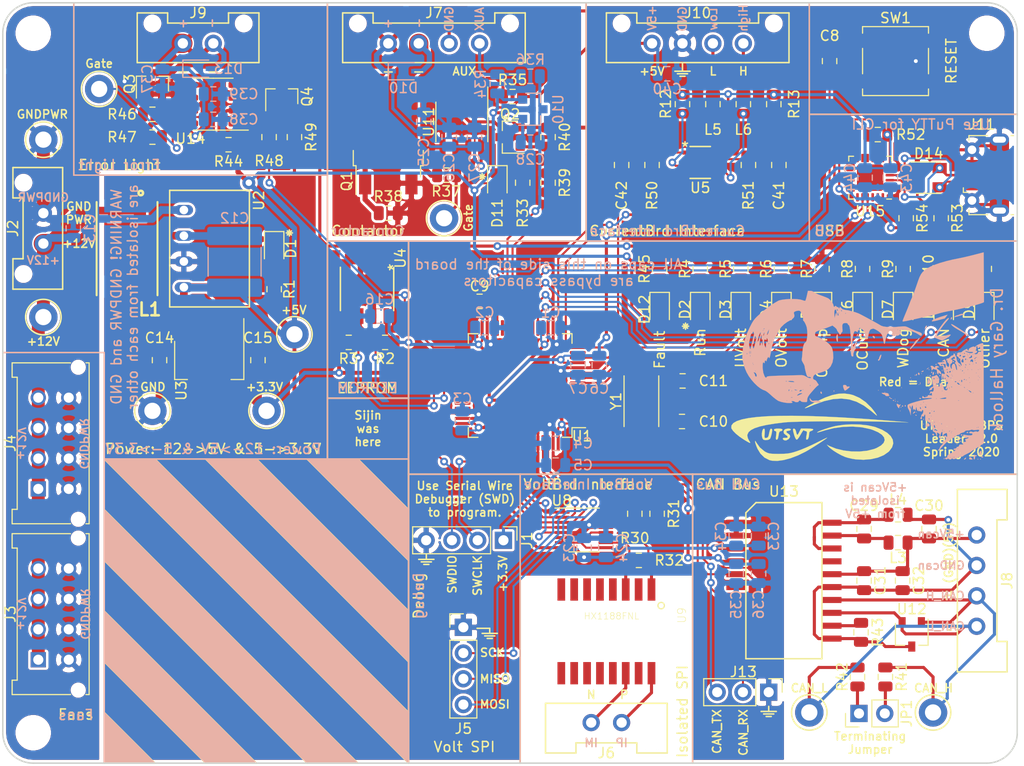
<source format=kicad_pcb>
(kicad_pcb (version 20171130) (host pcbnew 5.1.5-52549c5~84~ubuntu18.04.1)
  (layers (0 F.Cu signal) (31 B.Cu signal) (34 B.Paste user) (35 F.Paste user) (36 B.SilkS user) (37 F.SilkS user) (38 B.Mask user) (39 F.Mask user) (44 Edge.Cuts user))
  (net 0 "")
  (net 1 GND)
  (net 2 +3V3)
  (net 3 /OSC_IN)
  (net 4 /NRST)
  (net 5 /OSC_OUT)
  (net 6 "Net-(C12-Pad1)")
  (net 7 +5V)
  (net 8 +12V)
  (net 9 GNDPWR)
  (net 10 /PB1)
  (net 11 /ADC1_CH3)
  (net 12 /ADC1_CH2)
  (net 13 "Net-(D1-Pad2)")
  (net 14 "Net-(D2-Pad1)")
  (net 15 /RUN)
  (net 16 "Net-(D3-Pad1)")
  (net 17 /PC3)
  (net 18 /PC2)
  (net 19 "Net-(D4-Pad1)")
  (net 20 "Net-(D5-Pad1)")
  (net 21 /PC1)
  (net 22 /PC0)
  (net 23 "Net-(D6-Pad1)")
  (net 24 "Net-(D7-Pad1)")
  (net 25 /PA7)
  (net 26 /PA6)
  (net 27 "Net-(D8-Pad1)")
  (net 28 "Net-(D9-Pad1)")
  (net 29 /PA5)
  (net 30 "/Contactor Driver/CONTACTOR_V-")
  (net 31 "Net-(D11-Pad2)")
  (net 32 "Net-(D11-Pad1)")
  (net 33 "Net-(D12-Pad1)")
  (net 34 "Net-(D13-Pad2)")
  (net 35 /SWCLK)
  (net 36 /SWDIO)
  (net 37 /CAN/CAN_L)
  (net 38 /CAN/CAN_H)
  (net 39 /CAN/TERM_L)
  (net 40 /CAN/TERM_H)
  (net 41 "Net-(L5-Pad2)")
  (net 42 "Net-(Q1-Pad1)")
  (net 43 "Net-(Q2-Pad1)")
  (net 44 "Net-(Q3-Pad1)")
  (net 45 "Net-(Q4-Pad3)")
  (net 46 "Net-(Q4-Pad1)")
  (net 47 /I2C3_SCL)
  (net 48 /I2C3_SDA)
  (net 49 "/Voltage Board Interface/VOLT_IP")
  (net 50 "/Voltage Board Interface/VOLT_IM")
  (net 51 "Net-(R35-Pad1)")
  (net 52 /PB0)
  (net 53 /CAN/RSlope)
  (net 54 /FAULT)
  (net 55 /USART3_RX)
  (net 56 /USART3_TX)
  (net 57 /SPI1_CLK)
  (net 58 /SPI1_MISO)
  (net 59 /SPI1_MOSI)
  (net 60 /VOLT_CS)
  (net 61 /CAN1_RX)
  (net 62 /CAN1_TX)
  (net 63 "Net-(C9-Pad1)")
  (net 64 "Net-(D14-Pad2)")
  (net 65 "Net-(D14-Pad3)")
  (net 66 "Net-(D14-Pad4)")
  (net 67 "Net-(J11-Pad4)")
  (net 68 "Net-(C29-Pad2)")
  (net 69 "Net-(C29-Pad1)")
  (net 70 "Net-(C30-Pad1)")
  (net 71 "Net-(C30-Pad2)")
  (net 72 "Net-(J6-Pad1)")
  (net 73 "Net-(J6-Pad2)")
  (net 74 "Net-(J7-Pad4)")
  (net 75 "Net-(J10-Pad3)")
  (net 76 "Net-(J10-Pad4)")
  (net 77 "Net-(L6-Pad2)")
  (net 78 "Net-(R30-Pad2)")
  (net 79 "Net-(R30-Pad1)")
  (net 80 "Net-(R37-Pad2)")
  (net 81 "Net-(R44-Pad1)")
  (net 82 "Net-(R46-Pad2)")
  (net 83 "Net-(R50-Pad1)")
  (net 84 "Net-(R51-Pad1)")
  (net 85 "Net-(R52-Pad2)")
  (net 86 "Net-(R53-Pad1)")
  (net 87 "Net-(U1-Pad2)")
  (net 88 "Net-(U1-Pad3)")
  (net 89 "Net-(U1-Pad4)")
  (net 90 "Net-(U1-Pad15)")
  (net 91 "Net-(U1-Pad20)")
  (net 92 "Net-(U1-Pad24)")
  (net 93 "Net-(U1-Pad28)")
  (net 94 "Net-(U1-Pad34)")
  (net 95 "Net-(U1-Pad35)")
  (net 96 "Net-(U1-Pad36)")
  (net 97 "Net-(U1-Pad37)")
  (net 98 "Net-(U1-Pad38)")
  (net 99 "Net-(U1-Pad39)")
  (net 100 "Net-(U1-Pad42)")
  (net 101 "Net-(U1-Pad43)")
  (net 102 "Net-(U1-Pad44)")
  (net 103 "Net-(U1-Pad45)")
  (net 104 "Net-(U1-Pad50)")
  (net 105 "Net-(U1-Pad51)")
  (net 106 "Net-(U1-Pad52)")
  (net 107 "Net-(U1-Pad53)")
  (net 108 "Net-(U1-Pad54)")
  (net 109 "Net-(U1-Pad59)")
  (net 110 "Net-(U9-Pad15)")
  (net 111 "Net-(U9-Pad8)")
  (net 112 "Net-(U9-Pad10)")
  (net 113 "Net-(U9-Pad7)")
  (net 114 "Net-(U9-Pad9)")
  (net 115 "Net-(U9-Pad6)")
  (net 116 "Net-(U9-Pad11)")
  (net 117 "Net-(U9-Pad2)")
  (net 118 "Net-(U11-Pad4)")
  (net 119 "Net-(U11-Pad1)")
  (net 120 "Net-(U13-Pad6)")
  (net 121 "Net-(U13-Pad8)")
  (net 122 "Net-(U13-Pad9)")
  (net 123 "Net-(U13-Pad17)")
  (net 124 "Net-(U14-Pad1)")
  (net 125 "Net-(U14-Pad4)")
  (net 126 "Net-(U15-Pad1)")
  (net 127 "Net-(U15-Pad10)")
  (net 128 "Net-(U15-Pad11)")
  (net 129 "Net-(U15-Pad12)")
  (net 130 "Net-(U15-Pad13)")
  (net 131 "Net-(U15-Pad14)")
  (net 132 "Net-(U15-Pad15)")
  (net 133 "Net-(U15-Pad16)")
  (net 134 "Net-(U15-Pad17)")
  (net 135 "Net-(U15-Pad18)")
  (net 136 "Net-(U15-Pad19)")
  (net 137 "Net-(U15-Pad22)")
  (net 138 "Net-(U15-Pad23)")
  (net 139 "Net-(U15-Pad24)")
  (module UTSVT_Special:Hallock_Image_Small (layer B.Cu) (at 184.5 109 270)
    (fp_text reference G*** hide)
    (fp_text value LOGO hide)
  )
  (module UTSVT_Special:UTSVT_Logo_Symbol (layer F.Cu) (at 180.25 117)
    (fp_text reference G*** hide)
    (fp_text value LOGO hide)
  )
  (module Connector_PinHeader_2.54mm:PinHeader_1x03_P2.54mm_Vertical (layer F.Cu) (at 175.5 143 270)
    (fp_text reference J13 (at -2 2.5 180) (layer F.SilkS))
    (fp_text value "CAN Analyzer")
    (pad 3 thru_hole oval (at 0 5.08 270) (size 1.7 1.7) (drill 1) (layers *.Cu *.Mask) (net 62 /CAN1_TX))
    (pad 2 thru_hole oval (at 0 2.54 270) (size 1.7 1.7) (drill 1) (layers *.Cu *.Mask) (net 61 /CAN1_RX))
    (pad 1 thru_hole rect (at 0 0 270) (size 1.7 1.7) (drill 1) (layers *.Cu *.Mask) (net 1 GND))
  )
  (module Capacitor_SMD:C_0805_2012Metric (layer F.Cu) (at 115.45 110.25 270)
    (fp_text reference C14 (at -2.2 0 180) (layer F.SilkS))
    (fp_text value 10uF)
    (pad 1 smd roundrect (at -0.9375 0 270) (size 0.975 1.4) (layers F.Cu F.Paste F.Mask) (net 7 +5V))
    (pad 2 smd roundrect (at 0.9375 0 270) (size 0.975 1.4) (layers F.Cu F.Paste F.Mask) (net 1 GND))
  )
  (module Capacitor_SMD:C_0805_2012Metric (layer B.Cu) (at 106.95 97.25 90)
    (fp_text reference C13 (at 0 1.65 270) (layer B.SilkS) (effects (justify mirror)))
    (fp_text value 4.7uF)
    (pad 2 smd roundrect (at 0.9375 0 90) (size 0.975 1.4) (layers B.Cu B.Paste B.Mask) (net 9 GNDPWR))
    (pad 1 smd roundrect (at -0.9375 0 90) (size 0.975 1.4) (layers B.Cu B.Paste B.Mask) (net 8 +12V))
  )
  (module TestPoint:TestPoint_Keystone_5005-5009_Compact (layer F.Cu) (at 104 106 180)
    (fp_text reference TP1 hide)
    (fp_text value +12V_TP)
    (pad 1 thru_hole circle (at 0 0 180) (size 2.8 2.8) (drill 1.6) (layers *.Cu *.Mask) (net 8 +12V))
  )
  (module UTSVT_Connectors:Molex_MicroFit3.0_1x2xP3.00mm_PolarizingPeg_Vertical (layer F.Cu) (at 104 98.75 90)
    (fp_text reference J2 (at 1.5 -3 90) (layer F.SilkS))
    (fp_text value CarPowerConnector)
    (pad "" np_thru_hole circle (at -3 -1.96 90) (size 1.27 1.27) (drill 1.27) (layers *.Cu *.Mask))
    (pad 2 thru_hole circle (at 3 0 90) (size 1.7 1.7) (drill 1.02) (layers *.Cu *.Mask) (net 9 GNDPWR))
    (pad 1 thru_hole circle (at 0 0 90) (size 1.7 1.7) (drill 1.02) (layers *.Cu *.Mask) (net 8 +12V))
    (pad "" np_thru_hole circle (at 6 -1.96 90) (size 1.27 1.27) (drill 1.27) (layers *.Cu *.Mask))
  )
  (module Capacitor_SMD:C_0805_2012Metric (layer F.Cu) (at 125.15 110.25 90)
    (fp_text reference C15 (at 2.2 0 180) (layer F.SilkS))
    (fp_text value 10uF)
    (pad 2 smd roundrect (at 0.9375 0 90) (size 0.975 1.4) (layers F.Cu F.Paste F.Mask) (net 1 GND))
    (pad 1 smd roundrect (at -0.9375 0 90) (size 0.975 1.4) (layers F.Cu F.Paste F.Mask) (net 2 +3V3))
  )
  (module TestPoint:TestPoint_Keystone_5005-5009_Compact (layer F.Cu) (at 104 88.5)
    (fp_text reference TP3 hide)
    (fp_text value GNDPWR_TP)
    (pad 1 thru_hole circle (at 0 0) (size 2.8 2.8) (drill 1.6) (layers *.Cu *.Mask) (net 9 GNDPWR))
  )
  (module UTSVT_ICs:RI3_DC_Converter (layer F.Cu) (at 117.85 99.25 270)
    (fp_text reference U2 (at -4.75 -7.4 270) (layer F.SilkS))
    (fp_text value RI3-1205S)
    (pad 1 thru_hole oval (at -3.81 0 270) (size 1 1.8) (drill 0.85) (layers *.Cu *.Mask) (net 9 GNDPWR))
    (pad 2 thru_hole oval (at -1.27 0 270) (size 1 1.8) (drill 0.85) (layers *.Cu *.Mask) (net 6 "Net-(C12-Pad1)"))
    (pad 3 thru_hole oval (at 1.27 0 270) (size 1 1.8) (drill 0.85) (layers *.Cu *.Mask) (net 1 GND))
    (pad 4 thru_hole oval (at 3.81 0 270) (size 1 1.8) (drill 0.85) (layers *.Cu *.Mask) (net 7 +5V))
  )
  (module Package_TO_SOT_SMD:SOT-223-3_TabPin2 (layer F.Cu) (at 120.35 110.25 270)
    (fp_text reference U3 (at 3 2.75 90) (layer F.SilkS))
    (fp_text value NCP1117-3.3_SOT223)
    (pad 2 smd rect (at 3.15 0 270) (size 2 3.8) (layers F.Cu F.Paste F.Mask) (net 2 +3V3))
    (pad 2 smd rect (at -3.15 0 270) (size 2 1.5) (layers F.Cu F.Paste F.Mask) (net 2 +3V3))
    (pad 3 smd rect (at -3.15 2.3 270) (size 2 1.5) (layers F.Cu F.Paste F.Mask) (net 7 +5V))
    (pad 1 smd rect (at -3.15 -2.3 270) (size 2 1.5) (layers F.Cu F.Paste F.Mask) (net 1 GND))
  )
  (module TestPoint:TestPoint_Keystone_5005-5009_Compact (layer F.Cu) (at 128.75 107.7)
    (fp_text reference TP2 hide)
    (fp_text value +5V_TP)
    (pad 1 thru_hole circle (at 0 0) (size 2.8 2.8) (drill 1.6) (layers *.Cu *.Mask) (net 7 +5V))
  )
  (module TestPoint:TestPoint_Keystone_5005-5009_Compact (layer F.Cu) (at 126 115.25)
    (fp_text reference TP5 hide)
    (fp_text value +3.3V_TP)
    (pad 1 thru_hole circle (at 0 0) (size 2.8 2.8) (drill 1.6) (layers *.Cu *.Mask) (net 2 +3V3))
  )
  (module TestPoint:TestPoint_Keystone_5005-5009_Compact (layer F.Cu) (at 114.75 115.25)
    (fp_text reference TP4 hide)
    (fp_text value GND_TP)
    (pad 1 thru_hole circle (at 0 0) (size 2.8 2.8) (drill 1.6) (layers *.Cu *.Mask) (net 1 GND))
  )
  (module Capacitor_SMD:C_2220_5650Metric (layer B.Cu) (at 122.85 100.55 270)
    (fp_text reference C12 (at -4.3 0) (layer B.SilkS) (effects (justify mirror)))
    (fp_text value 470pF)
    (pad 2 smd roundrect (at 2.55 0 270) (size 1.8 5.4) (layers B.Cu B.Paste B.Mask) (roundrect_rratio 0.138889) (net 7 +5V))
    (pad 1 smd roundrect (at -2.55 0 270) (size 1.8 5.4) (layers B.Cu B.Paste B.Mask) (roundrect_rratio 0.138889) (net 6 "Net-(C12-Pad1)"))
  )
  (module Resistor_SMD:R_0805_2012Metric (layer F.Cu) (at 126.75 103.25 90)
    (fp_text reference R1 (at 0 1.5 90) (layer F.SilkS))
    (fp_text value 1.5k)
    (pad 1 smd roundrect (at -0.9375 0 90) (size 0.975 1.4) (layers F.Cu F.Paste F.Mask) (net 7 +5V))
    (pad 2 smd roundrect (at 0.9375 0 90) (size 0.975 1.4) (layers F.Cu F.Paste F.Mask) (net 13 "Net-(D1-Pad2)"))
  )
  (module UTSVT_BPS:SRF0905A (layer F.Cu) (at 112.25 99.25 270)
    (fp_text reference L1 (at 6 -2.25 180) (layer F.SilkS) (effects (font (size 1.27 1.27) (thickness 0.254))))
    (fp_text value 10uH hide)
    (pad 4 smd rect (at 3.75 -1.27) (size 1.2 2) (layers F.Cu F.Paste F.Mask) (net 6 "Net-(C12-Pad1)"))
    (pad 3 smd rect (at 3.75 1.27) (size 1.2 2) (layers F.Cu F.Paste F.Mask) (net 6 "Net-(C12-Pad1)"))
    (pad 2 smd rect (at -3.75 1.27) (size 1.2 2) (layers F.Cu F.Paste F.Mask) (net 8 +12V))
    (pad 1 smd rect (at -3.75 -1.27) (size 1.2 2) (layers F.Cu F.Paste F.Mask) (net 8 +12V))
  )
  (module LED_SMD:LED_0805_2012Metric (layer F.Cu) (at 126.75 99.25 270)
    (fp_text reference D1 (at 0 -1.65 90) (layer F.SilkS))
    (fp_text value PowerOn)
    (pad 2 smd roundrect (at 0.9375 0 270) (size 0.975 1.4) (layers F.Cu F.Paste F.Mask) (net 13 "Net-(D1-Pad2)"))
    (pad 1 smd roundrect (at -0.9375 0 270) (size 0.975 1.4) (layers F.Cu F.Paste F.Mask) (net 1 GND))
  )
  (module Capacitor_SMD:C_0805_2012Metric (layer B.Cu) (at 154 107.05)
    (fp_text reference C1 (at 0 -1.5) (layer B.SilkS) (effects (justify mirror)))
    (fp_text value 0.1uF)
    (pad 1 smd roundrect (at -0.9375 0) (size 0.975 1.4) (layers B.Cu B.Paste B.Mask) (net 2 +3V3))
    (pad 2 smd roundrect (at 0.9375 0) (size 0.975 1.4) (layers B.Cu B.Paste B.Mask) (net 1 GND))
  )
  (module Capacitor_SMD:C_0805_2012Metric (layer B.Cu) (at 147.5 107.05)
    (fp_text reference C2 (at 0 -1.5 180) (layer B.SilkS) (effects (justify mirror)))
    (fp_text value 0.1uF)
    (pad 2 smd roundrect (at 0.9375 0) (size 0.975 1.4) (layers B.Cu B.Paste B.Mask) (net 1 GND))
    (pad 1 smd roundrect (at -0.9375 0) (size 0.975 1.4) (layers B.Cu B.Paste B.Mask) (net 2 +3V3))
  )
  (module Capacitor_SMD:C_0805_2012Metric (layer B.Cu) (at 145.3 116.25 90)
    (fp_text reference C3 (at 2.2 0 180) (layer B.SilkS) (effects (justify mirror)))
    (fp_text value 0.1uF)
    (pad 1 smd roundrect (at -0.9375 0 90) (size 0.975 1.4) (layers B.Cu B.Paste B.Mask) (net 2 +3V3))
    (pad 2 smd roundrect (at 0.9375 0 90) (size 0.975 1.4) (layers B.Cu B.Paste B.Mask) (net 1 GND))
  )
  (module Capacitor_SMD:C_0805_2012Metric (layer B.Cu) (at 154.5 118.45 180)
    (fp_text reference C4 (at -2.7 0) (layer B.SilkS) (effects (justify mirror)))
    (fp_text value 0.1uF)
    (pad 2 smd roundrect (at 0.9375 0 180) (size 0.975 1.4) (layers B.Cu B.Paste B.Mask) (net 1 GND))
    (pad 1 smd roundrect (at -0.9375 0 180) (size 0.975 1.4) (layers B.Cu B.Paste B.Mask) (net 2 +3V3))
  )
  (module Capacitor_SMD:C_0805_2012Metric (layer B.Cu) (at 154.5 120.6 180)
    (fp_text reference C5 (at -2.7 0) (layer B.SilkS) (effects (justify mirror)))
    (fp_text value 4.7uF)
    (pad 1 smd roundrect (at -0.9375 0 180) (size 0.975 1.4) (layers B.Cu B.Paste B.Mask) (net 2 +3V3))
    (pad 2 smd roundrect (at 0.9375 0 180) (size 0.975 1.4) (layers B.Cu B.Paste B.Mask) (net 1 GND))
  )
  (module Capacitor_SMD:C_0805_2012Metric (layer B.Cu) (at 158.8 110.75 270)
    (fp_text reference C6 (at 2.3 0) (layer B.SilkS) (effects (justify mirror)))
    (fp_text value 0.1uF)
    (pad 2 smd roundrect (at 0.9375 0 270) (size 0.975 1.4) (layers B.Cu B.Paste B.Mask) (net 1 GND))
    (pad 1 smd roundrect (at -0.9375 0 270) (size 0.975 1.4) (layers B.Cu B.Paste B.Mask) (net 2 +3V3))
  )
  (module Capacitor_SMD:C_0805_2012Metric (layer B.Cu) (at 156.7 110.75 270)
    (fp_text reference C7 (at 2.3 0) (layer B.SilkS) (effects (justify mirror)))
    (fp_text value 1uF)
    (pad 1 smd roundrect (at -0.9375 0 270) (size 0.975 1.4) (layers B.Cu B.Paste B.Mask) (net 2 +3V3))
    (pad 2 smd roundrect (at 0.9375 0 270) (size 0.975 1.4) (layers B.Cu B.Paste B.Mask) (net 1 GND))
  )
  (module Capacitor_SMD:C_0805_2012Metric (layer F.Cu) (at 181.5 80.75 90)
    (fp_text reference C8 (at 2.5 0 180) (layer F.SilkS))
    (fp_text value 0.1uF)
    (pad 1 smd roundrect (at -0.9375 0 90) (size 0.975 1.4) (layers F.Cu F.Paste F.Mask) (net 4 /NRST))
    (pad 2 smd roundrect (at 0.9375 0 90) (size 0.975 1.4) (layers F.Cu F.Paste F.Mask) (net 1 GND))
  )
  (module Capacitor_SMD:C_0805_2012Metric (layer F.Cu) (at 147 104.45 180)
    (fp_text reference C9 (at 0 1.5) (layer F.SilkS))
    (fp_text value 4.7u)
    (pad 1 smd roundrect (at -0.9375 0 180) (size 0.975 1.4) (layers F.Cu F.Paste F.Mask) (net 63 "Net-(C9-Pad1)"))
    (pad 2 smd roundrect (at 0.9375 0 180) (size 0.975 1.4) (layers F.Cu F.Paste F.Mask) (net 1 GND))
  )
  (module Capacitor_SMD:C_0805_2012Metric (layer F.Cu) (at 166.95 116.3)
    (fp_text reference C10 (at 3.1 0) (layer F.SilkS))
    (fp_text value 10pF)
    (pad 1 smd roundrect (at -0.9375 0) (size 0.975 1.4) (layers F.Cu F.Paste F.Mask) (net 3 /OSC_IN))
    (pad 2 smd roundrect (at 0.9375 0) (size 0.975 1.4) (layers F.Cu F.Paste F.Mask) (net 1 GND))
  )
  (module Capacitor_SMD:C_0805_2012Metric (layer F.Cu) (at 167.0125 112.3)
    (fp_text reference C11 (at 3.0375 0) (layer F.SilkS))
    (fp_text value 10pF)
    (pad 2 smd roundrect (at 0.9375 0) (size 0.975 1.4) (layers F.Cu F.Paste F.Mask) (net 1 GND))
    (pad 1 smd roundrect (at -0.9375 0) (size 0.975 1.4) (layers F.Cu F.Paste F.Mask) (net 5 /OSC_OUT))
  )
  (module Capacitor_SMD:C_0805_2012Metric (layer B.Cu) (at 137.15 105.9 180)
    (fp_text reference C16 (at 0 1.65 180) (layer B.SilkS) (effects (justify mirror)))
    (fp_text value 0.1uF)
    (pad 1 smd roundrect (at -0.9375 0 180) (size 0.975 1.4) (layers B.Cu B.Paste B.Mask) (net 2 +3V3))
    (pad 2 smd roundrect (at 0.9375 0 180) (size 0.975 1.4) (layers B.Cu B.Paste B.Mask) (net 1 GND))
  )
  (module Capacitor_SMD:C_0805_2012Metric (layer B.Cu) (at 157.3 128.75 90)
    (fp_text reference C23 (at 0 -1.45 90) (layer B.SilkS) (effects (justify mirror)))
    (fp_text value 0.1uF)
    (pad 1 smd roundrect (at -0.9375 0 90) (size 0.975 1.4) (layers B.Cu B.Paste B.Mask) (net 7 +5V))
    (pad 2 smd roundrect (at 0.9375 0 90) (size 0.975 1.4) (layers B.Cu B.Paste B.Mask) (net 1 GND))
  )
  (module Capacitor_SMD:C_0805_2012Metric (layer B.Cu) (at 159.45 128.75 90)
    (fp_text reference C24 (at 0 1.6 90) (layer B.SilkS) (effects (justify mirror)))
    (fp_text value 0.1uF)
    (pad 2 smd roundrect (at 0.9375 0 90) (size 0.975 1.4) (layers B.Cu B.Paste B.Mask) (net 1 GND))
    (pad 1 smd roundrect (at -0.9375 0 90) (size 0.975 1.4) (layers B.Cu B.Paste B.Mask) (net 7 +5V))
  )
  (module Capacitor_SMD:C_0805_2012Metric (layer B.Cu) (at 141.5 86.75 270)
    (fp_text reference C25 (at 3 0 90) (layer B.SilkS) (effects (justify mirror)))
    (fp_text value 1u)
    (pad 2 smd roundrect (at 0.9375 0 270) (size 0.975 1.4) (layers B.Cu B.Paste B.Mask) (net 8 +12V))
    (pad 1 smd roundrect (at -0.9375 0 270) (size 0.975 1.4) (layers B.Cu B.Paste B.Mask) (net 9 GNDPWR))
  )
  (module Capacitor_SMD:C_0805_2012Metric (layer B.Cu) (at 144 88.25 90)
    (fp_text reference C26 (at -3 0 270) (layer B.SilkS) (effects (justify mirror)))
    (fp_text value 10u)
    (pad 2 smd roundrect (at 0.9375 0 90) (size 0.975 1.4) (layers B.Cu B.Paste B.Mask) (net 9 GNDPWR))
    (pad 1 smd roundrect (at -0.9375 0 90) (size 0.975 1.4) (layers B.Cu B.Paste B.Mask) (net 8 +12V))
  )
  (module Capacitor_SMD:C_0805_2012Metric (layer B.Cu) (at 146.5 88.25 90)
    (fp_text reference C27 (at -3 0 90) (layer B.SilkS) (effects (justify mirror)))
    (fp_text value 0.1u)
    (pad 2 smd roundrect (at 0.9375 0 90) (size 0.975 1.4) (layers B.Cu B.Paste B.Mask) (net 9 GNDPWR))
    (pad 1 smd roundrect (at -0.9375 0 90) (size 0.975 1.4) (layers B.Cu B.Paste B.Mask) (net 8 +12V))
  )
  (module Capacitor_SMD:C_0805_2012Metric (layer B.Cu) (at 152 88.75 180)
    (fp_text reference C28 (at 0 -1.7 180) (layer B.SilkS) (effects (justify mirror)))
    (fp_text value 1u)
    (pad 1 smd roundrect (at -0.9375 0 180) (size 0.975 1.4) (layers B.Cu B.Paste B.Mask) (net 10 /PB1))
    (pad 2 smd roundrect (at 0.9375 0 180) (size 0.975 1.4) (layers B.Cu B.Paste B.Mask) (net 1 GND))
  )
  (module Capacitor_SMD:C_0805_2012Metric (layer F.Cu) (at 184.9 126.9 90)
    (fp_text reference C29 (at 2.3 0 180) (layer F.SilkS))
    (fp_text value 0.22uF)
    (pad 2 smd roundrect (at 0.9375 0 90) (size 0.975 1.4) (layers F.Cu F.Paste F.Mask) (net 68 "Net-(C29-Pad2)"))
    (pad 1 smd roundrect (at -0.9375 0 90) (size 0.975 1.4) (layers F.Cu F.Paste F.Mask) (net 69 "Net-(C29-Pad1)"))
  )
  (module Capacitor_SMD:C_0805_2012Metric (layer F.Cu) (at 191.3 126.9 90)
    (fp_text reference C30 (at 2.3 0 180) (layer F.SilkS))
    (fp_text value 10uF)
    (pad 1 smd roundrect (at -0.9375 0 90) (size 0.975 1.4) (layers F.Cu F.Paste F.Mask) (net 70 "Net-(C30-Pad1)"))
    (pad 2 smd roundrect (at 0.9375 0 90) (size 0.975 1.4) (layers F.Cu F.Paste F.Mask) (net 71 "Net-(C30-Pad2)"))
  )
  (module Capacitor_SMD:C_0805_2012Metric (layer F.Cu) (at 184.9 132 270)
    (fp_text reference C31 (at 0 -1.6 90) (layer F.SilkS))
    (fp_text value 0.1uF)
    (pad 1 smd roundrect (at -0.9375 0 270) (size 0.975 1.4) (layers F.Cu F.Paste F.Mask) (net 70 "Net-(C30-Pad1)"))
    (pad 2 smd roundrect (at 0.9375 0 270) (size 0.975 1.4) (layers F.Cu F.Paste F.Mask) (net 71 "Net-(C30-Pad2)"))
  )
  (module Capacitor_SMD:C_0805_2012Metric (layer F.Cu) (at 188.7 132 270)
    (fp_text reference C32 (at 0 -1.6 90) (layer F.SilkS))
    (fp_text value 0.01uF)
    (pad 1 smd roundrect (at -0.9375 0 270) (size 0.975 1.4) (layers F.Cu F.Paste F.Mask) (net 70 "Net-(C30-Pad1)"))
    (pad 2 smd roundrect (at 0.9375 0 270) (size 0.975 1.4) (layers F.Cu F.Paste F.Mask) (net 71 "Net-(C30-Pad2)"))
  )
  (module Capacitor_SMD:C_0805_2012Metric (layer B.Cu) (at 174.5 127.6 90)
    (fp_text reference C33 (at 0 1.5 270) (layer B.SilkS) (effects (justify mirror)))
    (fp_text value 10uF)
    (pad 1 smd roundrect (at -0.9375 0 90) (size 0.975 1.4) (layers B.Cu B.Paste B.Mask) (net 7 +5V))
    (pad 2 smd roundrect (at 0.9375 0 90) (size 0.975 1.4) (layers B.Cu B.Paste B.Mask) (net 1 GND))
  )
  (module Capacitor_SMD:C_0805_2012Metric (layer B.Cu) (at 172.3 127.6 90)
    (fp_text reference C34 (at 0 -1.5 270) (layer B.SilkS) (effects (justify mirror)))
    (fp_text value 0.1uF)
    (pad 2 smd roundrect (at 0.9375 0 90) (size 0.975 1.4) (layers B.Cu B.Paste B.Mask) (net 1 GND))
    (pad 1 smd roundrect (at -0.9375 0 90) (size 0.975 1.4) (layers B.Cu B.Paste B.Mask) (net 7 +5V))
  )
  (module Capacitor_SMD:C_0805_2012Metric (layer B.Cu) (at 172.3 131.3 270)
    (fp_text reference C35 (at 3.05 0 270) (layer B.SilkS) (effects (justify mirror)))
    (fp_text value 0.1uF)
    (pad 1 smd roundrect (at -0.9375 0 270) (size 0.975 1.4) (layers B.Cu B.Paste B.Mask) (net 2 +3V3))
    (pad 2 smd roundrect (at 0.9375 0 270) (size 0.975 1.4) (layers B.Cu B.Paste B.Mask) (net 1 GND))
  )
  (module Capacitor_SMD:C_0805_2012Metric (layer B.Cu) (at 174.5 131.3 270)
    (fp_text reference C36 (at 3.05 0 270) (layer B.SilkS) (effects (justify mirror)))
    (fp_text value 0.01uF)
    (pad 2 smd roundrect (at 0.9375 0 270) (size 0.975 1.4) (layers B.Cu B.Paste B.Mask) (net 1 GND))
    (pad 1 smd roundrect (at -0.9375 0 270) (size 0.975 1.4) (layers B.Cu B.Paste B.Mask) (net 2 +3V3))
  )
  (module Capacitor_SMD:C_0805_2012Metric (layer B.Cu) (at 115.75 82.5 90)
    (fp_text reference C37 (at 0 -1.5 270) (layer B.SilkS) (effects (justify mirror)))
    (fp_text value 1uF)
    (pad 1 smd roundrect (at -0.9375 0 90) (size 0.975 1.4) (layers B.Cu B.Paste B.Mask) (net 9 GNDPWR))
    (pad 2 smd roundrect (at 0.9375 0 90) (size 0.975 1.4) (layers B.Cu B.Paste B.Mask) (net 8 +12V))
  )
  (module Capacitor_SMD:C_0805_2012Metric (layer B.Cu) (at 120.75 86.5)
    (fp_text reference C38 (at 3 0 180) (layer B.SilkS) (effects (justify mirror)))
    (fp_text value 10uF)
    (pad 1 smd roundrect (at -0.9375 0) (size 0.975 1.4) (layers B.Cu B.Paste B.Mask) (net 8 +12V))
    (pad 2 smd roundrect (at 0.9375 0) (size 0.975 1.4) (layers B.Cu B.Paste B.Mask) (net 9 GNDPWR))
  )
  (module Capacitor_SMD:C_0805_2012Metric (layer B.Cu) (at 120.75 84)
    (fp_text reference C39 (at 3 0 180) (layer B.SilkS) (effects (justify mirror)))
    (fp_text value 0.1uF)
    (pad 2 smd roundrect (at 0.9375 0) (size 0.975 1.4) (layers B.Cu B.Paste B.Mask) (net 9 GNDPWR))
    (pad 1 smd roundrect (at -0.9375 0) (size 0.975 1.4) (layers B.Cu B.Paste B.Mask) (net 8 +12V))
  )
  (module Capacitor_SMD:C_0805_2012Metric (layer B.Cu) (at 165.5 82 180)
    (fp_text reference C40 (at 0 -1.5) (layer B.SilkS) (effects (justify mirror)))
    (fp_text value 0.1uF)
    (pad 1 smd roundrect (at -0.9375 0 180) (size 0.975 1.4) (layers B.Cu B.Paste B.Mask) (net 1 GND))
    (pad 2 smd roundrect (at 0.9375 0 180) (size 0.975 1.4) (layers B.Cu B.Paste B.Mask) (net 7 +5V))
  )
  (module Capacitor_SMD:C_0805_2012Metric (layer F.Cu) (at 176.5 91 90)
    (fp_text reference C41 (at -3 0 90) (layer F.SilkS))
    (fp_text value 0.01u)
    (pad 1 smd roundrect (at -0.9375 0 90) (size 0.975 1.4) (layers F.Cu F.Paste F.Mask) (net 12 /ADC1_CH2))
    (pad 2 smd roundrect (at 0.9375 0 90) (size 0.975 1.4) (layers F.Cu F.Paste F.Mask) (net 1 GND))
  )
  (module Capacitor_SMD:C_0805_2012Metric (layer F.Cu) (at 161 91 270)
    (fp_text reference C42 (at 3 0 90) (layer F.SilkS))
    (fp_text value 0.01u)
    (pad 2 smd roundrect (at 0.9375 0 270) (size 0.975 1.4) (layers F.Cu F.Paste F.Mask) (net 11 /ADC1_CH3))
    (pad 1 smd roundrect (at -0.9375 0 270) (size 0.975 1.4) (layers F.Cu F.Paste F.Mask) (net 1 GND))
  )
  (module Capacitor_SMD:C_0805_2012Metric (layer B.Cu) (at 187.5 92.25 270)
    (fp_text reference C43 (at 0 -1.6 90) (layer B.SilkS) (effects (justify mirror)))
    (fp_text value 4.7uF)
    (pad 2 smd roundrect (at 0.9375 0 270) (size 0.975 1.4) (layers B.Cu B.Paste B.Mask) (net 1 GND))
    (pad 1 smd roundrect (at -0.9375 0 270) (size 0.975 1.4) (layers B.Cu B.Paste B.Mask) (net 2 +3V3))
  )
  (module Capacitor_SMD:C_0805_2012Metric (layer B.Cu) (at 185 92.25 270)
    (fp_text reference C44 (at 0 1.5 270) (layer B.SilkS) (effects (justify mirror)))
    (fp_text value 0.1uF)
    (pad 1 smd roundrect (at -0.9375 0 270) (size 0.975 1.4) (layers B.Cu B.Paste B.Mask) (net 2 +3V3))
    (pad 2 smd roundrect (at 0.9375 0 270) (size 0.975 1.4) (layers B.Cu B.Paste B.Mask) (net 1 GND))
  )
  (module LED_SMD:LED_0805_2012Metric (layer F.Cu) (at 168.75 105.25 270)
    (fp_text reference D2 (at 0 1.5 270) (layer F.SilkS))
    (fp_text value Heartbeat)
    (pad 1 smd roundrect (at -0.9375 0 270) (size 0.975 1.4) (layers F.Cu F.Paste F.Mask) (net 14 "Net-(D2-Pad1)"))
    (pad 2 smd roundrect (at 0.9375 0 270) (size 0.975 1.4) (layers F.Cu F.Paste F.Mask) (net 15 /RUN))
  )
  (module LED_SMD:LED_0805_2012Metric (layer F.Cu) (at 172.75 105.25 270)
    (fp_text reference D3 (at 0 1.5 270) (layer F.SilkS))
    (fp_text value UVolt)
    (pad 1 smd roundrect (at -0.9375 0 270) (size 0.975 1.4) (layers F.Cu F.Paste F.Mask) (net 16 "Net-(D3-Pad1)"))
    (pad 2 smd roundrect (at 0.9375 0 270) (size 0.975 1.4) (layers F.Cu F.Paste F.Mask) (net 17 /PC3))
  )
  (module LED_SMD:LED_0805_2012Metric (layer F.Cu) (at 176.75 105.25 270)
    (fp_text reference D4 (at 0 1.5 90) (layer F.SilkS))
    (fp_text value OVolt)
    (pad 2 smd roundrect (at 0.9375 0 270) (size 0.975 1.4) (layers F.Cu F.Paste F.Mask) (net 18 /PC2))
    (pad 1 smd roundrect (at -0.9375 0 270) (size 0.975 1.4) (layers F.Cu F.Paste F.Mask) (net 19 "Net-(D4-Pad1)"))
  )
  (module LED_SMD:LED_0805_2012Metric (layer F.Cu) (at 180.75 105.25 270)
    (fp_text reference D5 (at 0 1.5 270) (layer F.SilkS))
    (fp_text value OTemp)
    (pad 1 smd roundrect (at -0.9375 0 270) (size 0.975 1.4) (layers F.Cu F.Paste F.Mask) (net 20 "Net-(D5-Pad1)"))
    (pad 2 smd roundrect (at 0.9375 0 270) (size 0.975 1.4) (layers F.Cu F.Paste F.Mask) (net 21 /PC1))
  )
  (module LED_SMD:LED_0805_2012Metric (layer F.Cu) (at 184.75 105.25 270)
    (fp_text reference D6 (at 0 1.5 270) (layer F.SilkS))
    (fp_text value OCurr)
    (pad 2 smd roundrect (at 0.9375 0 270) (size 0.975 1.4) (layers F.Cu F.Paste F.Mask) (net 22 /PC0))
    (pad 1 smd roundrect (at -0.9375 0 270) (size 0.975 1.4) (layers F.Cu F.Paste F.Mask) (net 23 "Net-(D6-Pad1)"))
  )
  (module LED_SMD:LED_0805_2012Metric (layer F.Cu) (at 188.75 105.25 270)
    (fp_text reference D7 (at 0 1.5 270) (layer F.SilkS))
    (fp_text value WDError)
    (pad 1 smd roundrect (at -0.9375 0 270) (size 0.975 1.4) (layers F.Cu F.Paste F.Mask) (net 24 "Net-(D7-Pad1)"))
    (pad 2 smd roundrect (at 0.9375 0 270) (size 0.975 1.4) (layers F.Cu F.Paste F.Mask) (net 25 /PA7))
  )
  (module LED_SMD:LED_0805_2012Metric (layer F.Cu) (at 192.75 105.25 270)
    (fp_text reference D8 (at 0 1.5 270) (layer F.SilkS))
    (fp_text value CANError)
    (pad 2 smd roundrect (at 0.9375 0 270) (size 0.975 1.4) (layers F.Cu F.Paste F.Mask) (net 26 /PA6))
    (pad 1 smd roundrect (at -0.9375 0 270) (size 0.975 1.4) (layers F.Cu F.Paste F.Mask) (net 27 "Net-(D8-Pad1)"))
  )
  (module LED_SMD:LED_0805_2012Metric (layer F.Cu) (at 196.75 105.25 270)
    (fp_text reference D9 (at 0 1.5 270) (layer F.SilkS))
    (fp_text value Extra)
    (pad 1 smd roundrect (at -0.9375 0 270) (size 0.975 1.4) (layers F.Cu F.Paste F.Mask) (net 28 "Net-(D9-Pad1)"))
    (pad 2 smd roundrect (at 0.9375 0 270) (size 0.975 1.4) (layers F.Cu F.Paste F.Mask) (net 29 /PA5))
  )
  (module Diode_SMD:D_SOD-323 (layer B.Cu) (at 139.5 81.75)
    (fp_text reference D10 (at 0 1.65) (layer B.SilkS) (effects (justify mirror)))
    (fp_text value 1N4148WS)
    (pad 1 smd rect (at -1.05 0) (size 0.6 0.45) (layers B.Cu B.Paste B.Mask) (net 8 +12V))
    (pad 2 smd rect (at 1.05 0) (size 0.6 0.45) (layers B.Cu B.Paste B.Mask) (net 30 "/Contactor Driver/CONTACTOR_V-"))
  )
  (module LED_SMD:LED_0805_2012Metric (layer F.Cu) (at 148.75 92.75 270)
    (fp_text reference D11 (at 3 0 90) (layer F.SilkS))
    (fp_text value ContactorEn)
    (pad 1 smd roundrect (at -0.9375 0 270) (size 0.975 1.4) (layers F.Cu F.Paste F.Mask) (net 32 "Net-(D11-Pad1)"))
    (pad 2 smd roundrect (at 0.9375 0 270) (size 0.975 1.4) (layers F.Cu F.Paste F.Mask) (net 31 "Net-(D11-Pad2)"))
  )
  (module LED_SMD:LED_0805_2012Metric (layer F.Cu) (at 164.75 105.25 270)
    (fp_text reference D12 (at 0 1.5 90) (layer F.SilkS))
    (fp_text value Fault)
    (pad 2 smd roundrect (at 0.9375 0 270) (size 0.975 1.4) (layers F.Cu F.Paste F.Mask) (net 7 +5V))
    (pad 1 smd roundrect (at -0.9375 0 270) (size 0.975 1.4) (layers F.Cu F.Paste F.Mask) (net 33 "Net-(D12-Pad1)"))
  )
  (module Diode_SMD:D_SOD-323 (layer B.Cu) (at 119.25 81.5)
    (fp_text reference D13 (at 3 0) (layer B.SilkS) (effects (justify mirror)))
    (fp_text value 1N4148WS)
    (pad 2 smd rect (at 1.05 0) (size 0.6 0.45) (layers B.Cu B.Paste B.Mask) (net 34 "Net-(D13-Pad2)"))
    (pad 1 smd rect (at -1.05 0) (size 0.6 0.45) (layers B.Cu B.Paste B.Mask) (net 8 +12V))
  )
  (module Package_TO_SOT_SMD:SOT-143 (layer F.Cu) (at 191.25 92.25)
    (fp_text reference D14 (at 0.02 -2.38) (layer F.SilkS))
    (fp_text value SP0503BAHT)
    (pad 1 smd rect (at -1.1 -0.77 270) (size 1.2 1.4) (layers F.Cu F.Paste F.Mask) (net 1 GND))
    (pad 2 smd rect (at -1.1 0.95 270) (size 1 1.4) (layers F.Cu F.Paste F.Mask) (net 64 "Net-(D14-Pad2)"))
    (pad 3 smd rect (at 1.1 0.95 270) (size 1 1.4) (layers F.Cu F.Paste F.Mask) (net 65 "Net-(D14-Pad3)"))
    (pad 4 smd rect (at 1.1 -0.95 270) (size 1 1.4) (layers F.Cu F.Paste F.Mask) (net 66 "Net-(D14-Pad4)"))
  )
  (module Connector_PinHeader_2.54mm:PinHeader_1x04_P2.54mm_Vertical (layer F.Cu) (at 149.352 128.016 270)
    (fp_text reference J1 (at 0 -2.33 90) (layer F.SilkS))
    (fp_text value SWD)
    (pad 1 thru_hole rect (at 0 0 270) (size 1.7 1.7) (drill 1) (layers *.Cu *.Mask) (net 2 +3V3))
    (pad 2 thru_hole oval (at 0 2.54 270) (size 1.7 1.7) (drill 1) (layers *.Cu *.Mask) (net 35 /SWCLK))
    (pad 3 thru_hole oval (at 0 5.08 270) (size 1.7 1.7) (drill 1) (layers *.Cu *.Mask) (net 36 /SWDIO))
    (pad 4 thru_hole oval (at 0 7.62 270) (size 1.7 1.7) (drill 1) (layers *.Cu *.Mask) (net 1 GND))
  )
  (module UTSVT_Connectors:Molex_MicroFit3.0_2x4xP3.00mm_PolarizingPeg_Vertical (layer F.Cu) (at 103.5 139.8 90)
    (fp_text reference J3 (at 4.5 -2.75 90) (layer F.SilkS))
    (fp_text value FrontFans)
    (pad 8 thru_hole circle (at 9 3 90) (size 1.5 1.5) (drill 1) (layers *.Cu *.Mask) (net 9 GNDPWR))
    (pad 7 thru_hole circle (at 6 3 90) (size 1.5 1.5) (drill 1) (layers *.Cu *.Mask) (net 9 GNDPWR))
    (pad 6 thru_hole circle (at 3 3 90) (size 1.5 1.5) (drill 1) (layers *.Cu *.Mask) (net 9 GNDPWR))
    (pad 5 thru_hole circle (at 0 3 90) (size 1.5 1.5) (drill 1) (layers *.Cu *.Mask) (net 9 GNDPWR))
    (pad 4 thru_hole circle (at 9 0 90) (size 1.5 1.5) (drill 1) (layers *.Cu *.Mask) (net 8 +12V))
    (pad 3 thru_hole circle (at 6 0 90) (size 1.5 1.5) (drill 1) (layers *.Cu *.Mask) (net 8 +12V))
    (pad 2 thru_hole circle (at 3 0 90) (size 1.5 1.5) (drill 1) (layers *.Cu *.Mask) (net 8 +12V))
    (pad 1 thru_hole rect (at 0 0 90) (size 1.5 1.5) (drill 1) (layers *.Cu *.Mask) (net 8 +12V))
    (pad "" np_thru_hole circle (at 12 3.94 90) (size 1 1) (drill 1) (layers *.Cu *.Mask))
    (pad "" np_thru_hole circle (at -3 3.94 90) (size 1 1) (drill 1) (layers *.Cu *.Mask))
  )
  (module UTSVT_Connectors:Molex_MicroFit3.0_2x4xP3.00mm_PolarizingPeg_Vertical (layer F.Cu) (at 103.5 122.95 90)
    (fp_text reference J4 (at 4.5 -2.75 90) (layer F.SilkS))
    (fp_text value BackFans)
    (pad 8 thru_hole circle (at 9 3 90) (size 1.5 1.5) (drill 1) (layers *.Cu *.Mask) (net 9 GNDPWR))
    (pad 7 thru_hole circle (at 6 3 90) (size 1.5 1.5) (drill 1) (layers *.Cu *.Mask) (net 9 GNDPWR))
    (pad 6 thru_hole circle (at 3 3 90) (size 1.5 1.5) (drill 1) (layers *.Cu *.Mask) (net 9 GNDPWR))
    (pad 5 thru_hole circle (at 0 3 90) (size 1.5 1.5) (drill 1) (layers *.Cu *.Mask) (net 9 GNDPWR))
    (pad 4 thru_hole circle (at 9 0 90) (size 1.5 1.5) (drill 1) (layers *.Cu *.Mask) (net 8 +12V))
    (pad 3 thru_hole circle (at 6 0 90) (size 1.5 1.5) (drill 1) (layers *.Cu *.Mask) (net 8 +12V))
    (pad 2 thru_hole circle (at 3 0 90) (size 1.5 1.5) (drill 1) (layers *.Cu *.Mask) (net 8 +12V))
    (pad 1 thru_hole rect (at 0 0 90) (size 1.5 1.5) (drill 1) (layers *.Cu *.Mask) (net 8 +12V))
    (pad "" np_thru_hole circle (at 12 3.94 90) (size 1 1) (drill 1) (layers *.Cu *.Mask))
    (pad "" np_thru_hole circle (at -3 3.94 90) (size 1 1) (drill 1) (layers *.Cu *.Mask))
  )
  (module UTSVT_Connectors:Molex_MicroFit3.0_1x2xP3.00mm_PolarizingPeg_Vertical (layer F.Cu) (at 161 146 180)
    (fp_text reference J6 (at 1.5 -3 180) (layer F.SilkS))
    (fp_text value VoltageSlaveConnector)
    (pad "" np_thru_hole circle (at 6 -1.96 180) (size 1.27 1.27) (drill 1.27) (layers *.Cu *.Mask))
    (pad 1 thru_hole circle (at 0 0 180) (size 1.7 1.7) (drill 1.02) (layers *.Cu *.Mask) (net 72 "Net-(J6-Pad1)"))
    (pad 2 thru_hole circle (at 3 0 180) (size 1.7 1.7) (drill 1.02) (layers *.Cu *.Mask) (net 73 "Net-(J6-Pad2)"))
    (pad "" np_thru_hole circle (at -3 -1.96 180) (size 1.27 1.27) (drill 1.27) (layers *.Cu *.Mask))
  )
  (module UTSVT_Connectors:Molex_MicroFit3.0_1x4xP3.00mm_PolarizingPeg_Vertical (layer F.Cu) (at 138 79)
    (fp_text reference J7 (at 4.5 -3) (layer F.SilkS))
    (fp_text value ContactorConnector)
    (pad 4 thru_hole circle (at 9 0) (size 1.7 1.7) (drill 1.02) (layers *.Cu *.Mask) (net 74 "Net-(J7-Pad4)"))
    (pad "" np_thru_hole circle (at 12 -1.96) (size 1.27 1.27) (drill 1.27) (layers *.Cu *.Mask))
    (pad 1 thru_hole circle (at 0 0) (size 1.7 1.7) (drill 1.02) (layers *.Cu *.Mask) (net 8 +12V))
    (pad 2 thru_hole circle (at 3 0) (size 1.7 1.7) (drill 1.02) (layers *.Cu *.Mask) (net 30 "/Contactor Driver/CONTACTOR_V-"))
    (pad 3 thru_hole circle (at 6 0) (size 1.7 1.7) (drill 1.02) (layers *.Cu *.Mask) (net 1 GND))
    (pad "" np_thru_hole circle (at -3 -1.96) (size 1.27 1.27) (drill 1.27) (layers *.Cu *.Mask))
  )
  (module UTSVT_Connectors:Molex_MicroFit3.0_1x4xP3.00mm_PolarizingPeg_Vertical (layer F.Cu) (at 196 127.5 270)
    (fp_text reference J8 (at 4.5 -3 90) (layer F.SilkS))
    (fp_text value CAN_Out)
    (pad 4 thru_hole circle (at 9 0 270) (size 1.7 1.7) (drill 1.02) (layers *.Cu *.Mask) (net 37 /CAN/CAN_L))
    (pad "" np_thru_hole circle (at 12 -1.96 270) (size 1.27 1.27) (drill 1.27) (layers *.Cu *.Mask))
    (pad 1 thru_hole circle (at 0 0 270) (size 1.7 1.7) (drill 1.02) (layers *.Cu *.Mask) (net 70 "Net-(C30-Pad1)"))
    (pad 2 thru_hole circle (at 3 0 270) (size 1.7 1.7) (drill 1.02) (layers *.Cu *.Mask) (net 71 "Net-(C30-Pad2)"))
    (pad 3 thru_hole circle (at 6 0 270) (size 1.7 1.7) (drill 1.02) (layers *.Cu *.Mask) (net 38 /CAN/CAN_H))
    (pad "" np_thru_hole circle (at -3 -1.96 270) (size 1.27 1.27) (drill 1.27) (layers *.Cu *.Mask))
  )
  (module UTSVT_Connectors:Molex_MicroFit3.0_1x2xP3.00mm_PolarizingPeg_Vertical (layer F.Cu) (at 117.75 79)
    (fp_text reference J9 (at 1.5 -3) (layer F.SilkS))
    (fp_text value ErrorLightConnector)
    (pad "" np_thru_hole circle (at 6 -1.96) (size 1.27 1.27) (drill 1.27) (layers *.Cu *.Mask))
    (pad 1 thru_hole circle (at 0 0) (size 1.7 1.7) (drill 1.02) (layers *.Cu *.Mask) (net 8 +12V))
    (pad 2 thru_hole circle (at 3 0) (size 1.7 1.7) (drill 1.02) (layers *.Cu *.Mask) (net 34 "Net-(D13-Pad2)"))
    (pad "" np_thru_hole circle (at -3 -1.96) (size 1.27 1.27) (drill 1.27) (layers *.Cu *.Mask))
  )
  (module UTSVT_Connectors:Molex_MicroFit3.0_1x4xP3.00mm_PolarizingPeg_Vertical (layer F.Cu) (at 164 79)
    (fp_text reference J10 (at 4.5 -3 180) (layer F.SilkS))
    (fp_text value CurrentSlaveConnector)
    (pad "" np_thru_hole circle (at -3 -1.96) (size 1.27 1.27) (drill 1.27) (layers *.Cu *.Mask))
    (pad 3 thru_hole circle (at 6 0) (size 1.7 1.7) (drill 1.02) (layers *.Cu *.Mask) (net 75 "Net-(J10-Pad3)"))
    (pad 2 thru_hole circle (at 3 0) (size 1.7 1.7) (drill 1.02) (layers *.Cu *.Mask) (net 1 GND))
    (pad 1 thru_hole circle (at 0 0) (size 1.7 1.7) (drill 1.02) (layers *.Cu *.Mask) (net 7 +5V))
    (pad "" np_thru_hole circle (at 12 -1.96) (size 1.27 1.27) (drill 1.27) (layers *.Cu *.Mask))
    (pad 4 thru_hole circle (at 9 0) (size 1.7 1.7) (drill 1.02) (layers *.Cu *.Mask) (net 76 "Net-(J10-Pad4)"))
  )
  (module Connector_USB:USB_Micro-B_Molex-105017-0001 (layer F.Cu) (at 197 92 90)
    (fp_text reference J11 (at 5 -0.5 180) (layer F.SilkS))
    (fp_text value USB_B_Micro)
    (pad 6 smd rect (at 1 1.2375 90) (size 1.5 1.9) (layers F.Cu F.Paste F.Mask) (net 1 GND))
    (pad 6 thru_hole circle (at -2.5 -1.4625 90) (size 1.45 1.45) (drill 0.85) (layers *.Cu *.Mask) (net 1 GND))
    (pad 2 smd rect (at -0.65 -1.4625 90) (size 0.4 1.35) (layers F.Cu F.Paste F.Mask) (net 65 "Net-(D14-Pad3)"))
    (pad 1 smd rect (at -1.3 -1.4625 90) (size 0.4 1.35) (layers F.Cu F.Paste F.Mask) (net 64 "Net-(D14-Pad2)"))
    (pad 5 smd rect (at 1.3 -1.4625 90) (size 0.4 1.35) (layers F.Cu F.Paste F.Mask) (net 1 GND))
    (pad 4 smd rect (at 0.65 -1.4625 90) (size 0.4 1.35) (layers F.Cu F.Paste F.Mask) (net 67 "Net-(J11-Pad4)"))
    (pad 3 smd rect (at 0 -1.4625 90) (size 0.4 1.35) (layers F.Cu F.Paste F.Mask) (net 66 "Net-(D14-Pad4)"))
    (pad 6 thru_hole circle (at 2.5 -1.4625 90) (size 1.45 1.45) (drill 0.85) (layers *.Cu *.Mask) (net 1 GND))
    (pad 6 smd rect (at -1 1.2375 90) (size 1.5 1.9) (layers F.Cu F.Paste F.Mask) (net 1 GND))
    (pad 6 thru_hole oval (at -3.5 1.2375 270) (size 1.2 1.9) (drill oval 0.6 1.3) (layers *.Cu *.Mask) (net 1 GND))
    (pad 6 thru_hole oval (at 3.5 1.2375 90) (size 1.2 1.9) (drill oval 0.6 1.3) (layers *.Cu *.Mask) (net 1 GND))
    (pad 6 smd rect (at 2.9 1.2375 90) (size 1.2 1.9) (layers F.Cu F.Mask) (net 1 GND))
    (pad 6 smd rect (at -2.9 1.2375 90) (size 1.2 1.9) (layers F.Cu F.Mask) (net 1 GND))
  )
  (module Connector_PinHeader_2.54mm:PinHeader_1x02_P2.54mm_Vertical (layer F.Cu) (at 184.4 145.1 90)
    (fp_text reference JP1 (at 0 4.7 270) (layer F.SilkS))
    (fp_text value "Termination Resistors")
    (pad 1 thru_hole rect (at 0 0 90) (size 1.7 1.7) (drill 1) (layers *.Cu *.Mask) (net 39 /CAN/TERM_L))
    (pad 2 thru_hole oval (at 0 2.54 90) (size 1.7 1.7) (drill 1) (layers *.Cu *.Mask) (net 40 /CAN/TERM_H))
  )
  (module Inductor_SMD:L_0805_2012Metric (layer F.Cu) (at 188.25 128.25 180)
    (fp_text reference L3 (at 0 -1.5) (layer F.SilkS))
    (fp_text value 2kH)
    (pad 2 smd roundrect (at 0.9375 0 180) (size 0.975 1.4) (layers F.Cu F.Paste F.Mask) (net 69 "Net-(C29-Pad1)"))
    (pad 1 smd roundrect (at -0.9375 0 180) (size 0.975 1.4) (layers F.Cu F.Paste F.Mask) (net 70 "Net-(C30-Pad1)"))
  )
  (module Inductor_SMD:L_0805_2012Metric (layer F.Cu) (at 188.25 125.5 180)
    (fp_text reference L4 (at 0 1.5) (layer F.SilkS))
    (fp_text value 2kH)
    (pad 1 smd roundrect (at -0.9375 0 180) (size 0.975 1.4) (layers F.Cu F.Paste F.Mask) (net 71 "Net-(C30-Pad2)"))
    (pad 2 smd roundrect (at 0.9375 0 180) (size 0.975 1.4) (layers F.Cu F.Paste F.Mask) (net 68 "Net-(C29-Pad2)"))
  )
  (module Inductor_SMD:L_0805_2012Metric (layer F.Cu) (at 170 85 270)
    (fp_text reference L5 (at 2.5 0 180) (layer F.SilkS))
    (fp_text value 600)
    (pad 2 smd roundrect (at 0.9375 0 270) (size 0.975 1.4) (layers F.Cu F.Paste F.Mask) (net 41 "Net-(L5-Pad2)"))
    (pad 1 smd roundrect (at -0.9375 0 270) (size 0.975 1.4) (layers F.Cu F.Paste F.Mask) (net 75 "Net-(J10-Pad3)"))
  )
  (module Inductor_SMD:L_0805_2012Metric (layer F.Cu) (at 173 85 270)
    (fp_text reference L6 (at 2.5 0 180) (layer F.SilkS))
    (fp_text value 600)
    (pad 1 smd roundrect (at -0.9375 0 270) (size 0.975 1.4) (layers F.Cu F.Paste F.Mask) (net 76 "Net-(J10-Pad4)"))
    (pad 2 smd roundrect (at 0.9375 0 270) (size 0.975 1.4) (layers F.Cu F.Paste F.Mask) (net 77 "Net-(L6-Pad2)"))
  )
  (module MountingHole:MountingHole_3mm (layer F.Cu) (at 197 147)
    (fp_text reference MH1 hide)
    (fp_text value MountingHole)
    (pad 1 np_thru_hole circle (at 0 0) (size 3 3) (drill 3) (layers *.Cu *.Mask))
  )
  (module MountingHole:MountingHole_3mm (layer F.Cu) (at 103 78)
    (fp_text reference MH2 hide)
    (fp_text value MountingHole)
    (pad 1 np_thru_hole circle (at 0 0) (size 3 3) (drill 3) (layers *.Cu *.Mask))
  )
  (module MountingHole:MountingHole_3mm (layer F.Cu) (at 197 78)
    (fp_text reference MH3 hide)
    (fp_text value MountingHole)
    (pad 1 np_thru_hole circle (at 0 0) (size 3 3) (drill 3) (layers *.Cu *.Mask))
  )
  (module MountingHole:MountingHole_3mm (layer F.Cu) (at 103 147)
    (fp_text reference MH4 hide)
    (fp_text value MountingHole)
    (pad 1 np_thru_hole circle (at 0 0) (size 3 3) (drill 3) (layers *.Cu *.Mask))
  )
  (module Package_TO_SOT_SMD:TO-252-2 (layer F.Cu) (at 138 88.6 90)
    (fp_text reference Q1 (at -4 -4.1 90) (layer F.SilkS))
    (fp_text value VND5N07-E)
    (pad 1 smd rect (at -4.2 -2.28 90) (size 2.2 1.2) (layers F.Cu F.Paste F.Mask) (net 42 "Net-(Q1-Pad1)"))
    (pad 3 smd rect (at -4.2 2.28 90) (size 2.2 1.2) (layers F.Cu F.Paste F.Mask) (net 9 GNDPWR))
    (pad 2 smd rect (at 2.1 0 90) (size 6.4 5.8) (layers F.Cu F.Mask) (net 30 "/Contactor Driver/CONTACTOR_V-"))
  )
  (module Package_TO_SOT_SMD:SOT-23 (layer F.Cu) (at 150 88.25 180)
    (fp_text reference Q2 (at 0 2.25) (layer F.SilkS))
    (fp_text value NTR4003NT1G)
    (pad 3 smd rect (at 1 0 180) (size 0.9 0.8) (layers F.Cu F.Paste F.Mask) (net 32 "Net-(D11-Pad1)"))
    (pad 2 smd rect (at -1 0.95 180) (size 0.9 0.8) (layers F.Cu F.Paste F.Mask) (net 1 GND))
    (pad 1 smd rect (at -1 -0.95 180) (size 0.9 0.8) (layers F.Cu F.Paste F.Mask) (net 43 "Net-(Q2-Pad1)"))
  )
  (module Package_TO_SOT_SMD:SOT-23 (layer F.Cu) (at 114.75 83 90)
    (fp_text reference Q3 (at 0 -2.25 90) (layer F.SilkS))
    (fp_text value NTR4003NT1G)
    (pad 1 smd rect (at -1 -0.95 90) (size 0.9 0.8) (layers F.Cu F.Paste F.Mask) (net 44 "Net-(Q3-Pad1)"))
    (pad 2 smd rect (at -1 0.95 90) (size 0.9 0.8) (layers F.Cu F.Paste F.Mask) (net 9 GNDPWR))
    (pad 3 smd rect (at 1 0 90) (size 0.9 0.8) (layers F.Cu F.Paste F.Mask) (net 34 "Net-(D13-Pad2)"))
  )
  (module Package_TO_SOT_SMD:SOT-23 (layer F.Cu) (at 127.5 84.25 90)
    (fp_text reference Q4 (at 0 2.5 90) (layer F.SilkS))
    (fp_text value NTR4003NT1G)
    (pad 1 smd rect (at -1 -0.95 90) (size 0.9 0.8) (layers F.Cu F.Paste F.Mask) (net 46 "Net-(Q4-Pad1)"))
    (pad 2 smd rect (at -1 0.95 90) (size 0.9 0.8) (layers F.Cu F.Paste F.Mask) (net 1 GND))
    (pad 3 smd rect (at 1 0 90) (size 0.9 0.8) (layers F.Cu F.Paste F.Mask) (net 45 "Net-(Q4-Pad3)"))
  )
  (module Resistor_SMD:R_0805_2012Metric (layer F.Cu) (at 137.6875 108.5 180)
    (fp_text reference R2 (at 0 -1.6) (layer F.SilkS))
    (fp_text value 4.7k)
    (pad 2 smd roundrect (at 0.9375 0 180) (size 0.975 1.4) (layers F.Cu F.Paste F.Mask) (net 47 /I2C3_SCL))
    (pad 1 smd roundrect (at -0.9375 0 180) (size 0.975 1.4) (layers F.Cu F.Paste F.Mask) (net 2 +3V3))
  )
  (module Resistor_SMD:R_0805_2012Metric (layer F.Cu) (at 134.1 108.5)
    (fp_text reference R3 (at -0.0125 1.6 180) (layer F.SilkS))
    (fp_text value 4.7k)
    (pad 1 smd roundrect (at -0.9375 0) (size 0.975 1.4) (layers F.Cu F.Paste F.Mask) (net 2 +3V3))
    (pad 2 smd roundrect (at 0.9375 0) (size 0.975 1.4) (layers F.Cu F.Paste F.Mask) (net 48 /I2C3_SDA))
  )
  (module Resistor_SMD:R_0805_2012Metric (layer F.Cu) (at 168.75 101.25 90)
    (fp_text reference R4 (at 0 -1.5 270) (layer F.SilkS))
    (fp_text value 680)
    (pad 1 smd roundrect (at -0.9375 0 90) (size 0.975 1.4) (layers F.Cu F.Paste F.Mask) (net 14 "Net-(D2-Pad1)"))
    (pad 2 smd roundrect (at 0.9375 0 90) (size 0.975 1.4) (layers F.Cu F.Paste F.Mask) (net 1 GND))
  )
  (module Resistor_SMD:R_0805_2012Metric (layer F.Cu) (at 172.75 101.25 90)
    (fp_text reference R5 (at 0 -1.5 270) (layer F.SilkS))
    (fp_text value 750)
    (pad 2 smd roundrect (at 0.9375 0 90) (size 0.975 1.4) (layers F.Cu F.Paste F.Mask) (net 1 GND))
    (pad 1 smd roundrect (at -0.9375 0 90) (size 0.975 1.4) (layers F.Cu F.Paste F.Mask) (net 16 "Net-(D3-Pad1)"))
  )
  (module Resistor_SMD:R_0805_2012Metric (layer F.Cu) (at 176.75 101.25 90)
    (fp_text reference R6 (at 0 -1.5 270) (layer F.SilkS))
    (fp_text value 750)
    (pad 1 smd roundrect (at -0.9375 0 90) (size 0.975 1.4) (layers F.Cu F.Paste F.Mask) (net 19 "Net-(D4-Pad1)"))
    (pad 2 smd roundrect (at 0.9375 0 90) (size 0.975 1.4) (layers F.Cu F.Paste F.Mask) (net 1 GND))
  )
  (module Resistor_SMD:R_0805_2012Metric (layer F.Cu) (at 180.75 101.25 90)
    (fp_text reference R7 (at 0 -1.5 270) (layer F.SilkS))
    (fp_text value 750)
    (pad 1 smd roundrect (at -0.9375 0 90) (size 0.975 1.4) (layers F.Cu F.Paste F.Mask) (net 20 "Net-(D5-Pad1)"))
    (pad 2 smd roundrect (at 0.9375 0 90) (size 0.975 1.4) (layers F.Cu F.Paste F.Mask) (net 1 GND))
  )
  (module Resistor_SMD:R_0805_2012Metric (layer F.Cu) (at 184.75 101.25 90)
    (fp_text reference R8 (at 0 -1.5 270) (layer F.SilkS))
    (fp_text value 750)
    (pad 2 smd roundrect (at 0.9375 0 90) (size 0.975 1.4) (layers F.Cu F.Paste F.Mask) (net 1 GND))
    (pad 1 smd roundrect (at -0.9375 0 90) (size 0.975 1.4) (layers F.Cu F.Paste F.Mask) (net 23 "Net-(D6-Pad1)"))
  )
  (module Resistor_SMD:R_0805_2012Metric (layer F.Cu) (at 188.75 101.25 90)
    (fp_text reference R9 (at 0 -1.5 270) (layer F.SilkS))
    (fp_text value 750)
    (pad 1 smd roundrect (at -0.9375 0 90) (size 0.975 1.4) (layers F.Cu F.Paste F.Mask) (net 24 "Net-(D7-Pad1)"))
    (pad 2 smd roundrect (at 0.9375 0 90) (size 0.975 1.4) (layers F.Cu F.Paste F.Mask) (net 1 GND))
  )
  (module Resistor_SMD:R_0805_2012Metric (layer F.Cu) (at 192.75 101.25 90)
    (fp_text reference R10 (at 0 -1.5 270) (layer F.SilkS))
    (fp_text value 750)
    (pad 2 smd roundrect (at 0.9375 0 90) (size 0.975 1.4) (layers F.Cu F.Paste F.Mask) (net 1 GND))
    (pad 1 smd roundrect (at -0.9375 0 90) (size 0.975 1.4) (layers F.Cu F.Paste F.Mask) (net 27 "Net-(D8-Pad1)"))
  )
  (module Resistor_SMD:R_0805_2012Metric (layer F.Cu) (at 196.75 101.25 90)
    (fp_text reference R11 (at 0 -1.5 270) (layer F.SilkS))
    (fp_text value 750)
    (pad 2 smd roundrect (at 0.9375 0 90) (size 0.975 1.4) (layers F.Cu F.Paste F.Mask) (net 1 GND))
    (pad 1 smd roundrect (at -0.9375 0 90) (size 0.975 1.4) (layers F.Cu F.Paste F.Mask) (net 28 "Net-(D9-Pad1)"))
  )
  (module Resistor_SMD:R_0805_2012Metric (layer F.Cu) (at 162.3 125.4 90)
    (fp_text reference R30 (at -2.4 0 180) (layer F.SilkS))
    (fp_text value 806)
    (pad 2 smd roundrect (at 0.9375 0 90) (size 0.975 1.4) (layers F.Cu F.Paste F.Mask) (net 78 "Net-(R30-Pad2)"))
    (pad 1 smd roundrect (at -0.9375 0 90) (size 0.975 1.4) (layers F.Cu F.Paste F.Mask) (net 79 "Net-(R30-Pad1)"))
  )
  (module Resistor_SMD:R_0805_2012Metric (layer F.Cu) (at 164.5 125.4 270)
    (fp_text reference R31 (at 0 -1.65 90) (layer F.SilkS))
    (fp_text value 1.21k)
    (pad 1 smd roundrect (at -0.9375 0 270) (size 0.975 1.4) (layers F.Cu F.Paste F.Mask) (net 1 GND))
    (pad 2 smd roundrect (at 0.9375 0 270) (size 0.975 1.4) (layers F.Cu F.Paste F.Mask) (net 79 "Net-(R30-Pad1)"))
  )
  (module Resistor_SMD:R_0805_2012Metric (layer F.Cu) (at 162.7 130 180)
    (fp_text reference R32 (at -3 0) (layer F.SilkS))
    (fp_text value 120)
    (pad 2 smd roundrect (at 0.9375 0 180) (size 0.975 1.4) (layers F.Cu F.Paste F.Mask) (net 50 "/Voltage Board Interface/VOLT_IM"))
    (pad 1 smd roundrect (at -0.9375 0 180) (size 0.975 1.4) (layers F.Cu F.Paste F.Mask) (net 49 "/Voltage Board Interface/VOLT_IP"))
  )
  (module Resistor_SMD:R_0805_2012Metric (layer F.Cu) (at 151.25 92.75 270)
    (fp_text reference R33 (at 3 0 90) (layer F.SilkS))
    (fp_text value 1.5k)
    (pad 1 smd roundrect (at -0.9375 0 270) (size 0.975 1.4) (layers F.Cu F.Paste F.Mask) (net 7 +5V))
    (pad 2 smd roundrect (at 0.9375 0 270) (size 0.975 1.4) (layers F.Cu F.Paste F.Mask) (net 31 "Net-(D11-Pad2)"))
  )
  (module Resistor_SMD:R_0805_2012Metric (layer B.Cu) (at 148.75 83 270)
    (fp_text reference R34 (at 0 1.65 90) (layer B.SilkS) (effects (justify mirror)))
    (fp_text value 4.7k)
    (pad 2 smd roundrect (at 0.9375 0 270) (size 0.975 1.4) (layers B.Cu B.Paste B.Mask) (net 7 +5V))
    (pad 1 smd roundrect (at -0.9375 0 270) (size 0.975 1.4) (layers B.Cu B.Paste B.Mask) (net 74 "Net-(J7-Pad4)"))
  )
  (module Resistor_SMD:R_0805_2012Metric (layer F.Cu) (at 150.25 84.25)
    (fp_text reference R35 (at 0 -1.65) (layer F.SilkS))
    (fp_text value 470)
    (pad 1 smd roundrect (at -0.9375 0) (size 0.975 1.4) (layers F.Cu F.Paste F.Mask) (net 51 "Net-(R35-Pad1)"))
    (pad 2 smd roundrect (at 0.9375 0) (size 0.975 1.4) (layers F.Cu F.Paste F.Mask) (net 7 +5V))
  )
  (module Resistor_SMD:R_0805_2012Metric (layer B.Cu) (at 152 82.25 180)
    (fp_text reference R36 (at 0 1.65) (layer B.SilkS) (effects (justify mirror)))
    (fp_text value 1k)
    (pad 1 smd roundrect (at -0.9375 0 180) (size 0.975 1.4) (layers B.Cu B.Paste B.Mask) (net 10 /PB1))
    (pad 2 smd roundrect (at 0.9375 0 180) (size 0.975 1.4) (layers B.Cu B.Paste B.Mask) (net 74 "Net-(J7-Pad4)"))
  )
  (module Resistor_SMD:R_0805_2012Metric (layer F.Cu) (at 143.75 92)
    (fp_text reference R37 (at -0.05 1.6) (layer F.SilkS))
    (fp_text value 0)
    (pad 2 smd roundrect (at 0.9375 0) (size 0.975 1.4) (layers F.Cu F.Paste F.Mask) (net 80 "Net-(R37-Pad2)"))
    (pad 1 smd roundrect (at -0.9375 0) (size 0.975 1.4) (layers F.Cu F.Paste F.Mask) (net 42 "Net-(Q1-Pad1)"))
  )
  (module Resistor_SMD:R_0805_2012Metric (layer F.Cu) (at 138 95.75)
    (fp_text reference R38 (at 0 -1.65) (layer F.SilkS))
    (fp_text value 10k)
    (pad 2 smd roundrect (at 0.9375 0) (size 0.975 1.4) (layers F.Cu F.Paste F.Mask) (net 9 GNDPWR))
    (pad 1 smd roundrect (at -0.9375 0) (size 0.975 1.4) (layers F.Cu F.Paste F.Mask) (net 42 "Net-(Q1-Pad1)"))
  )
  (module Resistor_SMD:R_0805_2012Metric (layer F.Cu) (at 153.75 92.75 270)
    (fp_text reference R39 (at 0 -1.65 90) (layer F.SilkS))
    (fp_text value 0)
    (pad 2 smd roundrect (at 0.9375 0 270) (size 0.975 1.4) (layers F.Cu F.Paste F.Mask) (net 52 /PB0))
    (pad 1 smd roundrect (at -0.9375 0 270) (size 0.975 1.4) (layers F.Cu F.Paste F.Mask) (net 43 "Net-(Q2-Pad1)"))
  )
  (module Resistor_SMD:R_0805_2012Metric (layer F.Cu) (at 153.75 88.25 90)
    (fp_text reference R40 (at 0 1.65 90) (layer F.SilkS))
    (fp_text value 10k)
    (pad 1 smd roundrect (at -0.9375 0 90) (size 0.975 1.4) (layers F.Cu F.Paste F.Mask) (net 43 "Net-(Q2-Pad1)"))
    (pad 2 smd roundrect (at 0.9375 0 90) (size 0.975 1.4) (layers F.Cu F.Paste F.Mask) (net 1 GND))
  )
  (module Resistor_SMD:R_0805_2012Metric (layer F.Cu) (at 187 141.5 90)
    (fp_text reference R41 (at 0 1.6 90) (layer F.SilkS))
    (fp_text value 60)
    (pad 1 smd roundrect (at -0.9375 0 90) (size 0.975 1.4) (layers F.Cu F.Paste F.Mask) (net 40 /CAN/TERM_H))
    (pad 2 smd roundrect (at 0.9375 0 90) (size 0.975 1.4) (layers F.Cu F.Paste F.Mask) (net 38 /CAN/CAN_H))
  )
  (module Resistor_SMD:R_0805_2012Metric (layer F.Cu) (at 184.25 141.5 90)
    (fp_text reference R42 (at 0 -1.5 90) (layer F.SilkS))
    (fp_text value 60)
    (pad 2 smd roundrect (at 0.9375 0 90) (size 0.975 1.4) (layers F.Cu F.Paste F.Mask) (net 37 /CAN/CAN_L))
    (pad 1 smd roundrect (at -0.9375 0 90) (size 0.975 1.4) (layers F.Cu F.Paste F.Mask) (net 39 /CAN/TERM_L))
  )
  (module Resistor_SMD:R_0805_2012Metric (layer F.Cu) (at 184.6 137.1 270)
    (fp_text reference R43 (at 0 -1.65 90) (layer F.SilkS))
    (fp_text value 0)
    (pad 1 smd roundrect (at -0.9375 0 270) (size 0.975 1.4) (layers F.Cu F.Paste F.Mask) (net 53 /CAN/RSlope))
    (pad 2 smd roundrect (at 0.9375 0 270) (size 0.975 1.4) (layers F.Cu F.Paste F.Mask) (net 71 "Net-(C30-Pad2)"))
  )
  (module Resistor_SMD:R_0805_2012Metric (layer F.Cu) (at 122.25 89)
    (fp_text reference R44 (at 0 1.65) (layer F.SilkS))
    (fp_text value 470)
    (pad 2 smd roundrect (at 0.9375 0) (size 0.975 1.4) (layers F.Cu F.Paste F.Mask) (net 7 +5V))
    (pad 1 smd roundrect (at -0.9375 0) (size 0.975 1.4) (layers F.Cu F.Paste F.Mask) (net 81 "Net-(R44-Pad1)"))
  )
  (module Resistor_SMD:R_0805_2012Metric (layer F.Cu) (at 164.75 101.25 90)
    (fp_text reference R45 (at 0 -1.5 90) (layer F.SilkS))
    (fp_text value 1.6k)
    (pad 1 smd roundrect (at -0.9375 0 90) (size 0.975 1.4) (layers F.Cu F.Paste F.Mask) (net 33 "Net-(D12-Pad1)"))
    (pad 2 smd roundrect (at 0.9375 0 90) (size 0.975 1.4) (layers F.Cu F.Paste F.Mask) (net 45 "Net-(Q4-Pad3)"))
  )
  (module Resistor_SMD:R_0805_2012Metric (layer F.Cu) (at 114.75 86)
    (fp_text reference R46 (at -3 0) (layer F.SilkS))
    (fp_text value 0)
    (pad 2 smd roundrect (at 0.9375 0) (size 0.975 1.4) (layers F.Cu F.Paste F.Mask) (net 82 "Net-(R46-Pad2)"))
    (pad 1 smd roundrect (at -0.9375 0) (size 0.975 1.4) (layers F.Cu F.Paste F.Mask) (net 44 "Net-(Q3-Pad1)"))
  )
  (module Resistor_SMD:R_0805_2012Metric (layer F.Cu) (at 114.75 88.25)
    (fp_text reference R47 (at -3 0) (layer F.SilkS))
    (fp_text value 10k)
    (pad 1 smd roundrect (at -0.9375 0) (size 0.975 1.4) (layers F.Cu F.Paste F.Mask) (net 44 "Net-(Q3-Pad1)"))
    (pad 2 smd roundrect (at 0.9375 0) (size 0.975 1.4) (layers F.Cu F.Paste F.Mask) (net 9 GNDPWR))
  )
  (module Resistor_SMD:R_0805_2012Metric (layer F.Cu) (at 126.25 88.25 270)
    (fp_text reference R48 (at 2.35 0 180) (layer F.SilkS))
    (fp_text value 0)
    (pad 2 smd roundrect (at 0.9375 0 270) (size 0.975 1.4) (layers F.Cu F.Paste F.Mask) (net 54 /FAULT))
    (pad 1 smd roundrect (at -0.9375 0 270) (size 0.975 1.4) (layers F.Cu F.Paste F.Mask) (net 46 "Net-(Q4-Pad1)"))
  )
  (module Resistor_SMD:R_0805_2012Metric (layer F.Cu) (at 128.75 88.25 270)
    (fp_text reference R49 (at 0 -1.65 90) (layer F.SilkS))
    (fp_text value 10k)
    (pad 1 smd roundrect (at -0.9375 0 270) (size 0.975 1.4) (layers F.Cu F.Paste F.Mask) (net 46 "Net-(Q4-Pad1)"))
    (pad 2 smd roundrect (at 0.9375 0 270) (size 0.975 1.4) (layers F.Cu F.Paste F.Mask) (net 1 GND))
  )
  (module Resistor_SMD:R_0805_2012Metric (layer F.Cu) (at 164 91 270)
    (fp_text reference R50 (at 3 0 90) (layer F.SilkS))
    (fp_text value 100)
    (pad 2 smd roundrect (at 0.9375 0 270) (size 0.975 1.4) (layers F.Cu F.Paste F.Mask) (net 11 /ADC1_CH3))
    (pad 1 smd roundrect (at -0.9375 0 270) (size 0.975 1.4) (layers F.Cu F.Paste F.Mask) (net 83 "Net-(R50-Pad1)"))
  )
  (module Resistor_SMD:R_0805_2012Metric (layer F.Cu) (at 173.5 91 270)
    (fp_text reference R51 (at 3 0 90) (layer F.SilkS))
    (fp_text value 100)
    (pad 1 smd roundrect (at -0.9375 0 270) (size 0.975 1.4) (layers F.Cu F.Paste F.Mask) (net 84 "Net-(R51-Pad1)"))
    (pad 2 smd roundrect (at 0.9375 0 270) (size 0.975 1.4) (layers F.Cu F.Paste F.Mask) (net 12 /ADC1_CH2))
  )
  (module Resistor_SMD:R_0805_2012Metric (layer F.Cu) (at 186.25 88 180)
    (fp_text reference R52 (at -3.25 0) (layer F.SilkS))
    (fp_text value 1k)
    (pad 2 smd roundrect (at 0.9375 0 180) (size 0.975 1.4) (layers F.Cu F.Paste F.Mask) (net 85 "Net-(R52-Pad2)"))
    (pad 1 smd roundrect (at -0.9375 0 180) (size 0.975 1.4) (layers F.Cu F.Paste F.Mask) (net 2 +3V3))
  )
  (module Resistor_SMD:R_0805_2012Metric (layer F.Cu) (at 192.5 96.25 90)
    (fp_text reference R53 (at 0 1.6 90) (layer F.SilkS))
    (fp_text value 22.1k)
    (pad 1 smd roundrect (at -0.9375 0 90) (size 0.975 1.4) (layers F.Cu F.Paste F.Mask) (net 86 "Net-(R53-Pad1)"))
    (pad 2 smd roundrect (at 0.9375 0 90) (size 0.975 1.4) (layers F.Cu F.Paste F.Mask) (net 64 "Net-(D14-Pad2)"))
  )
  (module Resistor_SMD:R_0805_2012Metric (layer F.Cu) (at 189.05 96.25 90)
    (fp_text reference R54 (at 0 1.6 90) (layer F.SilkS))
    (fp_text value 47.5k)
    (pad 2 smd roundrect (at 0.9375 0 90) (size 0.975 1.4) (layers F.Cu F.Paste F.Mask) (net 1 GND))
    (pad 1 smd roundrect (at -0.9375 0 90) (size 0.975 1.4) (layers F.Cu F.Paste F.Mask) (net 86 "Net-(R53-Pad1)"))
  )
  (module Button_Switch_SMD:SW_SPST_B3SL-1002P (layer F.Cu) (at 188 80.75 180)
    (fp_text reference SW1 (at 0 4.25) (layer F.SilkS))
    (fp_text value B3SL-1002P)
    (pad 1 smd rect (at -2.875 -2 180) (size 2.75 1) (layers F.Cu F.Paste F.Mask) (net 4 /NRST))
    (pad 1 smd rect (at 2.875 -2 180) (size 2.75 1) (layers F.Cu F.Paste F.Mask) (net 4 /NRST))
    (pad 2 smd rect (at 2.875 2 180) (size 2.75 1) (layers F.Cu F.Paste F.Mask) (net 1 GND))
    (pad 2 smd rect (at -2.875 2 180) (size 2.75 1) (layers F.Cu F.Paste F.Mask) (net 1 GND))
  )
  (module TestPoint:TestPoint_Keystone_5005-5009_Compact (layer F.Cu) (at 143.5 96.25)
    (fp_text reference TP6 hide)
    (fp_text value ContactorGate_TP)
    (pad 1 thru_hole circle (at 0 0) (size 2.8 2.8) (drill 1.6) (layers *.Cu *.Mask) (net 80 "Net-(R37-Pad2)"))
  )
  (module TestPoint:TestPoint_Keystone_5005-5009_Compact (layer F.Cu) (at 191.7 145)
    (fp_text reference TP7 hide)
    (fp_text value CAN_H)
    (pad 1 thru_hole circle (at 0 0) (size 2.8 2.8) (drill 1.6) (layers *.Cu *.Mask) (net 38 /CAN/CAN_H))
  )
  (module TestPoint:TestPoint_Keystone_5005-5009_Compact (layer F.Cu) (at 179.5 145)
    (fp_text reference TP8 hide)
    (fp_text value CAN_L)
    (pad 1 thru_hole circle (at 0 0) (size 2.8 2.8) (drill 1.6) (layers *.Cu *.Mask) (net 37 /CAN/CAN_L))
  )
  (module TestPoint:TestPoint_Keystone_5005-5009_Compact (layer F.Cu) (at 109.5 83.5)
    (fp_text reference TP9 hide)
    (fp_text value StrobeLightGate_TP)
    (pad 1 thru_hole circle (at 0 0) (size 2.8 2.8) (drill 1.6) (layers *.Cu *.Mask) (net 82 "Net-(R46-Pad2)"))
  )
  (module Package_QFP:LQFP-64_10x10mm_P0.5mm (layer F.Cu) (at 151 112.75 180)
    (fp_text reference U1 (at -6.1 -5) (layer F.SilkS))
    (fp_text value STM32F413RHTx)
    (pad 1 smd roundrect (at -5.675 -3.75 180) (size 1.55 0.3) (layers F.Cu F.Paste F.Mask) (net 2 +3V3))
    (pad 2 smd roundrect (at -5.675 -3.25 180) (size 1.55 0.3) (layers F.Cu F.Paste F.Mask) (net 87 "Net-(U1-Pad2)"))
    (pad 3 smd roundrect (at -5.675 -2.75 180) (size 1.55 0.3) (layers F.Cu F.Paste F.Mask) (net 88 "Net-(U1-Pad3)"))
    (pad 4 smd roundrect (at -5.675 -2.25 180) (size 1.55 0.3) (layers F.Cu F.Paste F.Mask) (net 89 "Net-(U1-Pad4)"))
    (pad 5 smd roundrect (at -5.675 -1.75 180) (size 1.55 0.3) (layers F.Cu F.Paste F.Mask) (net 3 /OSC_IN))
    (pad 6 smd roundrect (at -5.675 -1.25 180) (size 1.55 0.3) (layers F.Cu F.Paste F.Mask) (net 5 /OSC_OUT))
    (pad 7 smd roundrect (at -5.675 -0.75 180) (size 1.55 0.3) (layers F.Cu F.Paste F.Mask) (net 4 /NRST))
    (pad 8 smd roundrect (at -5.675 -0.25 180) (size 1.55 0.3) (layers F.Cu F.Paste F.Mask) (net 22 /PC0))
    (pad 9 smd roundrect (at -5.675 0.25 180) (size 1.55 0.3) (layers F.Cu F.Paste F.Mask) (net 21 /PC1))
    (pad 10 smd roundrect (at -5.675 0.75 180) (size 1.55 0.3) (layers F.Cu F.Paste F.Mask) (net 18 /PC2))
    (pad 11 smd roundrect (at -5.675 1.25 180) (size 1.55 0.3) (layers F.Cu F.Paste F.Mask) (net 17 /PC3))
    (pad 12 smd roundrect (at -5.675 1.75 180) (size 1.55 0.3) (layers F.Cu F.Paste F.Mask) (net 1 GND))
    (pad 13 smd roundrect (at -5.675 2.25 180) (size 1.55 0.3) (layers F.Cu F.Paste F.Mask) (net 2 +3V3))
    (pad 14 smd roundrect (at -5.675 2.75 180) (size 1.55 0.3) (layers F.Cu F.Paste F.Mask) (net 15 /RUN))
    (pad 15 smd roundrect (at -5.675 3.25 180) (size 1.55 0.3) (layers F.Cu F.Paste F.Mask) (net 90 "Net-(U1-Pad15)"))
    (pad 16 smd roundrect (at -5.675 3.75 180) (size 1.55 0.3) (layers F.Cu F.Paste F.Mask) (net 12 /ADC1_CH2))
    (pad 17 smd roundrect (at -3.75 5.675 180) (size 0.3 1.55) (layers F.Cu F.Paste F.Mask) (net 11 /ADC1_CH3))
    (pad 18 smd roundrect (at -3.25 5.675 180) (size 0.3 1.55) (layers F.Cu F.Paste F.Mask) (net 1 GND))
    (pad 19 smd roundrect (at -2.75 5.675 180) (size 0.3 1.55) (layers F.Cu F.Paste F.Mask) (net 2 +3V3))
    (pad 20 smd roundrect (at -2.25 5.675 180) (size 0.3 1.55) (layers F.Cu F.Paste F.Mask) (net 91 "Net-(U1-Pad20)"))
    (pad 21 smd roundrect (at -1.75 5.675 180) (size 0.3 1.55) (layers F.Cu F.Paste F.Mask) (net 29 /PA5))
    (pad 22 smd roundrect (at -1.25 5.675 180) (size 0.3 1.55) (layers F.Cu F.Paste F.Mask) (net 26 /PA6))
    (pad 23 smd roundrect (at -0.75 5.675 180) (size 0.3 1.55) (layers F.Cu F.Paste F.Mask) (net 25 /PA7))
    (pad 24 smd roundrect (at -0.25 5.675 180) (size 0.3 1.55) (layers F.Cu F.Paste F.Mask) (net 92 "Net-(U1-Pad24)"))
    (pad 25 smd roundrect (at 0.25 5.675 180) (size 0.3 1.55) (layers F.Cu F.Paste F.Mask) (net 55 /USART3_RX))
    (pad 26 smd roundrect (at 0.75 5.675 180) (size 0.3 1.55) (layers F.Cu F.Paste F.Mask) (net 52 /PB0))
    (pad 27 smd roundrect (at 1.25 5.675 180) (size 0.3 1.55) (layers F.Cu F.Paste F.Mask) (net 10 /PB1))
    (pad 28 smd roundrect (at 1.75 5.675 180) (size 0.3 1.55) (layers F.Cu F.Paste F.Mask) (net 93 "Net-(U1-Pad28)"))
    (pad 29 smd roundrect (at 2.25 5.675 180) (size 0.3 1.55) (layers F.Cu F.Paste F.Mask) (net 56 /USART3_TX))
    (pad 30 smd roundrect (at 2.75 5.675 180) (size 0.3 1.55) (layers F.Cu F.Paste F.Mask) (net 63 "Net-(C9-Pad1)"))
    (pad 31 smd roundrect (at 3.25 5.675 180) (size 0.3 1.55) (layers F.Cu F.Paste F.Mask) (net 1 GND))
    (pad 32 smd roundrect (at 3.75 5.675 180) (size 0.3 1.55) (layers F.Cu F.Paste F.Mask) (net 2 +3V3))
    (pad 33 smd roundrect (at 5.675 3.75 180) (size 1.55 0.3) (layers F.Cu F.Paste F.Mask) (net 54 /FAULT))
    (pad 34 smd roundrect (at 5.675 3.25 180) (size 1.55 0.3) (layers F.Cu F.Paste F.Mask) (net 94 "Net-(U1-Pad34)"))
    (pad 35 smd roundrect (at 5.675 2.75 180) (size 1.55 0.3) (layers F.Cu F.Paste F.Mask) (net 95 "Net-(U1-Pad35)"))
    (pad 36 smd roundrect (at 5.675 2.25 180) (size 1.55 0.3) (layers F.Cu F.Paste F.Mask) (net 96 "Net-(U1-Pad36)"))
    (pad 37 smd roundrect (at 5.675 1.75 180) (size 1.55 0.3) (layers F.Cu F.Paste F.Mask) (net 97 "Net-(U1-Pad37)"))
    (pad 38 smd roundrect (at 5.675 1.25 180) (size 1.55 0.3) (layers F.Cu F.Paste F.Mask) (net 98 "Net-(U1-Pad38)"))
    (pad 39 smd roundrect (at 5.675 0.75 180) (size 1.55 0.3) (layers F.Cu F.Paste F.Mask) (net 99 "Net-(U1-Pad39)"))
    (pad 40 smd roundrect (at 5.675 0.25 180) (size 1.55 0.3) (layers F.Cu F.Paste F.Mask) (net 48 /I2C3_SDA))
    (pad 41 smd roundrect (at 5.675 -0.25 180) (size 1.55 0.3) (layers F.Cu F.Paste F.Mask) (net 47 /I2C3_SCL))
    (pad 42 smd roundrect (at 5.675 -0.75 180) (size 1.55 0.3) (layers F.Cu F.Paste F.Mask) (net 100 "Net-(U1-Pad42)"))
    (pad 43 smd roundrect (at 5.675 -1.25 180) (size 1.55 0.3) (layers F.Cu F.Paste F.Mask) (net 101 "Net-(U1-Pad43)"))
    (pad 44 smd roundrect (at 5.675 -1.75 180) (size 1.55 0.3) (layers F.Cu F.Paste F.Mask) (net 102 "Net-(U1-Pad44)"))
    (pad 45 smd roundrect (at 5.675 -2.25 180) (size 1.55 0.3) (layers F.Cu F.Paste F.Mask) (net 103 "Net-(U1-Pad45)"))
    (pad 46 smd roundrect (at 5.675 -2.75 180) (size 1.55 0.3) (layers F.Cu F.Paste F.Mask) (net 36 /SWDIO))
    (pad 47 smd roundrect (at 5.675 -3.25 180) (size 1.55 0.3) (layers F.Cu F.Paste F.Mask) (net 1 GND))
    (pad 48 smd roundrect (at 5.675 -3.75 180) (size 1.55 0.3) (layers F.Cu F.Paste F.Mask) (net 2 +3V3))
    (pad 49 smd roundrect (at 3.75 -5.675 180) (size 0.3 1.55) (layers F.Cu F.Paste F.Mask) (net 35 /SWCLK))
    (pad 50 smd roundrect (at 3.25 -5.675 180) (size 0.3 1.55) (layers F.Cu F.Paste F.Mask) (net 104 "Net-(U1-Pad50)"))
    (pad 51 smd roundrect (at 2.75 -5.675 180) (size 0.3 1.55) (layers F.Cu F.Paste F.Mask) (net 105 "Net-(U1-Pad51)"))
    (pad 52 smd roundrect (at 2.25 -5.675 180) (size 0.3 1.55) (layers F.Cu F.Paste F.Mask) (net 106 "Net-(U1-Pad52)"))
    (pad 53 smd roundrect (at 1.75 -5.675 180) (size 0.3 1.55) (layers F.Cu F.Paste F.Mask) (net 107 "Net-(U1-Pad53)"))
    (pad 54 smd roundrect (at 1.25 -5.675 180) (size 0.3 1.55) (layers F.Cu F.Paste F.Mask) (net 108 "Net-(U1-Pad54)"))
    (pad 55 smd roundrect (at 0.75 -5.675 180) (size 0.3 1.55) (layers F.Cu F.Paste F.Mask) (net 57 /SPI1_CLK))
    (pad 56 smd roundrect (at 0.25 -5.675 180) (size 0.3 1.55) (layers F.Cu F.Paste F.Mask) (net 58 /SPI1_MISO))
    (pad 57 smd roundrect (at -0.25 -5.675 180) (size 0.3 1.55) (layers F.Cu F.Paste F.Mask) (net 59 /SPI1_MOSI))
    (pad 58 smd roundrect (at -0.75 -5.675 180) (size 0.3 1.55) (layers F.Cu F.Paste F.Mask) (net 60 /VOLT_CS))
    (pad 59 smd roundrect (at -1.25 -5.675 180) (size 0.3 1.55) (layers F.Cu F.Paste F.Mask) (net 109 "Net-(U1-Pad59)"))
    (pad 60 smd roundrect (at -1.75 -5.675 180) (size 0.3 1.55) (layers F.Cu F.Paste F.Mask) (net 1 GND))
    (pad 61 smd roundrect (at -2.25 -5.675 180) (size 0.3 1.55) (layers F.Cu F.Paste F.Mask) (net 61 /CAN1_RX))
    (pad 62 smd roundrect (at -2.75 -5.675 180) (size 0.3 1.55) (layers F.Cu F.Paste F.Mask) (net 62 /CAN1_TX))
    (pad 63 smd roundrect (at -3.25 -5.675 180) (size 0.3 1.55) (layers F.Cu F.Paste F.Mask) (net 1 GND))
    (pad 64 smd roundrect (at -3.75 -5.675 180) (size 0.3 1.55) (layers F.Cu F.Paste F.Mask) (net 2 +3V3))
  )
  (module UTSVT_BPS:M24128-BRMN6P (layer F.Cu) (at 135.907899 103.224601 270)
    (fp_text reference U4 (at -3.024601 -3.292101 90) (layer F.SilkS))
    (fp_text value M24128 hide)
    (fp_text user * (at -2.1336 -2.6289 90) (layer F.SilkS))
    (pad 1 smd rect (at -2.6797 -1.905 270) (size 1.5494 0.5588) (layers F.Cu F.Paste F.Mask) (net 1 GND))
    (pad 2 smd rect (at -2.6797 -0.635 270) (size 1.5494 0.5588) (layers F.Cu F.Paste F.Mask) (net 1 GND))
    (pad 3 smd rect (at -2.6797 0.635 270) (size 1.5494 0.5588) (layers F.Cu F.Paste F.Mask) (net 1 GND))
    (pad 4 smd rect (at -2.6797 1.905 270) (size 1.5494 0.5588) (layers F.Cu F.Paste F.Mask) (net 1 GND))
    (pad 5 smd rect (at 2.6797 1.905 270) (size 1.5494 0.5588) (layers F.Cu F.Paste F.Mask) (net 48 /I2C3_SDA))
    (pad 6 smd rect (at 2.6797 0.635 270) (size 1.5494 0.5588) (layers F.Cu F.Paste F.Mask) (net 47 /I2C3_SCL))
    (pad 7 smd rect (at 2.6797 -0.635 270) (size 1.5494 0.5588) (layers F.Cu F.Paste F.Mask) (net 1 GND))
    (pad 8 smd rect (at 2.6797 -1.905 270) (size 1.5494 0.5588) (layers F.Cu F.Paste F.Mask) (net 2 +3V3))
  )
  (module Package_SO:MSOP-16_3x4mm_P0.5mm (layer F.Cu) (at 157.3 127)
    (fp_text reference U8 (at -2.2 -2.9) (layer F.SilkS))
    (fp_text value LTC6820)
    (pad 1 smd roundrect (at -2.15 -1.75) (size 1.45 0.3) (layers F.Cu F.Paste F.Mask) (net 1 GND))
    (pad 2 smd roundrect (at -2.15 -1.25) (size 1.45 0.3) (layers F.Cu F.Paste F.Mask) (net 59 /SPI1_MOSI))
    (pad 3 smd roundrect (at -2.15 -0.75) (size 1.45 0.3) (layers F.Cu F.Paste F.Mask) (net 58 /SPI1_MISO))
    (pad 4 smd roundrect (at -2.15 -0.25) (size 1.45 0.3) (layers F.Cu F.Paste F.Mask) (net 57 /SPI1_CLK))
    (pad 5 smd roundrect (at -2.15 0.25) (size 1.45 0.3) (layers F.Cu F.Paste F.Mask) (net 60 /VOLT_CS))
    (pad 6 smd roundrect (at -2.15 0.75) (size 1.45 0.3) (layers F.Cu F.Paste F.Mask) (net 7 +5V))
    (pad 7 smd roundrect (at -2.15 1.25) (size 1.45 0.3) (layers F.Cu F.Paste F.Mask) (net 7 +5V))
    (pad 8 smd roundrect (at -2.15 1.75) (size 1.45 0.3) (layers F.Cu F.Paste F.Mask) (net 7 +5V))
    (pad 9 smd roundrect (at 2.15 1.75) (size 1.45 0.3) (layers F.Cu F.Paste F.Mask) (net 7 +5V))
    (pad 10 smd roundrect (at 2.15 1.25) (size 1.45 0.3) (layers F.Cu F.Paste F.Mask) (net 50 "/Voltage Board Interface/VOLT_IM"))
    (pad 11 smd roundrect (at 2.15 0.75) (size 1.45 0.3) (layers F.Cu F.Paste F.Mask) (net 49 "/Voltage Board Interface/VOLT_IP"))
    (pad 12 smd roundrect (at 2.15 0.25) (size 1.45 0.3) (layers F.Cu F.Paste F.Mask) (net 7 +5V))
    (pad 13 smd roundrect (at 2.15 -0.25) (size 1.45 0.3) (layers F.Cu F.Paste F.Mask) (net 1 GND))
    (pad 14 smd roundrect (at 2.15 -0.75) (size 1.45 0.3) (layers F.Cu F.Paste F.Mask) (net 1 GND))
    (pad 15 smd roundrect (at 2.15 -1.25) (size 1.45 0.3) (layers F.Cu F.Paste F.Mask) (net 79 "Net-(R30-Pad1)"))
    (pad 16 smd roundrect (at 2.15 -1.75) (size 1.45 0.3) (layers F.Cu F.Paste F.Mask) (net 78 "Net-(R30-Pad2)"))
  )
  (module UTSVT_BPS:HXXXX (layer F.Cu) (at 159.5 137 180)
    (fp_text reference U9 (at -7.43795 1.57616 90) (layer F.SilkS) (effects (font (size 0.801614 0.801614) (thickness 0.05))))
    (fp_text value HX1188FNL (at -0.50895 1.50142) (layer F.SilkS) (effects (font (size 0.641203 0.641203) (thickness 0.05))))
    (pad 16 smd rect (at -4.445 -4.1275 180) (size 0.76 2.2) (layers F.Cu F.Paste F.Mask) (net 72 "Net-(J6-Pad1)"))
    (pad 15 smd rect (at -3.175 -4.1275 180) (size 0.76 2.2) (layers F.Cu F.Paste F.Mask) (net 110 "Net-(U9-Pad15)"))
    (pad 8 smd rect (at 4.445 4.1275 180) (size 0.76 2.2) (layers F.Cu F.Paste F.Mask) (net 111 "Net-(U9-Pad8)"))
    (pad 10 smd rect (at 3.175 -4.1275 180) (size 0.76 2.2) (layers F.Cu F.Paste F.Mask) (net 112 "Net-(U9-Pad10)"))
    (pad 7 smd rect (at 3.175 4.1275 180) (size 0.76 2.2) (layers F.Cu F.Paste F.Mask) (net 113 "Net-(U9-Pad7)"))
    (pad 5 smd rect (at 0.635 4.1275 180) (size 0.76 2.2) (layers F.Cu F.Paste F.Mask))
    (pad 9 smd rect (at 4.445 -4.1275 180) (size 0.76 2.2) (layers F.Cu F.Paste F.Mask) (net 114 "Net-(U9-Pad9)"))
    (pad 6 smd rect (at 1.905 4.1275 180) (size 0.76 2.2) (layers F.Cu F.Paste F.Mask) (net 115 "Net-(U9-Pad6)"))
    (pad 11 smd rect (at 1.905 -4.1275 180) (size 0.76 2.2) (layers F.Cu F.Paste F.Mask) (net 116 "Net-(U9-Pad11)"))
    (pad 12 smd rect (at 0.635 -4.1275 180) (size 0.76 2.2) (layers F.Cu F.Paste F.Mask))
    (pad 14 smd rect (at -1.905 -4.1275 180) (size 0.76 2.2) (layers F.Cu F.Paste F.Mask) (net 73 "Net-(J6-Pad2)"))
    (pad 4 smd rect (at -0.635 4.1275 180) (size 0.76 2.2) (layers F.Cu F.Paste F.Mask))
    (pad 3 smd rect (at -1.905 4.1275 180) (size 0.76 2.2) (layers F.Cu F.Paste F.Mask) (net 50 "/Voltage Board Interface/VOLT_IM"))
    (pad 1 smd rect (at -4.445 4.1275 180) (size 0.76 2.2) (layers F.Cu F.Paste F.Mask) (net 49 "/Voltage Board Interface/VOLT_IP"))
    (pad 13 smd rect (at -0.635 -4.1275 180) (size 0.76 2.2) (layers F.Cu F.Paste F.Mask))
    (pad 2 smd rect (at -3.175 4.1275 180) (size 0.76 2.2) (layers F.Cu F.Paste F.Mask) (net 117 "Net-(U9-Pad2)"))
  )
  (module Package_TO_SOT_SMD:SOT-23 (layer B.Cu) (at 152.25 85.5)
    (fp_text reference U10 (at 2.5 0 90) (layer B.SilkS) (effects (justify mirror)))
    (fp_text value BAS70-04)
    (pad 3 smd rect (at 1 0) (size 0.9 0.8) (layers B.Cu B.Paste B.Mask) (net 10 /PB1))
    (pad 2 smd rect (at -1 -0.95) (size 0.9 0.8) (layers B.Cu B.Paste B.Mask) (net 7 +5V))
    (pad 1 smd rect (at -1 0.95) (size 0.9 0.8) (layers B.Cu B.Paste B.Mask) (net 1 GND))
  )
  (module Package_SO:SOIC-8_3.9x4.9mm_P1.27mm (layer F.Cu) (at 145.25 86.75 270)
    (fp_text reference U11 (at 0 3.25 90) (layer F.SilkS))
    (fp_text value SI8261ABC-IS)
    (pad 8 smd roundrect (at 2.475 -1.905 270) (size 1.95 0.6) (layers F.Cu F.Paste F.Mask) (net 8 +12V))
    (pad 7 smd roundrect (at 2.475 -0.635 270) (size 1.95 0.6) (layers F.Cu F.Paste F.Mask) (net 80 "Net-(R37-Pad2)"))
    (pad 6 smd roundrect (at 2.475 0.635 270) (size 1.95 0.6) (layers F.Cu F.Paste F.Mask) (net 80 "Net-(R37-Pad2)"))
    (pad 5 smd roundrect (at 2.475 1.905 270) (size 1.95 0.6) (layers F.Cu F.Paste F.Mask) (net 9 GNDPWR))
    (pad 4 smd roundrect (at -2.475 1.905 270) (size 1.95 0.6) (layers F.Cu F.Paste F.Mask) (net 118 "Net-(U11-Pad4)"))
    (pad 3 smd roundrect (at -2.475 0.635 270) (size 1.95 0.6) (layers F.Cu F.Paste F.Mask) (net 32 "Net-(D11-Pad1)"))
    (pad 2 smd roundrect (at -2.475 -0.635 270) (size 1.95 0.6) (layers F.Cu F.Paste F.Mask) (net 51 "Net-(R35-Pad1)"))
    (pad 1 smd roundrect (at -2.475 -1.905 270) (size 1.95 0.6) (layers F.Cu F.Paste F.Mask) (net 119 "Net-(U11-Pad1)"))
  )
  (module Package_TO_SOT_SMD:SOT-23W (layer F.Cu) (at 189.6 137.3 270)
    (fp_text reference U12 (at -2.5 0 180) (layer F.SilkS))
    (fp_text value CDSOT23-T24CAN)
    (pad 1 smd rect (at -1.2 -0.95 270) (size 1 0.7) (layers F.Cu F.Paste F.Mask) (net 38 /CAN/CAN_H))
    (pad 2 smd rect (at -1.2 0.95 270) (size 1 0.7) (layers F.Cu F.Paste F.Mask) (net 37 /CAN/CAN_L))
    (pad 3 smd rect (at 1.2 0 270) (size 1 0.7) (layers F.Cu F.Paste F.Mask) (net 71 "Net-(C30-Pad2)"))
  )
  (module UTSVT_ICs:SOIC-20W_7.5x15.4mm_Pitch1.27mm (layer F.Cu) (at 177 132)
    (fp_text reference U13 (at 0 -8.8) (layer F.SilkS))
    (fp_text value ADM3055E)
    (pad 1 smd rect (at -4.7 -5.715) (size 1.95 0.6) (layers F.Cu F.Paste F.Mask) (net 1 GND))
    (pad 2 smd rect (at -4.7 -4.445) (size 1.95 0.6) (layers F.Cu F.Paste F.Mask) (net 1 GND))
    (pad 3 smd rect (at -4.7 -3.175) (size 1.95 0.6) (layers F.Cu F.Paste F.Mask) (net 7 +5V))
    (pad 4 smd rect (at -4.7 -1.905) (size 1.95 0.6) (layers F.Cu F.Paste F.Mask) (net 2 +3V3))
    (pad 5 smd rect (at -4.7 -0.635) (size 1.95 0.6) (layers F.Cu F.Paste F.Mask) (net 61 /CAN1_RX))
    (pad 6 smd rect (at -4.7 0.635) (size 1.95 0.6) (layers F.Cu F.Paste F.Mask) (net 120 "Net-(U13-Pad6)"))
    (pad 7 smd rect (at -4.7 1.905) (size 1.95 0.6) (layers F.Cu F.Paste F.Mask) (net 62 /CAN1_TX))
    (pad 8 smd rect (at -4.7 3.175) (size 1.95 0.6) (layers F.Cu F.Paste F.Mask) (net 121 "Net-(U13-Pad8)"))
    (pad 9 smd rect (at -4.7 4.445) (size 1.95 0.6) (layers F.Cu F.Paste F.Mask) (net 122 "Net-(U13-Pad9)"))
    (pad 10 smd rect (at -4.7 5.715) (size 1.95 0.6) (layers F.Cu F.Paste F.Mask) (net 1 GND))
    (pad 11 smd rect (at 4.7 5.715) (size 1.95 0.6) (layers F.Cu F.Paste F.Mask) (net 71 "Net-(C30-Pad2)"))
    (pad 12 smd rect (at 4.7 4.445) (size 1.95 0.6) (layers F.Cu F.Paste F.Mask) (net 53 /CAN/RSlope))
    (pad 13 smd rect (at 4.7 3.175) (size 1.95 0.6) (layers F.Cu F.Paste F.Mask) (net 37 /CAN/CAN_L))
    (pad 14 smd rect (at 4.7 1.905) (size 1.95 0.6) (layers F.Cu F.Paste F.Mask) (net 38 /CAN/CAN_H))
    (pad 15 smd rect (at 4.7 0.635) (size 1.95 0.6) (layers F.Cu F.Paste F.Mask) (net 71 "Net-(C30-Pad2)"))
    (pad 16 smd rect (at 4.7 -0.635) (size 1.95 0.6) (layers F.Cu F.Paste F.Mask) (net 70 "Net-(C30-Pad1)"))
    (pad 17 smd rect (at 4.7 -1.905) (size 1.95 0.6) (layers F.Cu F.Paste F.Mask) (net 123 "Net-(U13-Pad17)"))
    (pad 18 smd rect (at 4.7 -3.175) (size 1.95 0.6) (layers F.Cu F.Paste F.Mask) (net 68 "Net-(C29-Pad2)"))
    (pad 19 smd rect (at 4.7 -4.445) (size 1.95 0.6) (layers F.Cu F.Paste F.Mask) (net 69 "Net-(C29-Pad1)"))
    (pad 20 smd rect (at 4.7 -5.715) (size 1.95 0.6) (layers F.Cu F.Paste F.Mask) (net 68 "Net-(C29-Pad2)"))
  )
  (module Package_SO:SOIC-8_3.9x4.9mm_P1.27mm (layer F.Cu) (at 120.75 85 180)
    (fp_text reference U14 (at 2.25 -3.4) (layer F.SilkS))
    (fp_text value SI8261ABC-IS)
    (pad 1 smd roundrect (at -2.475 -1.905 180) (size 1.95 0.6) (layers F.Cu F.Paste F.Mask) (net 124 "Net-(U14-Pad1)"))
    (pad 2 smd roundrect (at -2.475 -0.635 180) (size 1.95 0.6) (layers F.Cu F.Paste F.Mask) (net 81 "Net-(R44-Pad1)"))
    (pad 3 smd roundrect (at -2.475 0.635 180) (size 1.95 0.6) (layers F.Cu F.Paste F.Mask) (net 45 "Net-(Q4-Pad3)"))
    (pad 4 smd roundrect (at -2.475 1.905 180) (size 1.95 0.6) (layers F.Cu F.Paste F.Mask) (net 125 "Net-(U14-Pad4)"))
    (pad 5 smd roundrect (at 2.475 1.905 180) (size 1.95 0.6) (layers F.Cu F.Paste F.Mask) (net 9 GNDPWR))
    (pad 6 smd roundrect (at 2.475 0.635 180) (size 1.95 0.6) (layers F.Cu F.Paste F.Mask) (net 82 "Net-(R46-Pad2)"))
    (pad 7 smd roundrect (at 2.475 -0.635 180) (size 1.95 0.6) (layers F.Cu F.Paste F.Mask) (net 82 "Net-(R46-Pad2)"))
    (pad 8 smd roundrect (at 2.475 -1.905 180) (size 1.95 0.6) (layers F.Cu F.Paste F.Mask) (net 8 +12V))
  )
  (module Package_DFN_QFN:QFN-24-1EP_4x4mm_P0.5mm_EP2.6x2.6mm (layer F.Cu) (at 185.5 92.25 180)
    (fp_text reference U15 (at 0 -3.3) (layer F.SilkS))
    (fp_text value CP2102N-A01-GQFN24)
    (pad 25 smd roundrect (at 0 0 180) (size 2.6 2.6) (layers F.Cu F.Mask) (roundrect_rratio 0.096154) (net 1 GND))
    (pad 1 smd roundrect (at -1.9375 -1.25 180) (size 0.825 0.25) (layers F.Cu F.Paste F.Mask) (net 126 "Net-(U15-Pad1)"))
    (pad 2 smd roundrect (at -1.9375 -0.75 180) (size 0.825 0.25) (layers F.Cu F.Paste F.Mask) (net 1 GND))
    (pad 3 smd roundrect (at -1.9375 -0.25 180) (size 0.825 0.25) (layers F.Cu F.Paste F.Mask) (net 66 "Net-(D14-Pad4)"))
    (pad 4 smd roundrect (at -1.9375 0.25 180) (size 0.825 0.25) (layers F.Cu F.Paste F.Mask) (net 65 "Net-(D14-Pad3)"))
    (pad 5 smd roundrect (at -1.9375 0.75 180) (size 0.825 0.25) (layers F.Cu F.Paste F.Mask) (net 2 +3V3))
    (pad 6 smd roundrect (at -1.9375 1.25 180) (size 0.825 0.25) (layers F.Cu F.Paste F.Mask) (net 2 +3V3))
    (pad 7 smd roundrect (at -1.25 1.9375 180) (size 0.25 0.825) (layers F.Cu F.Paste F.Mask) (net 2 +3V3))
    (pad 8 smd roundrect (at -0.75 1.9375 180) (size 0.25 0.825) (layers F.Cu F.Paste F.Mask) (net 86 "Net-(R53-Pad1)"))
    (pad 9 smd roundrect (at -0.25 1.9375 180) (size 0.25 0.825) (layers F.Cu F.Paste F.Mask) (net 85 "Net-(R52-Pad2)"))
    (pad 10 smd roundrect (at 0.25 1.9375 180) (size 0.25 0.825) (layers F.Cu F.Paste F.Mask) (net 127 "Net-(U15-Pad10)"))
    (pad 11 smd roundrect (at 0.75 1.9375 180) (size 0.25 0.825) (layers F.Cu F.Paste F.Mask) (net 128 "Net-(U15-Pad11)"))
    (pad 12 smd roundrect (at 1.25 1.9375 180) (size 0.25 0.825) (layers F.Cu F.Paste F.Mask) (net 129 "Net-(U15-Pad12)"))
    (pad 13 smd roundrect (at 1.9375 1.25 180) (size 0.825 0.25) (layers F.Cu F.Paste F.Mask) (net 130 "Net-(U15-Pad13)"))
    (pad 14 smd roundrect (at 1.9375 0.75 180) (size 0.825 0.25) (layers F.Cu F.Paste F.Mask) (net 131 "Net-(U15-Pad14)"))
    (pad 15 smd roundrect (at 1.9375 0.25 180) (size 0.825 0.25) (layers F.Cu F.Paste F.Mask) (net 132 "Net-(U15-Pad15)"))
    (pad 16 smd roundrect (at 1.9375 -0.25 180) (size 0.825 0.25) (layers F.Cu F.Paste F.Mask) (net 133 "Net-(U15-Pad16)"))
    (pad 17 smd roundrect (at 1.9375 -0.75 180) (size 0.825 0.25) (layers F.Cu F.Paste F.Mask) (net 134 "Net-(U15-Pad17)"))
    (pad 18 smd roundrect (at 1.9375 -1.25 180) (size 0.825 0.25) (layers F.Cu F.Paste F.Mask) (net 135 "Net-(U15-Pad18)"))
    (pad 19 smd roundrect (at 1.25 -1.9375 180) (size 0.25 0.825) (layers F.Cu F.Paste F.Mask) (net 136 "Net-(U15-Pad19)"))
    (pad 20 smd roundrect (at 0.75 -1.9375 180) (size 0.25 0.825) (layers F.Cu F.Paste F.Mask) (net 56 /USART3_TX))
    (pad 21 smd roundrect (at 0.25 -1.9375 180) (size 0.25 0.825) (layers F.Cu F.Paste F.Mask) (net 55 /USART3_RX))
    (pad 22 smd roundrect (at -0.25 -1.9375 180) (size 0.25 0.825) (layers F.Cu F.Paste F.Mask) (net 137 "Net-(U15-Pad22)"))
    (pad 23 smd roundrect (at -0.75 -1.9375 180) (size 0.25 0.825) (layers F.Cu F.Paste F.Mask) (net 138 "Net-(U15-Pad23)"))
    (pad 24 smd roundrect (at -1.25 -1.9375 180) (size 0.25 0.825) (layers F.Cu F.Paste F.Mask) (net 139 "Net-(U15-Pad24)"))
  )
  (module Crystal:Crystal_SMD_TXC_7A-2Pin_5x3.2mm (layer F.Cu) (at 162.95 114.3 90)
    (fp_text reference Y1 (at 0 -2.5 90) (layer F.SilkS))
    (fp_text value 8M)
    (pad 1 smd rect (at -1.85 0 90) (size 1.7 2.4) (layers F.Cu F.Paste F.Mask) (net 3 /OSC_IN))
    (pad 2 smd rect (at 1.85 0 90) (size 1.7 2.4) (layers F.Cu F.Paste F.Mask) (net 5 /OSC_OUT))
  )
  (module Connector_PinHeader_2.54mm:PinHeader_1x04_P2.54mm_Vertical (layer F.Cu) (at 145.4 136.6)
    (fp_text reference J5 (at 0 10) (layer F.SilkS))
    (fp_text value "SPI Analyzer")
    (pad 1 thru_hole rect (at 0 0) (size 1.7 1.7) (drill 1) (layers *.Cu *.Mask) (net 1 GND))
    (pad 2 thru_hole oval (at 0 2.54) (size 1.7 1.7) (drill 1) (layers *.Cu *.Mask) (net 57 /SPI1_CLK))
    (pad 3 thru_hole oval (at 0 5.08) (size 1.7 1.7) (drill 1) (layers *.Cu *.Mask) (net 58 /SPI1_MISO))
    (pad 4 thru_hole oval (at 0 7.62) (size 1.7 1.7) (drill 1) (layers *.Cu *.Mask) (net 59 /SPI1_MOSI))
  )
  (module Resistor_SMD:R_0805_2012Metric (layer F.Cu) (at 167 85 90)
    (fp_text reference R12 (at 0 -1.65 90) (layer F.SilkS))
    (fp_text value 100)
    (pad 2 smd roundrect (at 0.9375 0 90) (size 0.975 1.4) (layers F.Cu F.Paste F.Mask) (net 2 +3V3))
    (pad 1 smd roundrect (at -0.9375 0 90) (size 0.975 1.4) (layers F.Cu F.Paste F.Mask) (net 41 "Net-(L5-Pad2)"))
  )
  (module Resistor_SMD:R_0805_2012Metric (layer F.Cu) (at 176 85 90)
    (fp_text reference R13 (at 0 2 90) (layer F.SilkS))
    (fp_text value 100)
    (pad 1 smd roundrect (at -0.9375 0 90) (size 0.975 1.4) (layers F.Cu F.Paste F.Mask) (net 77 "Net-(L6-Pad2)"))
    (pad 2 smd roundrect (at 0.9375 0 90) (size 0.975 1.4) (layers F.Cu F.Paste F.Mask) (net 2 +3V3))
  )
  (module UTSVT_BPS:LTC6256CTS8-TRMPBF (layer F.Cu) (at 168.75 90.75)
    (fp_text reference U5 (at 0 2.5) (layer F.SilkS))
    (fp_text value LTC6256 hide)
    (fp_text user * (at -1.5 -1.5) (layer F.SilkS))
    (pad 1 smd rect (at -1.143 -0.974999) (size 1.2192 0.4064) (layers F.Cu F.Paste F.Mask) (net 83 "Net-(R50-Pad1)"))
    (pad 2 smd rect (at -1.143 -0.325001) (size 1.2192 0.4064) (layers F.Cu F.Paste F.Mask) (net 83 "Net-(R50-Pad1)"))
    (pad 3 smd rect (at -1.143 0.325001) (size 1.2192 0.4064) (layers F.Cu F.Paste F.Mask) (net 41 "Net-(L5-Pad2)"))
    (pad 4 smd rect (at -1.143 0.974999) (size 1.2192 0.4064) (layers F.Cu F.Paste F.Mask) (net 1 GND))
    (pad 5 smd rect (at 1.143 0.974999) (size 1.2192 0.4064) (layers F.Cu F.Paste F.Mask) (net 77 "Net-(L6-Pad2)"))
    (pad 6 smd rect (at 1.143 0.325001) (size 1.2192 0.4064) (layers F.Cu F.Paste F.Mask) (net 84 "Net-(R51-Pad1)"))
    (pad 7 smd rect (at 1.143 -0.325001) (size 1.2192 0.4064) (layers F.Cu F.Paste F.Mask) (net 84 "Net-(R51-Pad1)"))
    (pad 8 smd rect (at 1.143 -0.974999) (size 1.2192 0.4064) (layers F.Cu F.Paste F.Mask) (net 2 +3V3))
  )
  (gr_poly (pts (xy 115 150) (xy 110 150) (xy 110 145)) (layer B.SilkS) (width 0.1))
  (gr_poly (pts (xy 125 150) (xy 120 150) (xy 110 140) (xy 110 135)) (layer B.SilkS) (width 0.1))
  (gr_poly (pts (xy 135 150) (xy 130 150) (xy 110 130) (xy 110 125)) (layer B.SilkS) (width 0.1))
  (gr_poly (pts (xy 140 145) (xy 140 150) (xy 110 120) (xy 115 120)) (layer B.SilkS) (width 0.1))
  (gr_poly (pts (xy 140 135) (xy 140 140) (xy 120 120) (xy 125 120)) (layer B.SilkS) (width 0.1))
  (gr_poly (pts (xy 140 125) (xy 140 130) (xy 130 120) (xy 135 120)) (layer B.SilkS) (width 0.1))
  (gr_poly (pts (xy 140 125) (xy 140 130) (xy 130 120) (xy 135 120)) (layer F.SilkS) (width 0.1))
  (gr_poly (pts (xy 140 135) (xy 140 140) (xy 120 120) (xy 125 120)) (layer F.SilkS) (width 0.1))
  (gr_poly (pts (xy 140 145) (xy 140 150) (xy 110 120) (xy 115 120)) (layer F.SilkS) (width 0.1))
  (gr_poly (pts (xy 135 150) (xy 130 150) (xy 110 130) (xy 110 125)) (layer F.SilkS) (width 0.1))
  (gr_poly (pts (xy 125 150) (xy 120 150) (xy 110 140) (xy 110 135)) (layer F.SilkS) (width 0.1))
  (gr_poly (pts (xy 115 150) (xy 110 150) (xy 110 145)) (layer F.SilkS) (width 0.1))
  (gr_line (start 110 145) (end 115 150) (layer F.SilkS) (width 0.15))
  (gr_line (start 120 150) (end 110 140) (layer F.SilkS) (width 0.15))
  (gr_line (start 110 135) (end 125 150) (layer F.SilkS) (width 0.15))
  (gr_line (start 130 150) (end 110 130) (layer F.SilkS) (width 0.15))
  (gr_line (start 110 125) (end 135 150) (layer F.SilkS) (width 0.15))
  (gr_line (start 140 125) (end 135 120) (layer F.SilkS) (width 0.15))
  (gr_line (start 130 120) (end 140 130) (layer F.SilkS) (width 0.15))
  (gr_line (start 140 135) (end 125 120) (layer F.SilkS) (width 0.15))
  (gr_line (start 120 120) (end 140 140) (layer F.SilkS) (width 0.15))
  (gr_line (start 140 145) (end 115 120) (layer F.SilkS) (width 0.15))
  (gr_line (start 110 120) (end 140 150) (layer F.SilkS) (width 0.15))
  (gr_text EEPROM (at 135.95 113) (layer B.SilkS) (effects (font (size 1 1)) (justify mirror)))
  (gr_line (start 140 114) (end 132 114) (layer B.SilkS) (width 0.15))
  (gr_text "GND\nPWR" (at 107.5 95.75) (layer F.SilkS) (effects (font (size 0.8128 0.8128) (thickness 0.1524))))
  (gr_text "(GND)" (at 193.25 130.5 90) (layer F.SilkS) (effects (font (size 0.8128 0.8128) (thickness 0.1524))))
  (gr_text "(5V)" (at 193.25 127.5 90) (layer F.SilkS) (effects (font (size 0.8128 0.8128) (thickness 0.1524))))
  (gr_text L (at 193.25 136.5) (layer F.SilkS) (effects (font (size 0.8128 0.8128) (thickness 0.1524))))
  (gr_text H (at 193.25 133.5) (layer F.SilkS) (effects (font (size 0.8128 0.8128) (thickness 0.1524))))
  (gr_text N (at 158 143.25) (layer F.SilkS) (effects (font (size 0.8128 0.8128) (thickness 0.1524))))
  (gr_text P (at 161.25 143.25) (layer F.SilkS) (effects (font (size 0.8128 0.8128) (thickness 0.1524))))
  (gr_text +12V (at 107.5 98.75) (layer F.SilkS) (effects (font (size 0.8128 0.8128) (thickness 0.1524))))
  (gr_text H (at 173 81.75) (layer F.SilkS) (effects (font (size 0.8128 0.8128) (thickness 0.1524))))
  (gr_text L (at 170 81.75) (layer F.SilkS) (effects (font (size 0.8128 0.8128) (thickness 0.1524))))
  (gr_line (start 166.75 82.25) (end 167.25 82.25) (layer F.SilkS) (width 0.15))
  (gr_line (start 166.5 82) (end 167.5 82) (layer F.SilkS) (width 0.15))
  (gr_line (start 166.25 81.75) (end 167.75 81.75) (layer F.SilkS) (width 0.15))
  (gr_line (start 167 81) (end 167 81.75) (layer F.SilkS) (width 0.15))
  (gr_text +5V (at 164 81.75) (layer F.SilkS) (effects (font (size 0.8128 0.8128) (thickness 0.1524))))
  (gr_text AUX (at 145.5 81.75) (layer F.SilkS) (effects (font (size 0.8128 0.8128) (thickness 0.1524))))
  (gr_text - (at 141 81.75) (layer F.SilkS) (effects (font (size 1 1))))
  (gr_text + (at 138 81.75) (layer F.SilkS) (effects (font (size 1 1))))
  (gr_text - (at 120.75 81.75) (layer F.SilkS) (effects (font (size 1 1))))
  (gr_text + (at 117.75 81.75) (layer F.SilkS) (effects (font (size 1 1))))
  (gr_text RESET (at 193.5 80.75 90) (layer F.SilkS) (effects (font (size 1 1))))
  (gr_text "+5Vcan is\nisolated\nfrom +5V" (at 186 124.1) (layer B.SilkS) (effects (font (size 0.8128 0.8128) (thickness 0.1524)) (justify mirror)))
  (gr_text Gate (at 109.5 81) (layer F.SilkS) (effects (font (size 0.8128 0.8128) (thickness 0.1524))))
  (gr_text Gate (at 145.9 96.2 90) (layer F.SilkS) (effects (font (size 0.8128 0.8128) (thickness 0.1524))))
  (gr_text CAN_L (at 193 136.5) (layer B.SilkS) (effects (font (size 0.8128 0.8128) (thickness 0.1524)) (justify mirror)))
  (gr_text CAN_H (at 192.9 133.5) (layer B.SilkS) (effects (font (size 0.8128 0.8128) (thickness 0.1524)) (justify mirror)))
  (gr_text GNDcan (at 192.5 130.5) (layer B.SilkS) (effects (font (size 0.8128 0.8128) (thickness 0.1524)) (justify mirror)))
  (gr_text +5Vcan (at 192.5 127.4) (layer B.SilkS) (effects (font (size 0.8128 0.8128) (thickness 0.1524)) (justify mirror)))
  (gr_text IM (at 158 148) (layer B.SilkS) (effects (font (size 0.8128 0.8128) (thickness 0.1524)) (justify mirror)))
  (gr_text IP (at 161 148) (layer B.SilkS) (effects (font (size 0.8128 0.8128) (thickness 0.1524)) (justify mirror)))
  (gr_text +12V (at 101.8 135.3 270) (layer B.SilkS) (effects (font (size 0.8128 0.8128) (thickness 0.1524)) (justify mirror)))
  (gr_text +12V (at 101.8 118.5 270) (layer B.SilkS) (effects (font (size 0.8128 0.8128) (thickness 0.1524)) (justify mirror)))
  (gr_text GNDPWR (at 108.1 135.3 270) (layer B.SilkS) (effects (font (size 0.8128 0.8128) (thickness 0.1524)) (justify mirror)))
  (gr_text GNDPWR (at 108 118.5 270) (layer B.SilkS) (effects (font (size 0.8128 0.8128) (thickness 0.1524)) (justify mirror)))
  (gr_text "WARNING! GNDPWR and GND\nare isolated from each other" (at 112 104 90) (layer B.SilkS) (effects (font (size 1 1)) (justify mirror)))
  (gr_text GNDPWR (at 104 94.2) (layer B.SilkS) (effects (font (size 0.8128 0.8128) (thickness 0.1524)) (justify mirror)))
  (gr_text +12V (at 104 100.4) (layer B.SilkS) (effects (font (size 0.8128 0.8128) (thickness 0.1524)) (justify mirror)))
  (gr_text - (at 120.6 77 90) (layer B.SilkS) (effects (font (size 0.8128 0.8128) (thickness 0.1524)) (justify mirror)))
  (gr_text + (at 117.8 77) (layer B.SilkS) (effects (font (size 0.8128 0.8128) (thickness 0.1524)) (justify mirror)))
  (gr_text AUX (at 147 76.6 90) (layer B.SilkS) (effects (font (size 0.8128 0.8128) (thickness 0.1524)) (justify mirror)))
  (gr_text GND (at 144 76.6 90) (layer B.SilkS) (effects (font (size 0.8128 0.8128) (thickness 0.1524)) (justify mirror)))
  (gr_text - (at 141 77 90) (layer B.SilkS) (effects (font (size 0.8128 0.8128) (thickness 0.1524)) (justify mirror)))
  (gr_text + (at 138 77) (layer B.SilkS) (effects (font (size 0.8128 0.8128) (thickness 0.1524)) (justify mirror)))
  (gr_text "Dr. Gary Hallock" (at 198 110.2 90) (layer B.SilkS) (effects (font (size 1.143 1.143) (thickness 0.15875)) (justify mirror)))
  (gr_text Fans (at 107.2 145.25) (layer B.SilkS) (effects (font (size 1 1)) (justify mirror)))
  (gr_text "CAN Bus" (at 171.5 122.5) (layer B.SilkS) (effects (font (size 1 1)) (justify mirror)))
  (gr_text "VoltBrd Interface" (at 157.7 122.5) (layer B.SilkS) (effects (font (size 1 1)) (justify mirror)))
  (gr_text Debug (at 141 133.5 90) (layer B.SilkS) (effects (font (size 1 1)) (justify mirror)))
  (gr_text "Power: 12->5V & 5->3.3V" (at 120.75 119) (layer B.SilkS) (effects (font (size 1 1)) (justify mirror)))
  (gr_text "Error Light" (at 111.5 91) (layer B.SilkS) (effects (font (size 1 1)) (justify mirror)))
  (gr_text Contactor (at 136 97.5) (layer B.SilkS) (effects (font (size 1 1)) (justify mirror)))
  (gr_text USB (at 181.5 97.5) (layer B.SilkS) (effects (font (size 1 1)) (justify mirror)))
  (gr_line (start 179.5 98.5) (end 200 98.5) (layer B.SilkS) (width 0.15))
  (gr_line (start 200 86) (end 179.5 86) (layer B.SilkS) (width 0.15))
  (gr_line (start 168 121.5) (end 200 121.5) (layer B.SilkS) (width 0.15))
  (gr_line (start 168 121.5) (end 168 150) (layer B.SilkS) (width 0.15))
  (gr_line (start 151 121.5) (end 168 121.5) (layer B.SilkS) (width 0.15))
  (gr_line (start 140 120) (end 140 98.5) (layer B.SilkS) (width 0.15))
  (gr_line (start 151 121.5) (end 140 121.5) (layer B.SilkS) (width 0.15))
  (gr_line (start 151 150) (end 151 121.5) (layer B.SilkS) (width 0.15))
  (gr_line (start 140 119.5) (end 140 150) (layer B.SilkS) (width 0.15))
  (gr_line (start 132 120) (end 140 120) (layer B.SilkS) (width 0.15))
  (gr_line (start 110 119.5) (end 110 150) (layer B.SilkS) (width 0.15))
  (gr_line (start 110 109.5) (end 100 109.5) (layer B.SilkS) (width 0.15))
  (gr_line (start 110 119.5) (end 110 109.5) (layer B.SilkS) (width 0.15))
  (gr_line (start 132 120) (end 110 120) (layer B.SilkS) (width 0.15))
  (gr_line (start 132 98.5) (end 132 120) (layer B.SilkS) (width 0.15))
  (gr_line (start 107 92) (end 132 92) (layer B.SilkS) (width 0.15))
  (gr_line (start 107 75) (end 107 92) (layer B.SilkS) (width 0.15))
  (gr_line (start 132 98.5) (end 132 75) (layer B.SilkS) (width 0.15))
  (gr_line (start 157.5 98.5) (end 132 98.5) (layer B.SilkS) (width 0.15))
  (gr_line (start 157.5 90) (end 157.5 98.5) (layer B.SilkS) (width 0.15))
  (gr_line (start 157.5 90) (end 157.5 75) (layer B.SilkS) (width 0.15))
  (gr_line (start 179.5 98.5) (end 157.5 98.5) (layer B.SilkS) (width 0.15))
  (gr_line (start 179.5 75) (end 179.5 98.5) (layer B.SilkS) (width 0.15))
  (gr_text "CurrentBrd Interface" (at 165.5 97.5) (layer B.SilkS) (effects (font (size 1 1)) (justify mirror)))
  (gr_text Low (at 170 76.6 90) (layer B.SilkS) (effects (font (size 0.8128 0.8128) (thickness 0.1524)) (justify mirror)))
  (gr_text High (at 173 76.5 90) (layer B.SilkS) (effects (font (size 0.8128 0.8128) (thickness 0.1524)) (justify mirror)))
  (gr_text GND (at 167 76.6 90) (layer B.SilkS) (effects (font (size 0.8128 0.8128) (thickness 0.1524)) (justify mirror)))
  (gr_text +5V (at 164 76.5 90) (layer B.SilkS) (effects (font (size 0.8128 0.8128) (thickness 0.1524)) (justify mirror)))
  (gr_text "Use PuTTY for CLI" (at 190.5 87) (layer B.SilkS) (effects (font (size 1 1)) (justify mirror)))
  (gr_text "Red = Dead" (at 190.1 112.4) (layer F.SilkS) (effects (font (size 0.8128 0.8128) (thickness 0.1524))))
  (gr_line (start 175.25 145.4) (end 175.75 145.4) (layer F.SilkS) (width 0.15))
  (gr_line (start 175.5 144.4) (end 175.5 144.9) (layer F.SilkS) (width 0.15))
  (gr_line (start 174.75 144.9) (end 176.25 144.9) (layer F.SilkS) (width 0.15))
  (gr_line (start 175 145.15) (end 176 145.15) (layer F.SilkS) (width 0.15))
  (gr_text CAN_RX (at 173 144.6 90) (layer F.SilkS) (effects (font (size 0.8128 0.8128) (thickness 0.1524)) (justify right)))
  (gr_text CAN_TX (at 170.4 144.6 90) (layer F.SilkS) (effects (font (size 0.8128 0.8128) (thickness 0.1524)) (justify right)))
  (gr_text "Sijin\nwas\nhere" (at 136 117) (layer F.SilkS) (effects (font (size 0.8128 0.8128) (thickness 0.1524))))
  (gr_text "UTSVT - BPS\nLeader v2.0\nSpring 2020" (at 194.5 118) (layer F.SilkS) (effects (font (size 0.8128 0.8128) (thickness 0.1524))))
  (gr_text "All caps on this side of the board\nare bypass capacitors" (at 153.8 101.6) (layer B.SilkS) (effects (font (size 1 1)) (justify mirror)))
  (gr_text +12V (at 104 108.4) (layer F.SilkS) (effects (font (size 0.8128 0.8128) (thickness 0.1524))))
  (gr_text GNDPWR (at 103.9 86) (layer F.SilkS) (effects (font (size 0.8128 0.8128) (thickness 0.1524))))
  (gr_text +5V (at 128.7 105.3) (layer F.SilkS) (effects (font (size 0.8128 0.8128) (thickness 0.1524))))
  (gr_text +3.3V (at 125.8 112.9) (layer F.SilkS) (effects (font (size 0.8128 0.8128) (thickness 0.1524))))
  (gr_text GND (at 114.8 112.9) (layer F.SilkS) (effects (font (size 0.8128 0.8128) (thickness 0.1524))))
  (gr_text "Terminating\nJumper" (at 185.5 148) (layer F.SilkS) (effects (font (size 0.8128 0.8128) (thickness 0.1524))))
  (gr_text CAN_L (at 179.5 142.6) (layer F.SilkS) (effects (font (size 0.8128 0.8128) (thickness 0.1524))))
  (gr_text CAN_H (at 191.75 142.6) (layer F.SilkS) (effects (font (size 0.8128 0.8128) (thickness 0.1524))))
  (gr_text "CAN Bus" (at 171.5 122.5) (layer F.SilkS) (effects (font (size 1 1))))
  (gr_text +3.3V (at 149.3 129.4 90) (layer F.SilkS) (effects (font (size 0.8128 0.8128) (thickness 0.1524)) (justify right)))
  (gr_text SWCLK (at 146.8 129.4 90) (layer F.SilkS) (effects (font (size 0.8128 0.8128) (thickness 0.1524)) (justify right)))
  (gr_text SWDIO (at 144.3 129.4 90) (layer F.SilkS) (effects (font (size 0.8128 0.8128) (thickness 0.1524)) (justify right)))
  (gr_line (start 141.5 130.4) (end 142 130.4) (layer F.SilkS) (width 0.15))
  (gr_line (start 141 129.9) (end 142.5 129.9) (layer F.SilkS) (width 0.15))
  (gr_line (start 141.75 129.4) (end 141.75 129.9) (layer F.SilkS) (width 0.15))
  (gr_line (start 141.25 130.15) (end 142.25 130.15) (layer F.SilkS) (width 0.15))
  (gr_line (start 128.05 97.5) (end 128.45 97.9) (layer F.SilkS) (width 0.15))
  (gr_line (start 128.05 97.9) (end 128.45 97.5) (layer F.SilkS) (width 0.15))
  (gr_line (start 128.25 97.4) (end 128.25 98) (layer F.SilkS) (width 0.15))
  (gr_line (start 128.55 97.7) (end 127.95 97.7) (layer F.SilkS) (width 0.15))
  (gr_line (start 147.05 91.95) (end 147.45 92.35) (layer F.SilkS) (width 0.15))
  (gr_line (start 147.05 92.35) (end 147.45 91.95) (layer F.SilkS) (width 0.15))
  (gr_line (start 147.25 91.85) (end 147.25 92.45) (layer F.SilkS) (width 0.15))
  (gr_line (start 147.55 92.15) (end 146.95 92.15) (layer F.SilkS) (width 0.15))
  (gr_line (start 167.1 106.7) (end 167.5 107.1) (layer F.SilkS) (width 0.15))
  (gr_line (start 167.1 107.1) (end 167.5 106.7) (layer F.SilkS) (width 0.15))
  (gr_line (start 167.6 106.9) (end 167 106.9) (layer F.SilkS) (width 0.15))
  (gr_line (start 167.3 106.6) (end 167.3 107.2) (layer F.SilkS) (width 0.15))
  (gr_line (start 147.75 137.7) (end 148.25 137.7) (layer F.SilkS) (width 0.15))
  (gr_line (start 147.5 137.45) (end 148.5 137.45) (layer F.SilkS) (width 0.15))
  (gr_line (start 147.25 137.2) (end 148.75 137.2) (layer F.SilkS) (width 0.15))
  (gr_line (start 148 136.7) (end 148 137.2) (layer F.SilkS) (width 0.15))
  (gr_line (start 146.75 136.7) (end 148 136.7) (layer F.SilkS) (width 0.15))
  (gr_text Debug (at 141 133.5 90) (layer F.SilkS) (effects (font (size 1 1))))
  (gr_text "Volt SPI" (at 145.5 148.4) (layer F.SilkS) (effects (font (size 1 1))))
  (gr_text Other (at 196.75 107 90) (layer F.SilkS) (effects (font (size 1 1)) (justify right)))
  (gr_text CAN (at 192.75 107 90) (layer F.SilkS) (effects (font (size 1 1)) (justify right)))
  (gr_text WDog (at 188.75 107 90) (layer F.SilkS) (effects (font (size 1 1)) (justify right)))
  (gr_text OCurr (at 184.75 107 90) (layer F.SilkS) (effects (font (size 1 1)) (justify right)))
  (gr_text OTemp (at 180.75 107 90) (layer F.SilkS) (effects (font (size 1 1)) (justify right)))
  (gr_text OVolt (at 176.75 107 90) (layer F.SilkS) (effects (font (size 1 1)) (justify right)))
  (gr_text "UVolt\n" (at 172.75 107 90) (layer F.SilkS) (effects (font (size 1 1)) (justify right)))
  (gr_text "Isolated SPI" (at 167 144.9 90) (layer F.SilkS) (effects (font (size 1 1))))
  (gr_text "VoltBrd Interface" (at 157.7 122.5) (layer F.SilkS) (effects (font (size 1 1))))
  (gr_text Run (at 168.75 107 90) (layer F.SilkS) (effects (font (size 1 1)) (justify right)))
  (gr_text Fault (at 164.75 107.25 90) (layer F.SilkS) (effects (font (size 1 1)) (justify right)))
  (gr_line (start 168 121.5) (end 200 121.5) (layer F.SilkS) (width 0.15))
  (gr_line (start 168 121.5) (end 151 121.5) (layer F.SilkS) (width 0.15))
  (gr_line (start 168 139) (end 168 121.5) (layer F.SilkS) (width 0.15))
  (gr_line (start 168 139) (end 168 150) (layer F.SilkS) (width 0.15))
  (gr_line (start 151 121.5) (end 140 121.5) (layer F.SilkS) (width 0.15))
  (gr_line (start 151 126) (end 151 121.5) (layer F.SilkS) (width 0.15))
  (gr_text MISO (at 148.5 141.7) (layer F.SilkS) (effects (font (size 0.8128 0.8128) (thickness 0.1524))))
  (gr_text MOSI (at 148.5 144.2) (layer F.SilkS) (effects (font (size 0.8128 0.8128) (thickness 0.1524))))
  (gr_text SCK (at 148.25 139.1) (layer F.SilkS) (effects (font (size 0.8128 0.8128) (thickness 0.1524))))
  (gr_line (start 151 126) (end 151 150) (layer F.SilkS) (width 0.15))
  (gr_line (start 132 114) (end 140 114) (layer F.SilkS) (width 0.15))
  (gr_text USB (at 181.5 97.5) (layer F.SilkS) (effects (font (size 1 1))))
  (gr_text EEPROM (at 135.95 113) (layer F.SilkS) (effects (font (size 1 1))))
  (gr_text Fans (at 107.2 145.2) (layer F.SilkS) (effects (font (size 1 1))))
  (gr_line (start 140 119.5) (end 140 98.5) (layer F.SilkS) (width 0.15))
  (gr_text "Power: 12->5V & 5->3.3V" (at 120.75 119) (layer F.SilkS) (effects (font (size 1 1))))
  (gr_line (start 132 98.5) (end 132 120) (layer F.SilkS) (width 0.15))
  (gr_text "Error Light" (at 111.5 91) (layer F.SilkS) (effects (font (size 1 1))))
  (gr_text "CurrentBrd Interface" (at 165.5 97.5) (layer F.SilkS) (effects (font (size 1 1))))
  (gr_text Contactor (at 136 97.5) (layer F.SilkS) (effects (font (size 1 1))))
  (gr_line (start 179.5 98.5) (end 157.5 98.5) (layer F.SilkS) (width 0.15))
  (gr_line (start 179.5 75) (end 179.5 98.5) (layer F.SilkS) (width 0.15))
  (gr_line (start 157.5 98.5) (end 157.5 75) (layer F.SilkS) (width 0.15))
  (gr_line (start 132 92) (end 132 98.5) (layer F.SilkS) (width 0.15))
  (gr_line (start 132 98.5) (end 157.5 98.5) (layer F.SilkS) (width 0.15))
  (gr_line (start 107 92) (end 107 75) (layer F.SilkS) (width 0.15))
  (gr_line (start 132 92) (end 107 92) (layer F.SilkS) (width 0.15))
  (gr_line (start 132 75) (end 132 92) (layer F.SilkS) (width 0.15))
  (gr_text "Use Serial Wire\nDebugger (SWD)\nto program." (at 145.542 123.952) (layer F.SilkS) (effects (font (size 0.8128 0.8128) (thickness 0.1524))))
  (gr_line (start 110 109.5) (end 100 109.5) (layer F.SilkS) (width 0.15))
  (gr_line (start 140 120) (end 110 120) (layer F.SilkS) (width 0.15))
  (gr_line (start 140 124.5) (end 140 119.5) (layer F.SilkS) (width 0.15))
  (gr_line (start 179.5 98.5) (end 200 98.5) (layer F.SilkS) (width 0.15))
  (gr_line (start 200 86) (end 179.5 86) (layer F.SilkS) (width 0.15))
  (gr_line (start 140 150) (end 140 120) (layer F.SilkS) (width 0.15))
  (gr_line (start 110 149.95) (end 110 109.5) (layer F.SilkS) (width 0.15))
  (gr_line (start 100 147) (end 100 78) (layer Edge.Cuts) (width 0.15))
  (gr_arc (start 103 147) (end 100 147) (angle -90) (layer Edge.Cuts) (width 0.15))
  (gr_line (start 197 150) (end 103 150) (layer Edge.Cuts) (width 0.15))
  (gr_arc (start 197 147) (end 197 150) (angle -90) (layer Edge.Cuts) (width 0.15))
  (gr_line (start 200 78) (end 200 147) (layer Edge.Cuts) (width 0.15))
  (gr_arc (start 103 78) (end 103 75) (angle -90) (layer Edge.Cuts) (width 0.15))
  (gr_arc (start 197 78) (end 200 78) (angle -90) (layer Edge.Cuts) (width 0.15))
  (gr_line (start 103 75) (end 197 75) (layer Edge.Cuts) (width 0.15))
  (segment (start 134.002899 100.544901) (end 135.272899 100.544901) (width 0.3048) (layer F.Cu) (net 1))
  (segment (start 135.272899 100.544901) (end 136.542899 100.544901) (width 0.3048) (layer F.Cu) (net 1))
  (segment (start 136.542899 100.544901) (end 137.812899 100.544901) (width 0.3048) (layer F.Cu) (net 1))
  (segment (start 136.542899 104.824801) (end 136.542899 100.544901) (width 0.3048) (layer F.Cu) (net 1))
  (segment (start 136.542899 105.904301) (end 136.542899 104.824801) (width 0.3048) (layer F.Cu) (net 1))
  (segment (start 166.4375 79.5625) (end 167 79) (width 0.3048) (layer B.Cu) (net 1))
  (segment (start 166.4375 82) (end 166.4375 79.5625) (width 0.3048) (layer B.Cu) (net 1))
  (segment (start 151.25 88.5625) (end 151.0625 88.75) (width 0.3048) (layer B.Cu) (net 1))
  (segment (start 151.25 86.45) (end 151.25 88.5625) (width 0.3048) (layer B.Cu) (net 1))
  (segment (start 125.15 109.3125) (end 125.15 108) (width 0.762) (layer F.Cu) (net 1))
  (segment (start 124.25 107.1) (end 122.65 107.1) (width 0.762) (layer F.Cu) (net 1))
  (segment (start 125.15 108) (end 124.25 107.1) (width 0.762) (layer F.Cu) (net 1))
  (segment (start 115.45 114.65) (end 114.85 115.25) (width 0.762) (layer F.Cu) (net 1))
  (segment (start 115.45 111.1875) (end 115.45 114.65) (width 0.762) (layer F.Cu) (net 1))
  (segment (start 159.45 126.25) (end 159.45 126.75) (width 0.2032) (layer F.Cu) (net 1))
  (segment (start 174.5 126.6625) (end 172.3 126.6625) (width 0.3048) (layer B.Cu) (net 1))
  (segment (start 174.5 132.2375) (end 172.3 132.2375) (width 0.3048) (layer B.Cu) (net 1))
  (segment (start 147.75 106.1375) (end 146.0625 104.45) (width 0.2032) (layer F.Cu) (net 1))
  (segment (start 147.75 107.075) (end 147.75 106.1375) (width 0.2032) (layer F.Cu) (net 1))
  (via (at 148.1 108.7) (size 0.762) (drill 0.381) (layers F.Cu B.Cu) (net 1))
  (segment (start 147.75 107.075) (end 147.75 108.35) (width 0.2032) (layer F.Cu) (net 1))
  (segment (start 147.75 108.35) (end 148.1 108.7) (width 0.2032) (layer F.Cu) (net 1))
  (segment (start 148.4375 108.3625) (end 148.1 108.7) (width 0.2032) (layer B.Cu) (net 1))
  (segment (start 148.4375 107.05) (end 148.4375 108.3625) (width 0.2032) (layer B.Cu) (net 1))
  (via (at 146.9 115.6) (size 0.762) (drill 0.381) (layers F.Cu B.Cu) (net 1))
  (segment (start 145.325 116) (end 146.5 116) (width 0.2032) (layer F.Cu) (net 1))
  (segment (start 146.5 116) (end 146.9 115.6) (width 0.2032) (layer F.Cu) (net 1))
  (segment (start 146.6125 115.3125) (end 146.9 115.6) (width 0.2032) (layer B.Cu) (net 1))
  (segment (start 145.3 115.3125) (end 146.6125 115.3125) (width 0.2032) (layer B.Cu) (net 1))
  (segment (start 153.5625 120.6) (end 153.5625 118.45) (width 0.3048) (layer B.Cu) (net 1))
  (via (at 153.9 116.6) (size 0.762) (drill 0.381) (layers F.Cu B.Cu) (net 1))
  (segment (start 153.5625 118.45) (end 153.5625 116.9375) (width 0.2032) (layer B.Cu) (net 1))
  (segment (start 153.5625 116.9375) (end 153.9 116.6) (width 0.2032) (layer B.Cu) (net 1))
  (segment (start 154.25 116.95) (end 154.25 118.425) (width 0.2032) (layer F.Cu) (net 1))
  (segment (start 153.9 116.6) (end 154.25 116.95) (width 0.2032) (layer F.Cu) (net 1))
  (segment (start 158.8 111.6875) (end 156.7 111.6875) (width 0.3048) (layer B.Cu) (net 1))
  (via (at 155 111.3) (size 0.762) (drill 0.381) (layers F.Cu B.Cu) (net 1))
  (segment (start 156.675 111) (end 155.3 111) (width 0.2032) (layer F.Cu) (net 1))
  (segment (start 155.3 111) (end 155 111.3) (width 0.2032) (layer F.Cu) (net 1))
  (segment (start 155.3875 111.6875) (end 155 111.3) (width 0.2032) (layer B.Cu) (net 1))
  (segment (start 156.7 111.6875) (end 155.3875 111.6875) (width 0.2032) (layer B.Cu) (net 1))
  (via (at 154.6 108.7) (size 0.762) (drill 0.381) (layers F.Cu B.Cu) (net 1))
  (segment (start 154.25 107.075) (end 154.25 108.35) (width 0.2032) (layer F.Cu) (net 1))
  (segment (start 154.25 108.35) (end 154.6 108.7) (width 0.2032) (layer F.Cu) (net 1))
  (segment (start 154.9375 108.3625) (end 154.6 108.7) (width 0.2032) (layer B.Cu) (net 1))
  (segment (start 154.9375 107.05) (end 154.9375 108.3625) (width 0.2032) (layer B.Cu) (net 1))
  (segment (start 125.0375 98.3125) (end 126.35 98.3125) (width 0.508) (layer F.Cu) (net 1))
  (segment (start 117.85 100.52) (end 122.83 100.52) (width 0.508) (layer F.Cu) (net 1))
  (segment (start 122.83 100.52) (end 125.0375 98.3125) (width 0.508) (layer F.Cu) (net 1))
  (segment (start 186.7 93.1875) (end 185 93.1875) (width 0.2032) (layer B.Cu) (net 1))
  (segment (start 187.5 93.1875) (end 186.7 93.1875) (width 0.2032) (layer B.Cu) (net 1))
  (segment (start 196.75 100.3125) (end 192.75 100.3125) (width 0.3048) (layer F.Cu) (net 1))
  (segment (start 192.75 100.3125) (end 188.75 100.3125) (width 0.3048) (layer F.Cu) (net 1))
  (segment (start 188.75 100.3125) (end 184.75 100.3125) (width 0.3048) (layer F.Cu) (net 1))
  (segment (start 184.75 100.3125) (end 180.75 100.3125) (width 0.3048) (layer F.Cu) (net 1))
  (segment (start 179.95 100.3125) (end 176.75 100.3125) (width 0.3048) (layer F.Cu) (net 1))
  (segment (start 180.75 100.3125) (end 179.95 100.3125) (width 0.3048) (layer F.Cu) (net 1))
  (segment (start 176.75 100.3125) (end 172.75 100.3125) (width 0.3048) (layer F.Cu) (net 1))
  (segment (start 172.75 100.3125) (end 168.75 100.3125) (width 0.3048) (layer F.Cu) (net 1))
  (segment (start 198.2375 89.1) (end 198.2375 91) (width 0.3048) (layer F.Cu) (net 1))
  (segment (start 198.2375 91) (end 198.2375 93) (width 0.3048) (layer F.Cu) (net 1))
  (segment (start 198.2375 93) (end 198.2375 95.5) (width 0.3048) (layer F.Cu) (net 1))
  (segment (start 195.9375 94.9) (end 195.5375 94.5) (width 0.3048) (layer F.Cu) (net 1))
  (segment (start 198.2375 94.9) (end 195.9375 94.9) (width 0.3048) (layer F.Cu) (net 1))
  (segment (start 195.9375 89.1) (end 195.5375 89.5) (width 0.3048) (layer F.Cu) (net 1))
  (segment (start 198.2375 89.1) (end 195.9375 89.1) (width 0.3048) (layer F.Cu) (net 1))
  (segment (start 195.5375 90.7) (end 195.5375 89.5) (width 0.3048) (layer F.Cu) (net 1))
  (segment (start 194.512196 89.5) (end 195.5375 89.5) (width 0.3048) (layer F.Cu) (net 1))
  (segment (start 191.2252 89.5) (end 194.512196 89.5) (width 0.3048) (layer F.Cu) (net 1))
  (segment (start 190.15 90.5752) (end 191.2252 89.5) (width 0.3048) (layer F.Cu) (net 1))
  (segment (start 190.15 91.48) (end 190.15 90.5752) (width 0.3048) (layer F.Cu) (net 1))
  (segment (start 184.75 99.725) (end 184.75 100.3125) (width 0.3048) (layer F.Cu) (net 1))
  (segment (start 184.75 98.8125) (end 184.75 99.725) (width 0.3048) (layer F.Cu) (net 1))
  (segment (start 188.25 95.3125) (end 184.75 98.8125) (width 0.3048) (layer F.Cu) (net 1))
  (segment (start 189.05 95.3125) (end 188.25 95.3125) (width 0.3048) (layer F.Cu) (net 1))
  (segment (start 186.25 93) (end 185.5 92.25) (width 0.254) (layer F.Cu) (net 1))
  (segment (start 187.4375 93) (end 186.25 93) (width 0.254) (layer F.Cu) (net 1))
  (segment (start 172.3 127.555) (end 172.3 126.285) (width 0.3048) (layer F.Cu) (net 1))
  (segment (start 153.361185 116.6) (end 153.9 116.6) (width 0.2032) (layer F.Cu) (net 1))
  (segment (start 152.75 117.211185) (end 153.361185 116.6) (width 0.2032) (layer F.Cu) (net 1))
  (segment (start 152.75 118.425) (end 152.75 117.211185) (width 0.2032) (layer F.Cu) (net 1))
  (segment (start 128.75 89.1875) (end 128.75 96.25) (width 0.3048) (layer F.Cu) (net 1))
  (segment (start 128.45 85.25) (end 129.45 85.25) (width 0.3048) (layer F.Cu) (net 1))
  (segment (start 129.45 85.25) (end 130.45 86.25) (width 0.3048) (layer F.Cu) (net 1))
  (segment (start 130.45 88.2875) (end 130.45 86.25) (width 0.3048) (layer F.Cu) (net 1))
  (segment (start 129.55 89.1875) (end 130.45 88.2875) (width 0.3048) (layer F.Cu) (net 1))
  (segment (start 128.75 89.1875) (end 129.55 89.1875) (width 0.3048) (layer F.Cu) (net 1))
  (segment (start 153.7375 87.3) (end 153.75 87.3125) (width 0.3048) (layer F.Cu) (net 1))
  (segment (start 151 87.3) (end 153.7375 87.3) (width 0.3048) (layer F.Cu) (net 1))
  (via (at 150 86.45) (size 0.762) (drill 0.381) (layers F.Cu B.Cu) (net 1))
  (segment (start 151.25 86.45) (end 150 86.45) (width 0.3048) (layer B.Cu) (net 1))
  (segment (start 150.85 87.3) (end 150 86.45) (width 0.3048) (layer F.Cu) (net 1))
  (segment (start 151 87.3) (end 150.85 87.3) (width 0.3048) (layer F.Cu) (net 1))
  (segment (start 144 77.797919) (end 145.997919 75.8) (width 0.3048) (layer F.Cu) (net 1))
  (segment (start 144 79) (end 144 77.797919) (width 0.3048) (layer F.Cu) (net 1))
  (segment (start 163.8 75.8) (end 167 79) (width 0.3048) (layer F.Cu) (net 1))
  (segment (start 145.997919 75.8) (end 163.8 75.8) (width 0.3048) (layer F.Cu) (net 1))
  (segment (start 187.95 93) (end 188.25 93.3) (width 0.2032) (layer F.Cu) (net 1))
  (segment (start 187.4375 93) (end 187.95 93) (width 0.2032) (layer F.Cu) (net 1))
  (segment (start 188.25 94.5125) (end 189.05 95.3125) (width 0.2032) (layer F.Cu) (net 1))
  (segment (start 188.25 93.3) (end 188.25 94.5125) (width 0.2032) (layer F.Cu) (net 1))
  (segment (start 157.3 127.8125) (end 159.45 127.8125) (width 0.3048) (layer B.Cu) (net 1))
  (segment (start 159.45 126.75) (end 158.05 126.75) (width 0.2032) (layer F.Cu) (net 1))
  (via (at 157.8 126.5) (size 0.762) (drill 0.381) (layers F.Cu B.Cu) (net 1))
  (segment (start 158.05 126.75) (end 157.8 126.5) (width 0.2032) (layer F.Cu) (net 1))
  (segment (start 190.875 78.75) (end 185.125 78.75) (width 0.3048) (layer F.Cu) (net 1))
  (segment (start 182.5625 78.75) (end 181.5 79.8125) (width 0.3048) (layer F.Cu) (net 1))
  (segment (start 185.125 78.75) (end 182.5625 78.75) (width 0.3048) (layer F.Cu) (net 1))
  (via (at 190 80.75) (size 0.762) (drill 0.381) (layers F.Cu B.Cu) (net 1))
  (segment (start 190.875 78.75) (end 190.875 79.875) (width 0.3048) (layer F.Cu) (net 1))
  (segment (start 190.875 79.875) (end 190 80.75) (width 0.3048) (layer F.Cu) (net 1))
  (segment (start 158.25 87.3125) (end 161 90.0625) (width 0.381) (layer F.Cu) (net 1))
  (segment (start 153.75 87.3125) (end 158.25 87.3125) (width 0.381) (layer F.Cu) (net 1))
  (segment (start 137.812899 107.687899) (end 138.625 108.5) (width 0.3048) (layer F.Cu) (net 2))
  (segment (start 137.812899 105.904301) (end 137.812899 107.687899) (width 0.3048) (layer F.Cu) (net 2))
  (segment (start 120.35 107.1) (end 120.35 113.4) (width 0.762) (layer F.Cu) (net 2))
  (segment (start 125.15 114.55) (end 125.85 115.25) (width 0.762) (layer F.Cu) (net 2))
  (segment (start 125.15 111.1875) (end 125.15 114.55) (width 0.762) (layer F.Cu) (net 2))
  (segment (start 124 113.4) (end 125.85 115.25) (width 0.762) (layer F.Cu) (net 2))
  (segment (start 120.35 113.4) (end 124 113.4) (width 0.762) (layer F.Cu) (net 2))
  (segment (start 172.3 130.3625) (end 174.5 130.3625) (width 0.3048) (layer B.Cu) (net 2))
  (via (at 146.9 108.7) (size 0.762) (drill 0.381) (layers F.Cu B.Cu) (net 2))
  (segment (start 146.5625 107.05) (end 146.5625 108.3625) (width 0.2032) (layer B.Cu) (net 2))
  (segment (start 146.5625 108.3625) (end 146.9 108.7) (width 0.2032) (layer B.Cu) (net 2))
  (segment (start 147.25 108.35) (end 146.9 108.7) (width 0.2032) (layer F.Cu) (net 2))
  (segment (start 147.25 107.075) (end 147.25 108.35) (width 0.2032) (layer F.Cu) (net 2))
  (via (at 146.9 116.9) (size 0.762) (drill 0.381) (layers F.Cu B.Cu) (net 2))
  (segment (start 145.3 117.1875) (end 146.6125 117.1875) (width 0.2032) (layer B.Cu) (net 2))
  (segment (start 146.6125 117.1875) (end 146.9 116.9) (width 0.2032) (layer B.Cu) (net 2))
  (segment (start 146.5 116.5) (end 146.9 116.9) (width 0.2032) (layer F.Cu) (net 2))
  (segment (start 145.325 116.5) (end 146.5 116.5) (width 0.2032) (layer F.Cu) (net 2))
  (segment (start 155.4375 120.6) (end 155.4375 118.45) (width 0.3048) (layer B.Cu) (net 2))
  (via (at 155.1 116.6) (size 0.762) (drill 0.381) (layers F.Cu B.Cu) (net 2))
  (segment (start 154.75 118.425) (end 154.75 116.95) (width 0.2032) (layer F.Cu) (net 2))
  (segment (start 154.75 116.95) (end 155.1 116.6) (width 0.2032) (layer F.Cu) (net 2))
  (segment (start 155.4375 116.9375) (end 155.1 116.6) (width 0.2032) (layer B.Cu) (net 2))
  (segment (start 155.4375 118.45) (end 155.4375 116.9375) (width 0.2032) (layer B.Cu) (net 2))
  (segment (start 155.2 116.5) (end 155.1 116.6) (width 0.2032) (layer F.Cu) (net 2))
  (segment (start 156.675 116.5) (end 155.2 116.5) (width 0.2032) (layer F.Cu) (net 2))
  (segment (start 158.8 109.8125) (end 156.7 109.8125) (width 0.3048) (layer B.Cu) (net 2))
  (via (at 155 110.2) (size 0.762) (drill 0.381) (layers F.Cu B.Cu) (net 2))
  (segment (start 156.675 110.5) (end 155.3 110.5) (width 0.2032) (layer F.Cu) (net 2))
  (segment (start 155.3 110.5) (end 155 110.2) (width 0.2032) (layer F.Cu) (net 2))
  (segment (start 155.3875 109.8125) (end 155 110.2) (width 0.2032) (layer B.Cu) (net 2))
  (segment (start 156.7 109.8125) (end 155.3875 109.8125) (width 0.2032) (layer B.Cu) (net 2))
  (via (at 153.4 108.7) (size 0.762) (drill 0.381) (layers F.Cu B.Cu) (net 2))
  (segment (start 153.75 107.075) (end 153.75 108.35) (width 0.2032) (layer F.Cu) (net 2))
  (segment (start 153.75 108.35) (end 153.4 108.7) (width 0.2032) (layer F.Cu) (net 2))
  (segment (start 153.0625 108.3625) (end 153.4 108.7) (width 0.2032) (layer B.Cu) (net 2))
  (segment (start 153.0625 107.05) (end 153.0625 108.3625) (width 0.2032) (layer B.Cu) (net 2))
  (segment (start 185 91.3125) (end 187.5 91.3125) (width 0.2032) (layer B.Cu) (net 2))
  (segment (start 186.75 88.4375) (end 187.1875 88) (width 0.2032) (layer F.Cu) (net 2))
  (segment (start 186.75 90.3125) (end 186.75 88.4375) (width 0.2032) (layer F.Cu) (net 2))
  (via (at 187.1875 88) (size 0.762) (drill 0.381) (layers F.Cu B.Cu) (net 2))
  (segment (start 187.5 91.3125) (end 187.5 88.3125) (width 0.2032) (layer B.Cu) (net 2))
  (segment (start 187.5 88.3125) (end 187.1875 88) (width 0.2032) (layer B.Cu) (net 2))
  (segment (start 147.438815 116.9) (end 147.95 116.388815) (width 0.3048) (layer F.Cu) (net 2))
  (segment (start 146.9 116.9) (end 147.438815 116.9) (width 0.3048) (layer F.Cu) (net 2))
  (segment (start 147.95 109.75) (end 146.9 108.7) (width 0.3048) (layer F.Cu) (net 2))
  (segment (start 153.238815 114.2) (end 147.95 114.2) (width 0.3048) (layer F.Cu) (net 2))
  (segment (start 155.1 116.061185) (end 153.238815 114.2) (width 0.3048) (layer F.Cu) (net 2))
  (segment (start 155.1 116.6) (end 155.1 116.061185) (width 0.3048) (layer F.Cu) (net 2))
  (segment (start 147.95 116.388815) (end 147.95 114.2) (width 0.3048) (layer F.Cu) (net 2))
  (segment (start 147.95 114.2) (end 147.95 109.75) (width 0.3048) (layer F.Cu) (net 2))
  (via (at 147.95 114.2) (size 0.762) (drill 0.381) (layers F.Cu B.Cu) (net 2))
  (segment (start 155 110.2) (end 154.9 110.2) (width 0.3048) (layer B.Cu) (net 2))
  (segment (start 153.4 108.75) (end 153.4 108.7) (width 0.3048) (layer F.Cu) (net 2))
  (segment (start 147.95 114.2) (end 153.4 108.75) (width 0.3048) (layer F.Cu) (net 2))
  (via (at 159.5 98) (size 0.762) (drill 0.381) (layers F.Cu B.Cu) (net 2))
  (via (at 159.5 108) (size 0.762) (drill 0.381) (layers F.Cu B.Cu) (net 2))
  (segment (start 158.8 108.7) (end 159.5 108) (width 0.3048) (layer B.Cu) (net 2))
  (segment (start 158.8 109.8125) (end 158.8 108.7) (width 0.3048) (layer B.Cu) (net 2))
  (via (at 170.5 129.75) (size 0.762) (drill 0.381) (layers F.Cu B.Cu) (net 2))
  (segment (start 172.3 130.095) (end 170.845 130.095) (width 0.3048) (layer F.Cu) (net 2))
  (segment (start 170.845 130.095) (end 170.5 129.75) (width 0.3048) (layer F.Cu) (net 2))
  (segment (start 171.1125 130.3625) (end 170.5 129.75) (width 0.3048) (layer B.Cu) (net 2))
  (segment (start 172.3 130.3625) (end 171.1125 130.3625) (width 0.3048) (layer B.Cu) (net 2))
  (via (at 133.15 111.5) (size 0.762) (drill 0.381) (layers F.Cu B.Cu) (net 2))
  (segment (start 138.625 110.725) (end 138.625 108.5) (width 0.381) (layer F.Cu) (net 2))
  (segment (start 133.15 111.5) (end 137.85 111.5) (width 0.381) (layer F.Cu) (net 2))
  (segment (start 137.85 111.5) (end 138.625 110.725) (width 0.381) (layer F.Cu) (net 2))
  (segment (start 133.15 108.5125) (end 133.1625 108.5) (width 0.381) (layer F.Cu) (net 2))
  (segment (start 133.15 111.5) (end 133.15 108.5125) (width 0.381) (layer F.Cu) (net 2))
  (via (at 140 108.5) (size 0.762) (drill 0.381) (layers F.Cu B.Cu) (net 2))
  (segment (start 138.625 108.5) (end 140 108.5) (width 0.3048) (layer F.Cu) (net 2))
  (segment (start 140.2 108.7) (end 140 108.5) (width 0.3048) (layer B.Cu) (net 2))
  (segment (start 146.9 108.7) (end 140.2 108.7) (width 0.3048) (layer B.Cu) (net 2))
  (via (at 167.55 129.75) (size 0.762) (drill 0.381) (layers F.Cu B.Cu) (net 2))
  (segment (start 170.5 129.75) (end 167.55 129.75) (width 0.3048) (layer B.Cu) (net 2))
  (segment (start 167.55 127.85) (end 167.55 129.75) (width 0.3048) (layer F.Cu) (net 2))
  (via (at 167.55 124.85) (size 0.762) (drill 0.381) (layers F.Cu B.Cu) (net 2))
  (segment (start 167.55 127.85) (end 167.55 124.85) (width 0.3048) (layer F.Cu) (net 2))
  (segment (start 149.352 126.6855) (end 155.4375 120.6) (width 0.3048) (layer B.Cu) (net 2))
  (segment (start 149.352 128.016) (end 149.352 126.6855) (width 0.3048) (layer B.Cu) (net 2))
  (segment (start 159.5 98) (end 159.5 108) (width 0.3048) (layer F.Cu) (net 2))
  (segment (start 187.4375 91.5) (end 187.4375 91) (width 0.2032) (layer F.Cu) (net 2))
  (segment (start 187.4375 88.25) (end 187.1875 88) (width 0.2032) (layer F.Cu) (net 2))
  (segment (start 187.4375 91) (end 187.4375 88.25) (width 0.2032) (layer F.Cu) (net 2))
  (segment (start 138.0875 105.9) (end 138.0875 107.4375) (width 0.3048) (layer B.Cu) (net 2))
  (segment (start 139.15 108.5) (end 138.0875 107.4375) (width 0.3048) (layer B.Cu) (net 2))
  (segment (start 140 108.5) (end 139.15 108.5) (width 0.3048) (layer B.Cu) (net 2))
  (segment (start 151.95 110.2) (end 147.95 114.2) (width 0.3048) (layer B.Cu) (net 2))
  (segment (start 155 110.2) (end 151.95 110.2) (width 0.3048) (layer B.Cu) (net 2))
  (segment (start 167.55 122.55) (end 167.55 124.85) (width 0.3048) (layer B.Cu) (net 2))
  (segment (start 155.4375 120.6) (end 165.6 120.6) (width 0.3048) (layer B.Cu) (net 2))
  (segment (start 165.6 120.6) (end 167.55 122.55) (width 0.3048) (layer B.Cu) (net 2))
  (segment (start 181 92.5) (end 182.1875 91.3125) (width 0.3048) (layer B.Cu) (net 2))
  (segment (start 181 95.5) (end 181 92.5) (width 0.3048) (layer B.Cu) (net 2))
  (segment (start 182.1875 91.3125) (end 185 91.3125) (width 0.3048) (layer B.Cu) (net 2))
  (segment (start 159.5 98) (end 178.5 98) (width 0.3048) (layer B.Cu) (net 2))
  (segment (start 178.5 98) (end 181 95.5) (width 0.3048) (layer B.Cu) (net 2))
  (via (at 176 84.0625) (size 0.762) (drill 0.381) (layers F.Cu B.Cu) (net 2))
  (via (at 171.5 84) (size 0.762) (drill 0.381) (layers F.Cu B.Cu) (net 2))
  (segment (start 171.5 88) (end 171.5 84) (width 0.254) (layer F.Cu) (net 2))
  (segment (start 170.7566 89.775001) (end 171.5 89.031601) (width 0.254) (layer F.Cu) (net 2))
  (segment (start 169.893 89.775001) (end 170.7566 89.775001) (width 0.254) (layer F.Cu) (net 2))
  (segment (start 171.5 89.031601) (end 171.5 88) (width 0.254) (layer F.Cu) (net 2))
  (via (at 167 84.0625) (size 0.762) (drill 0.381) (layers F.Cu B.Cu) (net 2))
  (segment (start 171.5 84) (end 167.0625 84) (width 0.2032) (layer B.Cu) (net 2))
  (segment (start 167.0625 84) (end 167 84.0625) (width 0.2032) (layer B.Cu) (net 2))
  (segment (start 175.9375 84) (end 176 84.0625) (width 0.2032) (layer B.Cu) (net 2))
  (segment (start 171.5 84) (end 175.9375 84) (width 0.2032) (layer B.Cu) (net 2))
  (segment (start 185 91.3125) (end 185 87) (width 0.3048) (layer B.Cu) (net 2))
  (segment (start 182.0625 84.0625) (end 176 84.0625) (width 0.3048) (layer B.Cu) (net 2))
  (segment (start 185 87) (end 182.0625 84.0625) (width 0.3048) (layer B.Cu) (net 2))
  (segment (start 129.75 111.5) (end 126 115.25) (width 0.381) (layer B.Cu) (net 2))
  (segment (start 133.15 111.5) (end 129.75 111.5) (width 0.381) (layer B.Cu) (net 2))
  (segment (start 156.675 114.5) (end 159.85 114.5) (width 0.2032) (layer F.Cu) (net 3))
  (segment (start 161.5 116.15) (end 162.95 116.15) (width 0.2032) (layer F.Cu) (net 3))
  (segment (start 159.85 114.5) (end 161.5 116.15) (width 0.2032) (layer F.Cu) (net 3))
  (segment (start 163.1 116.3) (end 162.95 116.15) (width 0.2032) (layer F.Cu) (net 3))
  (segment (start 166.0125 116.3) (end 163.1 116.3) (width 0.2032) (layer F.Cu) (net 3))
  (segment (start 156.675 113.5) (end 155.5 113.5) (width 0.2032) (layer F.Cu) (net 4))
  (segment (start 155.5 113.5) (end 154.25 112.25) (width 0.2032) (layer F.Cu) (net 4))
  (segment (start 154.25 110.010198) (end 155.5 108.760198) (width 0.2032) (layer F.Cu) (net 4))
  (segment (start 154.25 112.25) (end 154.25 110.010198) (width 0.2032) (layer F.Cu) (net 4))
  (segment (start 155.5 100.6) (end 155.8 100.3) (width 0.2032) (layer F.Cu) (net 4))
  (segment (start 155.5 108.760198) (end 155.5 100.6) (width 0.2032) (layer F.Cu) (net 4))
  (via (at 159.8 96.9) (size 0.762) (drill 0.381) (layers F.Cu B.Cu) (net 4))
  (segment (start 155.8 100.3) (end 159.2 96.9) (width 0.2032) (layer F.Cu) (net 4))
  (segment (start 159.2 96.9) (end 159.8 96.9) (width 0.2032) (layer F.Cu) (net 4))
  (segment (start 159.8 96.9) (end 160.4 96.9) (width 0.2032) (layer B.Cu) (net 4))
  (via (at 161.4 95.9) (size 0.762) (drill 0.381) (layers F.Cu B.Cu) (net 4))
  (segment (start 160.4 96.9) (end 161.4 95.9) (width 0.2032) (layer B.Cu) (net 4))
  (segment (start 161.4 95.9) (end 178.6 95.9) (width 0.254) (layer F.Cu) (net 4))
  (segment (start 180 94.5) (end 181 93.5) (width 0.254) (layer F.Cu) (net 4))
  (segment (start 178.6 95.9) (end 180 94.5) (width 0.254) (layer F.Cu) (net 4))
  (segment (start 190.875 82.75) (end 185.125 82.75) (width 0.3048) (layer F.Cu) (net 4))
  (segment (start 182.5625 82.75) (end 181.5 81.6875) (width 0.3048) (layer F.Cu) (net 4))
  (segment (start 185.125 82.75) (end 182.5625 82.75) (width 0.3048) (layer F.Cu) (net 4))
  (segment (start 181.5 93) (end 181.5 81.6875) (width 0.2032) (layer F.Cu) (net 4))
  (segment (start 181 93.5) (end 181.5 93) (width 0.2032) (layer F.Cu) (net 4))
  (segment (start 156.675 114) (end 159.85 114) (width 0.2032) (layer F.Cu) (net 5))
  (segment (start 161.4 112.45) (end 162.95 112.45) (width 0.2032) (layer F.Cu) (net 5))
  (segment (start 159.85 114) (end 161.4 112.45) (width 0.2032) (layer F.Cu) (net 5))
  (segment (start 163.1 112.3) (end 162.95 112.45) (width 0.2032) (layer F.Cu) (net 5))
  (segment (start 166.075 112.3) (end 163.1 112.3) (width 0.2032) (layer F.Cu) (net 5))
  (segment (start 117.85 97.98) (end 116.188 97.98) (width 0.762) (layer F.Cu) (net 6))
  (segment (start 117.87 98) (end 117.85 97.98) (width 0.762) (layer B.Cu) (net 6))
  (segment (start 122.85 98) (end 117.87 98) (width 0.762) (layer B.Cu) (net 6))
  (segment (start 110.98 103) (end 113.52 103) (width 0.762) (layer F.Cu) (net 6))
  (segment (start 113.52 100.648) (end 113.52 103) (width 0.762) (layer F.Cu) (net 6))
  (segment (start 116.188 97.98) (end 113.52 100.648) (width 0.762) (layer F.Cu) (net 6))
  (segment (start 164.5625 79.5625) (end 164 79) (width 0.3048) (layer B.Cu) (net 7))
  (segment (start 164.5625 82) (end 164.5625 79.5625) (width 0.3048) (layer B.Cu) (net 7))
  (segment (start 149.3625 84.55) (end 148.75 83.9375) (width 0.3048) (layer B.Cu) (net 7))
  (segment (start 151.25 84.55) (end 149.3625 84.55) (width 0.3048) (layer B.Cu) (net 7))
  (segment (start 117.89 103.1) (end 117.85 103.06) (width 0.762) (layer B.Cu) (net 7))
  (segment (start 122.85 103.1) (end 117.89 103.1) (width 0.762) (layer B.Cu) (net 7))
  (segment (start 117.85 106.9) (end 118.05 107.1) (width 0.762) (layer F.Cu) (net 7))
  (segment (start 117.85 103.06) (end 117.85 106.9) (width 0.762) (layer F.Cu) (net 7))
  (segment (start 115.45 109.3125) (end 115.45 108.1) (width 0.762) (layer F.Cu) (net 7))
  (segment (start 116.45 107.1) (end 118.05 107.1) (width 0.762) (layer F.Cu) (net 7))
  (segment (start 115.45 108.1) (end 116.45 107.1) (width 0.762) (layer F.Cu) (net 7))
  (segment (start 120.31 103.06) (end 117.85 103.06) (width 0.762) (layer F.Cu) (net 7))
  (segment (start 121.4375 104.1875) (end 120.31 103.06) (width 0.762) (layer F.Cu) (net 7))
  (segment (start 172.3 128.5375) (end 174.5 128.5375) (width 0.3048) (layer B.Cu) (net 7))
  (segment (start 155.15 127.75) (end 155.15 128.75) (width 0.2032) (layer F.Cu) (net 7))
  (segment (start 159.45 127.25) (end 158 127.25) (width 0.2032) (layer F.Cu) (net 7))
  (segment (start 158 127.25) (end 157 128.25) (width 0.2032) (layer F.Cu) (net 7))
  (segment (start 157 128.25) (end 155.15 128.25) (width 0.2032) (layer F.Cu) (net 7))
  (segment (start 157 128.25) (end 157.5 128.75) (width 0.2032) (layer F.Cu) (net 7))
  (segment (start 157.5 128.75) (end 159.45 128.75) (width 0.2032) (layer F.Cu) (net 7))
  (via (at 124.25 92.75) (size 1.27) (drill 0.635) (layers F.Cu B.Cu) (net 7))
  (segment (start 123.1875 89) (end 123.1875 91.6875) (width 0.508) (layer F.Cu) (net 7))
  (segment (start 123.1875 91.6875) (end 124.25 92.75) (width 0.508) (layer F.Cu) (net 7))
  (via (at 148.35 85.85) (size 0.762) (drill 0.381) (layers F.Cu B.Cu) (net 7))
  (segment (start 148.75 83.9375) (end 148.75 85.45) (width 0.3048) (layer B.Cu) (net 7))
  (segment (start 148.75 85.45) (end 148.35 85.85) (width 0.3048) (layer B.Cu) (net 7))
  (segment (start 149.5875 85.85) (end 151.1875 84.25) (width 0.3048) (layer F.Cu) (net 7))
  (segment (start 148.35 85.85) (end 149.5875 85.85) (width 0.3048) (layer F.Cu) (net 7))
  (via (at 170.15 128.8) (size 0.762) (drill 0.381) (layers F.Cu B.Cu) (net 7))
  (segment (start 172.3 128.5375) (end 170.4125 128.5375) (width 0.3048) (layer B.Cu) (net 7))
  (segment (start 170.4125 128.5375) (end 170.15 128.8) (width 0.3048) (layer B.Cu) (net 7))
  (segment (start 170.175 128.825) (end 170.15 128.8) (width 0.3048) (layer F.Cu) (net 7))
  (segment (start 172.3 128.825) (end 170.175 128.825) (width 0.3048) (layer F.Cu) (net 7))
  (via (at 146.5 93.5) (size 0.762) (drill 0.381) (layers F.Cu B.Cu) (net 7))
  (segment (start 148.35 85.85) (end 148.35 91.65) (width 0.3048) (layer B.Cu) (net 7))
  (segment (start 148.35 91.65) (end 146.5 93.5) (width 0.3048) (layer B.Cu) (net 7))
  (segment (start 146.5 93.5) (end 147.2 92.8) (width 0.2032) (layer F.Cu) (net 7))
  (segment (start 150.2625 92.8) (end 151.25 91.8125) (width 0.2032) (layer F.Cu) (net 7))
  (segment (start 147.2 92.8) (end 150.2625 92.8) (width 0.2032) (layer F.Cu) (net 7))
  (segment (start 124.884999 92.115001) (end 124.25 92.75) (width 0.3048) (layer B.Cu) (net 7))
  (segment (start 125.2 91.8) (end 124.884999 92.115001) (width 0.3048) (layer B.Cu) (net 7))
  (segment (start 144.8 91.8) (end 125.2 91.8) (width 0.3048) (layer B.Cu) (net 7))
  (segment (start 146.5 93.5) (end 144.8 91.8) (width 0.3048) (layer B.Cu) (net 7))
  (segment (start 170.15 128.8) (end 161.5 128.8) (width 0.3048) (layer B.Cu) (net 7))
  (segment (start 160.6125 129.6875) (end 161.5 128.8) (width 0.3048) (layer B.Cu) (net 7))
  (segment (start 159.45 129.6875) (end 160.6125 129.6875) (width 0.3048) (layer B.Cu) (net 7))
  (segment (start 149.15 124) (end 151.85 126.7) (width 0.3048) (layer F.Cu) (net 7))
  (segment (start 151.85 126.7) (end 151.85 127.9) (width 0.3048) (layer F.Cu) (net 7))
  (segment (start 152.7 128.75) (end 155.15 128.75) (width 0.3048) (layer F.Cu) (net 7))
  (segment (start 151.85 127.9) (end 152.7 128.75) (width 0.3048) (layer F.Cu) (net 7))
  (segment (start 164.75 106.1875) (end 163.1875 106.1875) (width 0.3048) (layer F.Cu) (net 7))
  (segment (start 163.1875 106.1875) (end 162 105) (width 0.3048) (layer F.Cu) (net 7))
  (via (at 161.5 100) (size 0.762) (drill 0.381) (layers F.Cu B.Cu) (net 7))
  (segment (start 162 105) (end 162 100.5) (width 0.3048) (layer F.Cu) (net 7))
  (segment (start 162 100.5) (end 161.5 100) (width 0.3048) (layer F.Cu) (net 7))
  (segment (start 161.5 100) (end 147.3 100) (width 0.3048) (layer B.Cu) (net 7))
  (segment (start 146.5 99.2) (end 147.3 100) (width 0.3048) (layer B.Cu) (net 7))
  (segment (start 146.5 93.5) (end 146.5 99.2) (width 0.3048) (layer B.Cu) (net 7))
  (segment (start 157.3 129.6875) (end 159.45 129.6875) (width 0.3048) (layer B.Cu) (net 7))
  (via (at 157.3 129.6875) (size 0.762) (drill 0.381) (layers F.Cu B.Cu) (net 7))
  (segment (start 155.15 128.75) (end 156.3625 128.75) (width 0.3048) (layer F.Cu) (net 7))
  (segment (start 156.3625 128.75) (end 157.3 129.6875) (width 0.3048) (layer F.Cu) (net 7))
  (segment (start 151.1875 84.25) (end 152.75 84.25) (width 0.3048) (layer F.Cu) (net 7))
  (segment (start 158 79) (end 164 79) (width 0.3048) (layer F.Cu) (net 7))
  (segment (start 152.75 84.25) (end 158 79) (width 0.3048) (layer F.Cu) (net 7))
  (segment (start 128.75 108) (end 128.75 107.7) (width 0.3048) (layer F.Cu) (net 7))
  (segment (start 128.75 107.7) (end 128.75 116.5) (width 0.381) (layer F.Cu) (net 7))
  (segment (start 128.75 116.5) (end 131.5 119.25) (width 0.381) (layer F.Cu) (net 7))
  (segment (start 131.5 119.25) (end 139.5 119.25) (width 0.381) (layer F.Cu) (net 7))
  (segment (start 139.5 119.25) (end 140.25 120) (width 0.381) (layer F.Cu) (net 7))
  (segment (start 140.25 123.25) (end 141 124) (width 0.381) (layer F.Cu) (net 7))
  (segment (start 140.25 120) (end 140.25 123.25) (width 0.381) (layer F.Cu) (net 7))
  (segment (start 141 124) (end 149.15 124) (width 0.3048) (layer F.Cu) (net 7))
  (segment (start 125.5625 104.1875) (end 126.75 104.1875) (width 0.762) (layer F.Cu) (net 7))
  (segment (start 125.5625 104.1875) (end 121.4375 104.1875) (width 0.762) (layer F.Cu) (net 7))
  (segment (start 126.35 104.1875) (end 125.5625 104.1875) (width 0.762) (layer F.Cu) (net 7))
  (segment (start 126.75 105.7) (end 128.75 107.7) (width 0.762) (layer F.Cu) (net 7))
  (segment (start 126.75 104.1875) (end 126.75 105.7) (width 0.762) (layer F.Cu) (net 7))
  (segment (start 128.75 97.25) (end 126.75 95.25) (width 0.508) (layer B.Cu) (net 7))
  (segment (start 128.75 107.7) (end 128.75 97.25) (width 0.508) (layer B.Cu) (net 7))
  (segment (start 124.25 92.75) (end 126.75 95.25) (width 0.508) (layer B.Cu) (net 7))
  (segment (start 126.75 95.25) (end 126.7 95.2) (width 0.508) (layer B.Cu) (net 7))
  (segment (start 127.45 107.7) (end 128.75 107.7) (width 0.508) (layer B.Cu) (net 7))
  (segment (start 122.85 103.1) (end 127.45 107.7) (width 0.508) (layer B.Cu) (net 7))
  (segment (start 146.5 89.1875) (end 144 89.1875) (width 0.254) (layer B.Cu) (net 8))
  (segment (start 141.5 88.5) (end 141.5 87.6875) (width 0.254) (layer B.Cu) (net 8))
  (segment (start 144 89.1875) (end 142.1875 89.1875) (width 0.254) (layer B.Cu) (net 8))
  (segment (start 142.1875 89.1875) (end 141.5 88.5) (width 0.254) (layer B.Cu) (net 8))
  (segment (start 119.8125 86.5) (end 119.8125 84) (width 0.3048) (layer B.Cu) (net 8))
  (segment (start 115.8125 81.5) (end 115.75 81.5625) (width 0.508) (layer B.Cu) (net 8))
  (segment (start 115.75 81) (end 117.75 79) (width 0.508) (layer B.Cu) (net 8))
  (segment (start 115.75 81.5625) (end 115.75 81) (width 0.508) (layer B.Cu) (net 8))
  (segment (start 118.275 81.5) (end 117.5 81.5) (width 0.3048) (layer B.Cu) (net 8))
  (segment (start 119.8125 83.0375) (end 118.275 81.5) (width 0.3048) (layer B.Cu) (net 8))
  (segment (start 119.8125 84) (end 119.8125 83.0375) (width 0.3048) (layer B.Cu) (net 8))
  (segment (start 118.2 81.5) (end 117.5 81.5) (width 0.508) (layer B.Cu) (net 8))
  (segment (start 117.5 81.5) (end 115.8125 81.5) (width 0.508) (layer B.Cu) (net 8))
  (segment (start 109.23 95.5) (end 111.77 95.5) (width 0.762) (layer F.Cu) (net 8))
  (segment (start 104.5625 98.1875) (end 104 98.75) (width 0.762) (layer B.Cu) (net 8))
  (segment (start 106.95 98.1875) (end 104.5625 98.1875) (width 0.762) (layer B.Cu) (net 8))
  (segment (start 104 98.75) (end 104 106) (width 1.27) (layer F.Cu) (net 8))
  (segment (start 138.45 81.75) (end 137.6 81.75) (width 0.508) (layer B.Cu) (net 8))
  (segment (start 137.6 81.75) (end 136.85 81) (width 0.508) (layer B.Cu) (net 8))
  (segment (start 136.85 80.15) (end 138 79) (width 0.508) (layer B.Cu) (net 8))
  (segment (start 136.85 81) (end 136.85 80.15) (width 0.508) (layer B.Cu) (net 8))
  (segment (start 103.5 122.95) (end 103.5 123.7) (width 1.016) (layer F.Cu) (net 8))
  (segment (start 103.5 123.7) (end 103.5 130.8) (width 1.016) (layer F.Cu) (net 8))
  (segment (start 103.5 106.5) (end 104 106) (width 1.27) (layer F.Cu) (net 8))
  (segment (start 103.5 113.95) (end 103.5 106.5) (width 1.27) (layer F.Cu) (net 8))
  (segment (start 103.5 113.95) (end 103.5 116.95) (width 1.27) (layer F.Cu) (net 8))
  (segment (start 103.5 116.95) (end 103.5 119.95) (width 1.27) (layer F.Cu) (net 8))
  (segment (start 103.5 119.95) (end 103.5 122.95) (width 1.27) (layer F.Cu) (net 8))
  (segment (start 103.5 122.95) (end 103.5 130.8) (width 1.27) (layer F.Cu) (net 8))
  (segment (start 103.5 130.8) (end 103.5 133.8) (width 1.27) (layer F.Cu) (net 8))
  (segment (start 103.5 133.8) (end 103.5 136.8) (width 1.27) (layer F.Cu) (net 8))
  (segment (start 103.5 136.8) (end 103.5 139.8) (width 1.27) (layer F.Cu) (net 8))
  (segment (start 104 98.75) (end 105 98.75) (width 1.905) (layer F.Cu) (net 8))
  (segment (start 108.5 79) (end 106 81.5) (width 1.905) (layer F.Cu) (net 8))
  (segment (start 106.75 97) (end 105 98.75) (width 1.905) (layer F.Cu) (net 8))
  (segment (start 117.75 79) (end 108.5 79) (width 1.905) (layer F.Cu) (net 8))
  (segment (start 106 81.5) (end 106 85.5) (width 1.905) (layer F.Cu) (net 8))
  (segment (start 106 85.5) (end 108 87.5) (width 1.905) (layer F.Cu) (net 8))
  (segment (start 109.23 95.5) (end 107.868 95.5) (width 0.762) (layer F.Cu) (net 8))
  (via (at 118.975 88.15) (size 0.762) (drill 0.381) (layers F.Cu B.Cu) (net 8))
  (segment (start 119.8125 86.5) (end 119.8125 87.3125) (width 0.3048) (layer B.Cu) (net 8))
  (segment (start 119.8125 87.3125) (end 118.975 88.15) (width 0.3048) (layer B.Cu) (net 8))
  (segment (start 118.275 87.45) (end 118.975 88.15) (width 0.3048) (layer F.Cu) (net 8))
  (segment (start 118.275 86.905) (end 118.275 87.45) (width 0.3048) (layer F.Cu) (net 8))
  (via (at 147.15 91.1) (size 0.762) (drill 0.381) (layers F.Cu B.Cu) (net 8))
  (segment (start 146.5 89.1875) (end 146.5 90.45) (width 0.3048) (layer B.Cu) (net 8))
  (segment (start 146.5 90.45) (end 147.15 91.1) (width 0.3048) (layer B.Cu) (net 8))
  (segment (start 147.15 89.23) (end 147.155 89.225) (width 0.3048) (layer F.Cu) (net 8))
  (segment (start 147.15 91.1) (end 147.15 89.23) (width 0.3048) (layer F.Cu) (net 8))
  (segment (start 138.45 82.2798) (end 138.45 81.75) (width 0.3048) (layer B.Cu) (net 8))
  (segment (start 138.45 85.4375) (end 138.45 82.2798) (width 0.3048) (layer B.Cu) (net 8))
  (segment (start 140.7 87.6875) (end 138.45 85.4375) (width 0.3048) (layer B.Cu) (net 8))
  (segment (start 141.5 87.6875) (end 140.7 87.6875) (width 0.3048) (layer B.Cu) (net 8))
  (segment (start 110.98 95.5) (end 113.52 95.5) (width 0.762) (layer F.Cu) (net 8))
  (segment (start 108 90) (end 108 95.75) (width 1.905) (layer F.Cu) (net 8))
  (segment (start 108 95.75) (end 106.75 97) (width 1.905) (layer F.Cu) (net 8))
  (segment (start 108 90) (end 108 91) (width 1.905) (layer F.Cu) (net 8))
  (segment (start 108 87.5) (end 108 90) (width 1.905) (layer F.Cu) (net 8))
  (segment (start 138.9375 95.75) (end 140.05 94.6375) (width 0.508) (layer F.Cu) (net 9))
  (segment (start 140.28 94.408) (end 140.28 92.8) (width 0.508) (layer F.Cu) (net 9))
  (segment (start 140.0505 94.6375) (end 140.28 94.408) (width 0.508) (layer F.Cu) (net 9))
  (segment (start 140.05 94.6375) (end 140.0505 94.6375) (width 0.508) (layer F.Cu) (net 9))
  (segment (start 146.5 87.3125) (end 144 87.3125) (width 0.254) (layer B.Cu) (net 9))
  (segment (start 142.5 85.8125) (end 144 87.3125) (width 0.254) (layer B.Cu) (net 9))
  (segment (start 141.5 85.8125) (end 142.5 85.8125) (width 0.254) (layer B.Cu) (net 9))
  (segment (start 121.6875 86.5) (end 121.6875 84) (width 0.3048) (layer B.Cu) (net 9))
  (segment (start 104.5625 96.3125) (end 104 95.75) (width 0.762) (layer B.Cu) (net 9))
  (segment (start 106.95 96.3125) (end 104.5625 96.3125) (width 0.762) (layer B.Cu) (net 9))
  (segment (start 104 88.5) (end 104 95.75) (width 1.27) (layer F.Cu) (net 9))
  (segment (start 106.5 139.8) (end 106.5 136.8) (width 1.27) (layer F.Cu) (net 9))
  (segment (start 106.5 133.8) (end 106.5 136.8) (width 1.27) (layer F.Cu) (net 9))
  (segment (start 106.5 130.8) (end 106.5 133.8) (width 1.27) (layer F.Cu) (net 9))
  (segment (start 106.5 129.73934) (end 106.5 130.8) (width 1.27) (layer B.Cu) (net 9))
  (segment (start 105.75 128.98934) (end 106.5 129.73934) (width 1.27) (layer B.Cu) (net 9))
  (segment (start 105.75 124.76066) (end 105.75 128.98934) (width 1.27) (layer B.Cu) (net 9))
  (segment (start 106.5 124.01066) (end 105.75 124.76066) (width 1.27) (layer B.Cu) (net 9))
  (segment (start 106.5 122.95) (end 106.5 124.01066) (width 1.27) (layer B.Cu) (net 9))
  (segment (start 106.5 122.95) (end 106.5 119.95) (width 1.27) (layer F.Cu) (net 9))
  (segment (start 106.5 119.95) (end 106.5 116.95) (width 1.27) (layer F.Cu) (net 9))
  (segment (start 106.5 116.95) (end 106.5 113.95) (width 1.27) (layer F.Cu) (net 9))
  (segment (start 101.95 96.4) (end 102.6 95.75) (width 1.27) (layer B.Cu) (net 9))
  (segment (start 101.95 99.3) (end 101.95 96.4) (width 1.27) (layer B.Cu) (net 9))
  (segment (start 103.5 100.85) (end 101.95 99.3) (width 1.27) (layer B.Cu) (net 9))
  (segment (start 102.6 95.75) (end 104 95.75) (width 1.27) (layer B.Cu) (net 9))
  (segment (start 105.1 100.85) (end 103.5 100.85) (width 1.27) (layer B.Cu) (net 9))
  (segment (start 106.5 113.95) (end 106.5 112.88934) (width 1.27) (layer B.Cu) (net 9))
  (segment (start 106.5 112.88934) (end 105.8 112.18934) (width 1.27) (layer B.Cu) (net 9))
  (segment (start 105.8 112.18934) (end 105.8 109.25) (width 1.27) (layer B.Cu) (net 9))
  (segment (start 105.8 109.25) (end 107.3 107.75) (width 1.27) (layer B.Cu) (net 9))
  (segment (start 107.3 107.75) (end 107.3 103.05) (width 1.27) (layer B.Cu) (net 9))
  (segment (start 107.3 103.05) (end 105.1 100.85) (width 1.27) (layer B.Cu) (net 9))
  (segment (start 115.61 95.44) (end 117.85 95.44) (width 0.762) (layer B.Cu) (net 9))
  (segment (start 106.95 96.3125) (end 114.7375 96.3125) (width 0.762) (layer B.Cu) (net 9))
  (segment (start 114.7375 96.3125) (end 115.61 95.44) (width 0.762) (layer B.Cu) (net 9))
  (via (at 112 82.75) (size 0.762) (drill 0.381) (layers F.Cu B.Cu) (net 9))
  (segment (start 115.75 83.4375) (end 112.6875 83.4375) (width 0.3048) (layer B.Cu) (net 9))
  (segment (start 112.6875 83.4375) (end 112 82.75) (width 0.3048) (layer B.Cu) (net 9))
  (segment (start 152.9375 85.1875) (end 153.25 85.5) (width 0.3048) (layer B.Cu) (net 10))
  (segment (start 152.9375 82.25) (end 152.9375 85.1875) (width 0.3048) (layer B.Cu) (net 10))
  (segment (start 152.9375 85.8125) (end 153.25 85.5) (width 0.3048) (layer B.Cu) (net 10))
  (segment (start 152.9375 88.75) (end 152.9375 85.8125) (width 0.3048) (layer B.Cu) (net 10))
  (via (at 152.5 95.55) (size 0.762) (drill 0.381) (layers F.Cu B.Cu) (net 10))
  (segment (start 152.9375 88.75) (end 152.9375 95.1125) (width 0.3048) (layer B.Cu) (net 10))
  (segment (start 152.9375 95.1125) (end 152.5 95.55) (width 0.3048) (layer B.Cu) (net 10))
  (segment (start 149.75 98.3) (end 152.5 95.55) (width 0.2032) (layer F.Cu) (net 10))
  (segment (start 149.75 107.075) (end 149.75 98.3) (width 0.2032) (layer F.Cu) (net 10))
  (segment (start 164 91.9375) (end 161 91.9375) (width 0.254) (layer F.Cu) (net 11))
  (segment (start 154.75 100.25) (end 154.75 107.075) (width 0.2032) (layer F.Cu) (net 11))
  (segment (start 161 91.9375) (end 161 94) (width 0.2032) (layer F.Cu) (net 11))
  (segment (start 161 94) (end 154.75 100.25) (width 0.2032) (layer F.Cu) (net 11))
  (segment (start 176.5 91.9375) (end 173.5 91.9375) (width 0.3048) (layer F.Cu) (net 12))
  (segment (start 173.5 91.9375) (end 173.5 93.25) (width 0.2032) (layer F.Cu) (net 12))
  (segment (start 173.5 93.25) (end 173.5 94) (width 0.2032) (layer F.Cu) (net 12))
  (segment (start 172.7 94.8) (end 172.9 94.6) (width 0.2032) (layer F.Cu) (net 12))
  (segment (start 172.9 94.6) (end 172.75 94.75) (width 0.2032) (layer F.Cu) (net 12))
  (segment (start 160 109) (end 160.65 108.35) (width 0.2032) (layer F.Cu) (net 12))
  (segment (start 161.3 94.8) (end 172.7 94.8) (width 0.2032) (layer F.Cu) (net 12))
  (segment (start 160.65 95.45) (end 161.3 94.8) (width 0.2032) (layer F.Cu) (net 12))
  (segment (start 173.5 94) (end 172.9 94.6) (width 0.2032) (layer F.Cu) (net 12))
  (segment (start 156.675 109) (end 160 109) (width 0.2032) (layer F.Cu) (net 12))
  (segment (start 160.65 108.35) (end 160.65 95.45) (width 0.2032) (layer F.Cu) (net 12))
  (segment (start 126.75 102.3125) (end 126.75 100.1875) (width 0.3048) (layer F.Cu) (net 13))
  (segment (start 168.75 102.1875) (end 168.75 104.3125) (width 0.3048) (layer F.Cu) (net 14))
  (segment (start 168.75 107.95) (end 168.75 106.1875) (width 0.2032) (layer F.Cu) (net 15))
  (segment (start 167.7 109) (end 168.75 107.95) (width 0.2032) (layer F.Cu) (net 15))
  (segment (start 160.7 109) (end 167.7 109) (width 0.2032) (layer F.Cu) (net 15))
  (segment (start 156.675 110) (end 159.7 110) (width 0.2032) (layer F.Cu) (net 15))
  (segment (start 159.7 110) (end 160.7 109) (width 0.2032) (layer F.Cu) (net 15))
  (segment (start 172.75 102.1875) (end 172.75 104.3125) (width 0.3048) (layer F.Cu) (net 16))
  (segment (start 172.75 107.95) (end 172.75 106.1875) (width 0.2032) (layer F.Cu) (net 17))
  (segment (start 171.2 109.5) (end 172.75 107.95) (width 0.2032) (layer F.Cu) (net 17))
  (segment (start 160.9 109.5) (end 171.2 109.5) (width 0.2032) (layer F.Cu) (net 17))
  (segment (start 156.675 111.5) (end 158.9 111.5) (width 0.2032) (layer F.Cu) (net 17))
  (segment (start 158.9 111.5) (end 160.9 109.5) (width 0.2032) (layer F.Cu) (net 17))
  (segment (start 176.75 107.95) (end 176.75 106.1875) (width 0.2032) (layer F.Cu) (net 18))
  (segment (start 174.7 110) (end 176.75 107.95) (width 0.2032) (layer F.Cu) (net 18))
  (segment (start 161.1 110) (end 174.7 110) (width 0.2032) (layer F.Cu) (net 18))
  (segment (start 156.675 112) (end 159.1 112) (width 0.2032) (layer F.Cu) (net 18))
  (segment (start 159.1 112) (end 161.1 110) (width 0.2032) (layer F.Cu) (net 18))
  (segment (start 176.75 102.1875) (end 176.75 104.3125) (width 0.3048) (layer F.Cu) (net 19))
  (segment (start 180.75 102.1875) (end 180.75 104.3125) (width 0.3048) (layer F.Cu) (net 20))
  (segment (start 180.75 107.95) (end 180.75 106.1875) (width 0.2032) (layer F.Cu) (net 21))
  (segment (start 178.2 110.5) (end 180.75 107.95) (width 0.2032) (layer F.Cu) (net 21))
  (segment (start 161.3 110.5) (end 178.2 110.5) (width 0.2032) (layer F.Cu) (net 21))
  (segment (start 156.675 112.5) (end 159.3 112.5) (width 0.2032) (layer F.Cu) (net 21))
  (segment (start 159.3 112.5) (end 161.3 110.5) (width 0.2032) (layer F.Cu) (net 21))
  (segment (start 156.675 113) (end 159.5 113) (width 0.2032) (layer F.Cu) (net 22))
  (segment (start 159.5 113) (end 161.5 111) (width 0.2032) (layer F.Cu) (net 22))
  (segment (start 161.5 111) (end 164.5 111) (width 0.2032) (layer F.Cu) (net 22))
  (segment (start 180.8 111) (end 180.9 111) (width 0.2032) (layer F.Cu) (net 22))
  (segment (start 180.1 111) (end 180.8 111) (width 0.2032) (layer F.Cu) (net 22))
  (segment (start 164.5 111) (end 180.1 111) (width 0.2032) (layer F.Cu) (net 22))
  (segment (start 184.75 107.95) (end 184.75 106.1875) (width 0.2032) (layer F.Cu) (net 22))
  (segment (start 180.1 111) (end 181.7 111) (width 0.2032) (layer F.Cu) (net 22))
  (segment (start 181.7 111) (end 184.75 107.95) (width 0.2032) (layer F.Cu) (net 22))
  (segment (start 184.75 102.1875) (end 184.75 104.3125) (width 0.3048) (layer F.Cu) (net 23))
  (segment (start 188.75 102.1875) (end 188.75 104.3125) (width 0.3048) (layer F.Cu) (net 24))
  (via (at 153.5 102.6) (size 0.762) (drill 0.381) (layers F.Cu B.Cu) (net 25))
  (segment (start 151.75 104.35) (end 153.5 102.6) (width 0.2032) (layer F.Cu) (net 25))
  (segment (start 151.75 105.05) (end 151.75 104.35) (width 0.2032) (layer F.Cu) (net 25))
  (segment (start 151.75 105.05) (end 151.75 104.75) (width 0.2032) (layer F.Cu) (net 25))
  (segment (start 151.75 107.075) (end 151.75 105.05) (width 0.2032) (layer F.Cu) (net 25))
  (segment (start 188.75 106.775) (end 187.975 107.55) (width 0.2032) (layer F.Cu) (net 25))
  (segment (start 188.75 106.1875) (end 188.75 106.775) (width 0.2032) (layer F.Cu) (net 25))
  (via (at 187.5 107.55) (size 0.762) (drill 0.381) (layers F.Cu B.Cu) (net 25))
  (segment (start 187.975 107.55) (end 187.5 107.55) (width 0.2032) (layer F.Cu) (net 25))
  (segment (start 187.05 108) (end 187.5 107.55) (width 0.2032) (layer B.Cu) (net 25))
  (segment (start 153.5 102.6) (end 154.9 104) (width 0.2032) (layer B.Cu) (net 25))
  (segment (start 154.9 104) (end 160.9 104) (width 0.2032) (layer B.Cu) (net 25))
  (segment (start 160.9 104) (end 163 106.1) (width 0.2032) (layer B.Cu) (net 25))
  (segment (start 163 106.1) (end 163 107.1) (width 0.2032) (layer B.Cu) (net 25))
  (segment (start 163 107.1) (end 163.9 108) (width 0.2032) (layer B.Cu) (net 25))
  (segment (start 163.9 108) (end 187.05 108) (width 0.2032) (layer B.Cu) (net 25))
  (via (at 153.5 103.8) (size 0.762) (drill 0.381) (layers F.Cu B.Cu) (net 26))
  (segment (start 152.25 107.075) (end 152.25 105.05) (width 0.2032) (layer F.Cu) (net 26))
  (segment (start 152.25 105.05) (end 153.5 103.8) (width 0.2032) (layer F.Cu) (net 26))
  (segment (start 192.75 106.775) (end 192.025 107.5) (width 0.2032) (layer F.Cu) (net 26))
  (segment (start 192.75 106.1875) (end 192.75 106.775) (width 0.2032) (layer F.Cu) (net 26))
  (via (at 191.5 107.5) (size 0.762) (drill 0.381) (layers F.Cu B.Cu) (net 26))
  (segment (start 192.025 107.5) (end 191.5 107.5) (width 0.2032) (layer F.Cu) (net 26))
  (segment (start 154.2 104.5) (end 153.5 103.8) (width 0.2032) (layer B.Cu) (net 26))
  (segment (start 190.5 108.5) (end 163.7 108.5) (width 0.2032) (layer B.Cu) (net 26))
  (segment (start 191.5 107.5) (end 190.5 108.5) (width 0.2032) (layer B.Cu) (net 26))
  (segment (start 163.7 108.5) (end 162.5 107.3) (width 0.2032) (layer B.Cu) (net 26))
  (segment (start 162.5 107.3) (end 162.5 106.3) (width 0.2032) (layer B.Cu) (net 26))
  (segment (start 162.5 106.3) (end 160.7 104.5) (width 0.2032) (layer B.Cu) (net 26))
  (segment (start 160.7 104.5) (end 154.2 104.5) (width 0.2032) (layer B.Cu) (net 26))
  (segment (start 192.75 102.1875) (end 192.75 104.3125) (width 0.3048) (layer F.Cu) (net 27))
  (segment (start 196.75 102.1875) (end 196.75 104.3125) (width 0.3048) (layer F.Cu) (net 28))
  (via (at 153.5 105) (size 0.762) (drill 0.381) (layers F.Cu B.Cu) (net 29))
  (segment (start 152.75 107.075) (end 152.75 105.75) (width 0.2032) (layer F.Cu) (net 29))
  (segment (start 152.75 105.75) (end 153.5 105) (width 0.2032) (layer F.Cu) (net 29))
  (segment (start 196.75 106.775) (end 196.025 107.5) (width 0.2032) (layer F.Cu) (net 29))
  (segment (start 196.75 106.1875) (end 196.75 106.775) (width 0.2032) (layer F.Cu) (net 29))
  (via (at 195.5 107.5) (size 0.762) (drill 0.381) (layers F.Cu B.Cu) (net 29))
  (segment (start 196.025 107.5) (end 195.5 107.5) (width 0.2032) (layer F.Cu) (net 29))
  (segment (start 195.5 107.5) (end 194 109) (width 0.2032) (layer B.Cu) (net 29))
  (segment (start 194 109) (end 163.5 109) (width 0.2032) (layer B.Cu) (net 29))
  (segment (start 163.5 109) (end 162 107.5) (width 0.2032) (layer B.Cu) (net 29))
  (segment (start 162 107.5) (end 162 106.5) (width 0.2032) (layer B.Cu) (net 29))
  (segment (start 160.5 105) (end 153.5 105) (width 0.2032) (layer B.Cu) (net 29))
  (segment (start 162 106.5) (end 160.5 105) (width 0.2032) (layer B.Cu) (net 29))
  (segment (start 142.05 80.05) (end 141 79) (width 0.508) (layer B.Cu) (net 30))
  (segment (start 142.05 81.058) (end 142.05 80.05) (width 0.508) (layer B.Cu) (net 30))
  (segment (start 140.55 81.75) (end 141.358 81.75) (width 0.508) (layer B.Cu) (net 30))
  (segment (start 141.358 81.75) (end 142.05 81.058) (width 0.508) (layer B.Cu) (net 30))
  (segment (start 138 86.5) (end 138 83.5) (width 1.905) (layer F.Cu) (net 30))
  (segment (start 141 80.5) (end 141 79) (width 1.905) (layer F.Cu) (net 30))
  (segment (start 138 83.5) (end 141 80.5) (width 1.905) (layer F.Cu) (net 30))
  (segment (start 151.25 93.6875) (end 148.75 93.6875) (width 0.3048) (layer F.Cu) (net 31))
  (segment (start 149 91.5625) (end 148.75 91.8125) (width 0.3048) (layer F.Cu) (net 32))
  (segment (start 149 88.25) (end 149 91.5625) (width 0.3048) (layer F.Cu) (net 32))
  (segment (start 144.615 85.35) (end 146.015 86.75) (width 0.3048) (layer F.Cu) (net 32))
  (segment (start 144.615 84.275) (end 144.615 85.35) (width 0.3048) (layer F.Cu) (net 32))
  (segment (start 146.015 86.75) (end 148.45 86.75) (width 0.3048) (layer F.Cu) (net 32))
  (segment (start 149 87.3) (end 149 88.25) (width 0.3048) (layer F.Cu) (net 32))
  (segment (start 148.45 86.75) (end 149 87.3) (width 0.3048) (layer F.Cu) (net 32))
  (segment (start 164.75 102.1875) (end 164.75 104.3125) (width 0.3048) (layer F.Cu) (net 33))
  (segment (start 114.75 82) (end 116.6 82) (width 0.508) (layer F.Cu) (net 34))
  (segment (start 116.6 82) (end 117.5 81.1) (width 0.508) (layer F.Cu) (net 34))
  (segment (start 118.65 81.1) (end 120.75 79) (width 0.508) (layer F.Cu) (net 34))
  (segment (start 117.5 81.1) (end 118.65 81.1) (width 0.508) (layer F.Cu) (net 34))
  (segment (start 121.108 81.5) (end 121.8 80.808) (width 0.508) (layer B.Cu) (net 34))
  (segment (start 120.3 81.5) (end 121.108 81.5) (width 0.508) (layer B.Cu) (net 34))
  (segment (start 121.8 80.05) (end 120.75 79) (width 0.508) (layer B.Cu) (net 34))
  (segment (start 121.8 80.808) (end 121.8 80.05) (width 0.508) (layer B.Cu) (net 34))
  (via (at 145 120.25) (size 0.762) (drill 0.381) (layers F.Cu B.Cu) (net 35))
  (segment (start 145 126.204) (end 146.812 128.016) (width 0.2032) (layer B.Cu) (net 35))
  (segment (start 145 120.25) (end 145 126.204) (width 0.2032) (layer B.Cu) (net 35))
  (segment (start 147.25 118.425) (end 147.25 119.75) (width 0.2032) (layer F.Cu) (net 35))
  (segment (start 147.25 119.75) (end 146.75 120.25) (width 0.2032) (layer F.Cu) (net 35))
  (segment (start 146.75 120.25) (end 145 120.25) (width 0.2032) (layer F.Cu) (net 35))
  (segment (start 145.325 115.5) (end 144 115.5) (width 0.2032) (layer F.Cu) (net 36))
  (segment (start 144 115.5) (end 143 116.5) (width 0.2032) (layer F.Cu) (net 36))
  (via (at 143.5 120.25) (size 0.762) (drill 0.381) (layers F.Cu B.Cu) (net 36))
  (segment (start 143 116.5) (end 143 119.75) (width 0.2032) (layer F.Cu) (net 36))
  (segment (start 143 119.75) (end 143.5 120.25) (width 0.2032) (layer F.Cu) (net 36))
  (segment (start 144.272 121.022) (end 144.272 128.016) (width 0.2032) (layer B.Cu) (net 36))
  (segment (start 143.5 120.25) (end 144.272 121.022) (width 0.2032) (layer B.Cu) (net 36))
  (segment (start 188.65 136.9048) (end 188.9952 137.25) (width 0.3048) (layer F.Cu) (net 37))
  (segment (start 188.65 136.1) (end 188.65 136.9048) (width 0.3048) (layer F.Cu) (net 37))
  (segment (start 194.797919 136.5) (end 196 136.5) (width 0.3048) (layer F.Cu) (net 37))
  (segment (start 194.047919 137.25) (end 194.797919 136.5) (width 0.3048) (layer F.Cu) (net 37))
  (segment (start 188.9952 137.25) (end 194.047919 137.25) (width 0.3048) (layer F.Cu) (net 37))
  (segment (start 179.5 145) (end 179.5 141.5) (width 0.3048) (layer F.Cu) (net 37))
  (segment (start 180.4375 140.5625) (end 179.5 141.5) (width 0.3048) (layer F.Cu) (net 37))
  (segment (start 184.25 140.5625) (end 180.4375 140.5625) (width 0.3048) (layer F.Cu) (net 37))
  (segment (start 188.65 135.95) (end 188.65 136.1) (width 0.3048) (layer F.Cu) (net 37))
  (segment (start 187.875 135.175) (end 188.65 135.95) (width 0.3048) (layer F.Cu) (net 37))
  (segment (start 181.7 135.175) (end 187.875 135.175) (width 0.3048) (layer F.Cu) (net 37))
  (segment (start 188 136.5) (end 179.5 145) (width 0.3048) (layer B.Cu) (net 37))
  (segment (start 196 136.5) (end 188 136.5) (width 0.3048) (layer B.Cu) (net 37))
  (segment (start 191.7 145) (end 191.7 141.5) (width 0.3048) (layer F.Cu) (net 38))
  (segment (start 190.7625 140.5625) (end 191.7 141.5) (width 0.3048) (layer F.Cu) (net 38))
  (segment (start 187 140.5625) (end 190.7625 140.5625) (width 0.3048) (layer F.Cu) (net 38))
  (segment (start 195.595 133.905) (end 196 133.5) (width 0.3048) (layer F.Cu) (net 38))
  (segment (start 181.7 133.905) (end 195.595 133.905) (width 0.3048) (layer F.Cu) (net 38))
  (segment (start 193.4 136.1) (end 196 133.5) (width 0.3048) (layer F.Cu) (net 38))
  (segment (start 190.55 136.1) (end 193.4 136.1) (width 0.3048) (layer F.Cu) (net 38))
  (segment (start 196 133.5) (end 197.75 135.25) (width 0.3048) (layer B.Cu) (net 38))
  (segment (start 197.75 135.25) (end 197.75 137.3) (width 0.3048) (layer B.Cu) (net 38))
  (segment (start 193.099999 143.600001) (end 191.7 145) (width 0.3048) (layer B.Cu) (net 38))
  (segment (start 193.099999 141.950001) (end 193.099999 143.600001) (width 0.3048) (layer B.Cu) (net 38))
  (segment (start 197.75 137.3) (end 193.099999 141.950001) (width 0.3048) (layer B.Cu) (net 38))
  (segment (start 184.25 144.95) (end 184.4 145.1) (width 0.3048) (layer F.Cu) (net 39))
  (segment (start 184.25 142.4375) (end 184.25 144.95) (width 0.3048) (layer F.Cu) (net 39))
  (segment (start 187 145.04) (end 186.94 145.1) (width 0.3048) (layer F.Cu) (net 40))
  (segment (start 187 142.4375) (end 187 145.04) (width 0.3048) (layer F.Cu) (net 40))
  (segment (start 167.7 85.9375) (end 170 85.9375) (width 0.2032) (layer F.Cu) (net 41))
  (segment (start 167 85.9375) (end 167.7 85.9375) (width 0.2032) (layer F.Cu) (net 41))
  (segment (start 167.607 91.075001) (end 166.325001 91.075001) (width 0.2032) (layer F.Cu) (net 41))
  (via (at 166 90.75) (size 0.762) (drill 0.381) (layers F.Cu B.Cu) (net 41))
  (segment (start 166.325001 91.075001) (end 166 90.75) (width 0.2032) (layer F.Cu) (net 41))
  (via (at 167 85.9375) (size 0.762) (drill 0.381) (layers F.Cu B.Cu) (net 41))
  (segment (start 167 89.75) (end 166 90.75) (width 0.2032) (layer B.Cu) (net 41))
  (segment (start 167 89.75) (end 167 85.9375) (width 0.2032) (layer B.Cu) (net 41))
  (segment (start 137.0625 95.75) (end 135.95 94.6375) (width 0.508) (layer F.Cu) (net 42))
  (segment (start 135.72 94.408) (end 135.72 92.8) (width 0.508) (layer F.Cu) (net 42))
  (segment (start 135.9495 94.6375) (end 135.72 94.408) (width 0.508) (layer F.Cu) (net 42))
  (segment (start 135.95 94.6375) (end 135.9495 94.6375) (width 0.508) (layer F.Cu) (net 42))
  (segment (start 135.72 91.192) (end 135.72 92.8) (width 0.508) (layer F.Cu) (net 42))
  (segment (start 136.162 90.75) (end 135.72 91.192) (width 0.508) (layer F.Cu) (net 42))
  (segment (start 140.975 90.75) (end 136.162 90.75) (width 0.508) (layer F.Cu) (net 42))
  (segment (start 142.225 92) (end 140.975 90.75) (width 0.508) (layer F.Cu) (net 42))
  (segment (start 142.8125 92) (end 142.225 92) (width 0.508) (layer F.Cu) (net 42))
  (segment (start 153.7375 89.2) (end 153.75 89.1875) (width 0.3048) (layer F.Cu) (net 43))
  (segment (start 151 89.2) (end 153.7375 89.2) (width 0.3048) (layer F.Cu) (net 43))
  (segment (start 153.75 89.1875) (end 153.75 91.8125) (width 0.3048) (layer F.Cu) (net 43))
  (segment (start 113.8125 84.0125) (end 113.8 84) (width 0.508) (layer F.Cu) (net 44))
  (segment (start 113.8125 86) (end 113.8125 84.0125) (width 0.508) (layer F.Cu) (net 44))
  (segment (start 113.8125 88.25) (end 113.8125 86) (width 0.508) (layer F.Cu) (net 44))
  (segment (start 124.935 84.365) (end 123.225 84.365) (width 0.3048) (layer F.Cu) (net 45))
  (segment (start 127.5 83.25) (end 126.05 83.25) (width 0.3048) (layer F.Cu) (net 45))
  (segment (start 126.05 83.25) (end 124.935 84.365) (width 0.3048) (layer F.Cu) (net 45))
  (segment (start 127.5 83.25) (end 129.5 83.25) (width 0.3048) (layer F.Cu) (net 45))
  (segment (start 129.5 83.25) (end 131.25 85) (width 0.3048) (layer F.Cu) (net 45))
  (segment (start 131.25 85) (end 131.25 98.25) (width 0.3048) (layer F.Cu) (net 45))
  (segment (start 131.25 98.25) (end 132 99) (width 0.3048) (layer F.Cu) (net 45))
  (segment (start 132 99) (end 136.2 99) (width 0.3048) (layer F.Cu) (net 45))
  (via (at 148.75 99) (size 0.762) (drill 0.381) (layers F.Cu B.Cu) (net 45))
  (segment (start 136.2 99) (end 148.75 99) (width 0.3048) (layer F.Cu) (net 45))
  (via (at 161.5 99) (size 0.762) (drill 0.381) (layers F.Cu B.Cu) (net 45))
  (segment (start 148.75 99) (end 161.5 99) (width 0.3048) (layer B.Cu) (net 45))
  (segment (start 164.025 99) (end 163.625 99) (width 0.3048) (layer F.Cu) (net 45))
  (segment (start 164.75 99.725) (end 164.025 99) (width 0.3048) (layer F.Cu) (net 45))
  (segment (start 164.75 100.3125) (end 164.75 99.725) (width 0.3048) (layer F.Cu) (net 45))
  (segment (start 161.5 99) (end 163.625 99) (width 0.3048) (layer F.Cu) (net 45))
  (segment (start 126.55 87.0125) (end 126.25 87.3125) (width 0.3048) (layer F.Cu) (net 46))
  (segment (start 126.55 85.25) (end 126.55 87.0125) (width 0.3048) (layer F.Cu) (net 46))
  (segment (start 128.75 87.3125) (end 126.25 87.3125) (width 0.3048) (layer F.Cu) (net 46))
  (segment (start 135.272899 106.907601) (end 135.665298 107.3) (width 0.2286) (layer F.Cu) (net 47))
  (segment (start 135.272899 105.904301) (end 135.272899 106.907601) (width 0.2286) (layer F.Cu) (net 47))
  (segment (start 135.665298 107.3) (end 136.45 107.3) (width 0.2286) (layer F.Cu) (net 47))
  (segment (start 136.75 107.6) (end 136.75 108.5) (width 0.2286) (layer F.Cu) (net 47))
  (segment (start 136.45 107.3) (end 136.75 107.6) (width 0.2286) (layer F.Cu) (net 47))
  (segment (start 143.85 113) (end 145.325 113) (width 0.2032) (layer F.Cu) (net 47))
  (segment (start 143.5 113.35) (end 143.85 113) (width 0.2032) (layer F.Cu) (net 47))
  (via (at 143.5 114) (size 0.762) (drill 0.381) (layers F.Cu B.Cu) (net 47))
  (segment (start 143.5 114) (end 143.5 113.35) (width 0.2032) (layer F.Cu) (net 47))
  (segment (start 143.5 114) (end 138.3 114) (width 0.2032) (layer B.Cu) (net 47))
  (via (at 136.75 110) (size 0.762) (drill 0.381) (layers F.Cu B.Cu) (net 47))
  (segment (start 138.3 114) (end 136.75 112.45) (width 0.2032) (layer B.Cu) (net 47))
  (segment (start 136.75 112.45) (end 136.75 110) (width 0.2032) (layer B.Cu) (net 47))
  (segment (start 136.75 110) (end 136.75 108.5) (width 0.2032) (layer F.Cu) (net 47))
  (segment (start 136.75 108.5) (end 136 107.75) (width 0.3048) (layer F.Cu) (net 47))
  (segment (start 136 107.75) (end 135.75 107.75) (width 0.3048) (layer F.Cu) (net 47))
  (segment (start 134.002899 107.465399) (end 135.0375 108.5) (width 0.2286) (layer F.Cu) (net 48))
  (segment (start 134.002899 105.904301) (end 134.002899 107.465399) (width 0.2286) (layer F.Cu) (net 48))
  (segment (start 142.5 114.5) (end 142.5 113.65) (width 0.2032) (layer F.Cu) (net 48))
  (segment (start 142.5 113.65) (end 143.65 112.5) (width 0.2032) (layer F.Cu) (net 48))
  (segment (start 143.65 112.5) (end 145.325 112.5) (width 0.2032) (layer F.Cu) (net 48))
  (via (at 142.5 114.75) (size 0.762) (drill 0.381) (layers F.Cu B.Cu) (net 48))
  (segment (start 142.5 114.5) (end 142.5 114.75) (width 0.2032) (layer F.Cu) (net 48))
  (segment (start 137.25 114.75) (end 142.5 114.75) (width 0.2032) (layer B.Cu) (net 48))
  (segment (start 136.9 114.4) (end 137.25 114.75) (width 0.2032) (layer B.Cu) (net 48))
  (segment (start 137 114.5) (end 136.9 114.4) (width 0.2032) (layer B.Cu) (net 48))
  (segment (start 135.05 112.55) (end 136.9 114.4) (width 0.2032) (layer B.Cu) (net 48))
  (via (at 135.05 110) (size 0.762) (drill 0.381) (layers F.Cu B.Cu) (net 48))
  (segment (start 135.05 112.55) (end 135.05 110) (width 0.2032) (layer B.Cu) (net 48))
  (segment (start 135.05 108.5125) (end 135.0375 108.5) (width 0.2032) (layer F.Cu) (net 48))
  (segment (start 135.05 110) (end 135.05 108.5125) (width 0.2032) (layer F.Cu) (net 48))
  (segment (start 163.945 130.3075) (end 163.6375 130) (width 0.3048) (layer F.Cu) (net 49))
  (segment (start 163.945 132.8725) (end 163.945 130.3075) (width 0.3048) (layer F.Cu) (net 49))
  (segment (start 163.6375 128.7375) (end 162.65 127.75) (width 0.2032) (layer F.Cu) (net 49))
  (segment (start 163.6375 129.0125) (end 163.6375 128.7375) (width 0.2032) (layer F.Cu) (net 49))
  (segment (start 159.45 127.75) (end 162.65 127.75) (width 0.2032) (layer F.Cu) (net 49))
  (segment (start 163.6375 129.0125) (end 163.6375 130) (width 0.2032) (layer F.Cu) (net 49))
  (segment (start 161.405 130.3575) (end 161.7625 130) (width 0.3048) (layer F.Cu) (net 50))
  (segment (start 161.405 132.8725) (end 161.405 130.3575) (width 0.3048) (layer F.Cu) (net 50))
  (segment (start 159.45 128.25) (end 161.3 128.25) (width 0.2032) (layer F.Cu) (net 50))
  (segment (start 161.7625 128.7125) (end 161.7625 130) (width 0.2032) (layer F.Cu) (net 50))
  (segment (start 161.3 128.25) (end 161.7625 128.7125) (width 0.2032) (layer F.Cu) (net 50))
  (segment (start 149.3125 84.25) (end 149.3125 83.1125) (width 0.3048) (layer F.Cu) (net 51))
  (segment (start 149.3125 83.1125) (end 148.65 82.45) (width 0.3048) (layer F.Cu) (net 51))
  (segment (start 148.65 82.45) (end 146.45 82.45) (width 0.3048) (layer F.Cu) (net 51))
  (segment (start 145.885 83.015) (end 145.885 84.275) (width 0.3048) (layer F.Cu) (net 51))
  (segment (start 146.45 82.45) (end 145.885 83.015) (width 0.3048) (layer F.Cu) (net 51))
  (segment (start 150.25 99.05) (end 150.25 107.075) (width 0.2032) (layer F.Cu) (net 52))
  (segment (start 153.75 93.6875) (end 153.75 95.55) (width 0.2032) (layer F.Cu) (net 52))
  (segment (start 153.75 95.55) (end 150.25 99.05) (width 0.2032) (layer F.Cu) (net 52))
  (segment (start 184.3175 136.445) (end 184.6 136.1625) (width 0.3048) (layer F.Cu) (net 53))
  (segment (start 181.7 136.445) (end 184.3175 136.445) (width 0.3048) (layer F.Cu) (net 53))
  (segment (start 145.325 109) (end 142.425 109) (width 0.2032) (layer F.Cu) (net 54))
  (via (at 139.625 103.825) (size 0.762) (drill 0.381) (layers F.Cu B.Cu) (net 54))
  (segment (start 142.425 109) (end 139.625 106.2) (width 0.2032) (layer F.Cu) (net 54))
  (segment (start 139.625 106.2) (end 139.625 103.825) (width 0.2032) (layer F.Cu) (net 54))
  (via (at 126.275 92.75) (size 0.762) (drill 0.381) (layers F.Cu B.Cu) (net 54))
  (segment (start 126.25 89.1875) (end 126.25 92.725) (width 0.2032) (layer F.Cu) (net 54))
  (segment (start 126.25 92.725) (end 126.275 92.75) (width 0.2032) (layer F.Cu) (net 54))
  (segment (start 137.35 103.825) (end 139.625 103.825) (width 0.2032) (layer B.Cu) (net 54))
  (segment (start 126.275 92.75) (end 137.35 103.825) (width 0.2032) (layer B.Cu) (net 54))
  (via (at 153.5 101.4) (size 0.762) (drill 0.381) (layers F.Cu B.Cu) (net 55))
  (segment (start 150.75 107.075) (end 150.75 104.15) (width 0.2032) (layer F.Cu) (net 55))
  (segment (start 150.75 104.15) (end 153.5 101.4) (width 0.2032) (layer F.Cu) (net 55))
  (via (at 185.25 96) (size 0.762) (drill 0.381) (layers F.Cu B.Cu) (net 55))
  (segment (start 153.5 101.4) (end 179.85 101.4) (width 0.2032) (layer B.Cu) (net 55))
  (segment (start 179.85 101.4) (end 185.25 96) (width 0.2032) (layer B.Cu) (net 55))
  (segment (start 185.25 94.1875) (end 185.25 96) (width 0.2032) (layer F.Cu) (net 55))
  (via (at 148.5 101.5) (size 0.762) (drill 0.381) (layers F.Cu B.Cu) (net 56))
  (segment (start 148.75 105.55) (end 148.75 107.075) (width 0.2032) (layer F.Cu) (net 56))
  (segment (start 149.2 105.1) (end 148.75 105.55) (width 0.2032) (layer F.Cu) (net 56))
  (segment (start 148.5 101.5) (end 149.2 102.2) (width 0.2032) (layer F.Cu) (net 56))
  (segment (start 149.2 102.2) (end 149.2 105.1) (width 0.2032) (layer F.Cu) (net 56))
  (segment (start 148.5 101.5) (end 151.9 101.5) (width 0.2032) (layer B.Cu) (net 56))
  (via (at 184 96) (size 0.762) (drill 0.381) (layers F.Cu B.Cu) (net 56))
  (segment (start 154.45 100.9) (end 179.1 100.9) (width 0.2032) (layer B.Cu) (net 56))
  (segment (start 179.1 100.9) (end 184 96) (width 0.2032) (layer B.Cu) (net 56))
  (segment (start 184.75 95.25) (end 184 96) (width 0.2032) (layer F.Cu) (net 56))
  (segment (start 184.75 94.1875) (end 184.75 95.25) (width 0.2032) (layer F.Cu) (net 56))
  (segment (start 152.75 100.65) (end 152.725 100.675) (width 0.2032) (layer B.Cu) (net 56))
  (segment (start 154.2 100.65) (end 152.75 100.65) (width 0.2032) (layer B.Cu) (net 56))
  (segment (start 151.9 101.5) (end 152.725 100.675) (width 0.2032) (layer B.Cu) (net 56))
  (segment (start 154.2 100.65) (end 154.45 100.9) (width 0.2032) (layer B.Cu) (net 56))
  (segment (start 150.25 118.425) (end 150.25 124.15) (width 0.2032) (layer F.Cu) (net 57))
  (segment (start 152.85 126.75) (end 155.15 126.75) (width 0.2032) (layer F.Cu) (net 57))
  (segment (start 150.25 124.15) (end 152.85 126.75) (width 0.2032) (layer F.Cu) (net 57))
  (segment (start 155.15 126.75) (end 156.4 126.75) (width 0.2032) (layer F.Cu) (net 57))
  (via (at 158.2 124.3) (size 0.762) (drill 0.381) (layers F.Cu B.Cu) (net 57))
  (segment (start 156.4 126.75) (end 158.2 124.95) (width 0.2032) (layer F.Cu) (net 57))
  (segment (start 158.2 124.95) (end 158.2 124.3) (width 0.2032) (layer F.Cu) (net 57))
  (segment (start 158.2 124.3) (end 158.2 124.838815) (width 0.2032) (layer B.Cu) (net 57))
  (segment (start 158.2 124.838815) (end 158.2 124.95) (width 0.2032) (layer B.Cu) (net 57))
  (segment (start 158.2 124.95) (end 157.4 125.75) (width 0.2032) (layer B.Cu) (net 57))
  (segment (start 157.4 125.75) (end 155.75 125.75) (width 0.2032) (layer B.Cu) (net 57))
  (segment (start 155.75 125.75) (end 155.25 126.25) (width 0.2032) (layer B.Cu) (net 57))
  (segment (start 155.25 126.25) (end 155.25 127.65) (width 0.2032) (layer B.Cu) (net 57))
  (segment (start 155.25 127.65) (end 153.9 129) (width 0.2032) (layer B.Cu) (net 57))
  (segment (start 153.9 129) (end 153 129.9) (width 0.2032) (layer B.Cu) (net 57))
  (via (at 150.35 139.15) (size 0.762) (drill 0.381) (layers F.Cu B.Cu) (net 57))
  (segment (start 153 129.9) (end 150.35 132.55) (width 0.2032) (layer B.Cu) (net 57))
  (segment (start 150.35 132.55) (end 150.35 139.15) (width 0.2032) (layer B.Cu) (net 57))
  (segment (start 150.35 139.15) (end 146.832 139.15) (width 0.2032) (layer F.Cu) (net 57))
  (segment (start 145.41 139.15) (end 145.4 139.14) (width 0.2032) (layer F.Cu) (net 57))
  (segment (start 150.35 139.15) (end 145.41 139.15) (width 0.2032) (layer F.Cu) (net 57))
  (segment (start 150.75 118.425) (end 150.75 123.95) (width 0.2032) (layer F.Cu) (net 58))
  (segment (start 153.05 126.25) (end 155.15 126.25) (width 0.2032) (layer F.Cu) (net 58))
  (segment (start 150.75 123.95) (end 153.05 126.25) (width 0.2032) (layer F.Cu) (net 58))
  (segment (start 155.15 126.25) (end 156.2 126.25) (width 0.2032) (layer F.Cu) (net 58))
  (segment (start 156.2 126.25) (end 156.9 125.55) (width 0.2032) (layer F.Cu) (net 58))
  (segment (start 156.9 125.55) (end 157.05 125.4) (width 0.2032) (layer F.Cu) (net 58))
  (via (at 157.3 124.75) (size 0.762) (drill 0.381) (layers F.Cu B.Cu) (net 58))
  (segment (start 157.05 125.4) (end 157.3 125.15) (width 0.2032) (layer F.Cu) (net 58))
  (segment (start 157.3 125.15) (end 157.3 124.75) (width 0.2032) (layer F.Cu) (net 58))
  (segment (start 157.3 124.75) (end 156.919001 125.130999) (width 0.2032) (layer B.Cu) (net 58))
  (segment (start 154.75 127.45) (end 153.2 129) (width 0.2032) (layer B.Cu) (net 58))
  (segment (start 155.669001 125.130999) (end 154.75 126.05) (width 0.2032) (layer B.Cu) (net 58))
  (segment (start 156.069001 125.130999) (end 155.669001 125.130999) (width 0.2032) (layer B.Cu) (net 58))
  (segment (start 154.75 126.05) (end 154.75 127.45) (width 0.2032) (layer B.Cu) (net 58))
  (segment (start 156.919001 125.130999) (end 156.069001 125.130999) (width 0.2032) (layer B.Cu) (net 58))
  (segment (start 153.2 129) (end 151.8 130.4) (width 0.2032) (layer B.Cu) (net 58))
  (via (at 149.55 141.65) (size 0.762) (drill 0.381) (layers F.Cu B.Cu) (net 58))
  (segment (start 146.812 141.67) (end 149.53 141.67) (width 0.2032) (layer F.Cu) (net 58))
  (segment (start 149.53 141.67) (end 149.55 141.65) (width 0.2032) (layer F.Cu) (net 58))
  (segment (start 149.55 132.65) (end 149.65 132.55) (width 0.2032) (layer B.Cu) (net 58))
  (segment (start 149.55 141.65) (end 149.55 132.65) (width 0.2032) (layer B.Cu) (net 58))
  (segment (start 151.8 130.4) (end 149.65 132.55) (width 0.2032) (layer B.Cu) (net 58))
  (segment (start 146.802 141.68) (end 145.4 141.68) (width 0.2032) (layer F.Cu) (net 58))
  (segment (start 146.812 141.67) (end 146.802 141.68) (width 0.2032) (layer F.Cu) (net 58))
  (segment (start 151.25 118.425) (end 151.25 123.75) (width 0.2032) (layer F.Cu) (net 59))
  (segment (start 153.25 125.75) (end 155.15 125.75) (width 0.2032) (layer F.Cu) (net 59))
  (segment (start 151.25 123.75) (end 153.25 125.75) (width 0.2032) (layer F.Cu) (net 59))
  (via (at 156.4 124.3) (size 0.762) (drill 0.381) (layers F.Cu B.Cu) (net 59))
  (segment (start 156.4 125.325) (end 156.4 124.3) (width 0.2032) (layer F.Cu) (net 59))
  (segment (start 155.15 125.75) (end 155.975 125.75) (width 0.2032) (layer F.Cu) (net 59))
  (segment (start 155.975 125.75) (end 156.4 125.325) (width 0.2032) (layer F.Cu) (net 59))
  (segment (start 148.19 144.21) (end 146.812 144.21) (width 0.2032) (layer B.Cu) (net 59))
  (segment (start 155.8 124.3) (end 154.25 125.85) (width 0.2032) (layer B.Cu) (net 59))
  (segment (start 156.4 124.3) (end 155.8 124.3) (width 0.2032) (layer B.Cu) (net 59))
  (segment (start 154.25 125.85) (end 154.25 127.25) (width 0.2032) (layer B.Cu) (net 59))
  (segment (start 154.25 127.25) (end 148.75 132.75) (width 0.2032) (layer B.Cu) (net 59))
  (segment (start 148.75 132.75) (end 148.75 143.65) (width 0.2032) (layer B.Cu) (net 59))
  (segment (start 148.75 143.65) (end 148.19 144.21) (width 0.2032) (layer B.Cu) (net 59))
  (segment (start 146.602081 144.22) (end 145.4 144.22) (width 0.2032) (layer B.Cu) (net 59))
  (segment (start 146.802 144.22) (end 146.602081 144.22) (width 0.2032) (layer B.Cu) (net 59))
  (segment (start 146.812 144.21) (end 146.802 144.22) (width 0.2032) (layer B.Cu) (net 59))
  (segment (start 151.75 118.425) (end 151.75 123.55) (width 0.2032) (layer F.Cu) (net 60))
  (via (at 153.5 124.35) (size 0.762) (drill 0.381) (layers F.Cu B.Cu) (net 60))
  (segment (start 151.75 123.55) (end 152.55 124.35) (width 0.2032) (layer F.Cu) (net 60))
  (segment (start 152.55 124.35) (end 153.5 124.35) (width 0.2032) (layer F.Cu) (net 60))
  (via (at 152.85 127.65) (size 0.762) (drill 0.381) (layers F.Cu B.Cu) (net 60))
  (segment (start 153.5 124.35) (end 153.5 127) (width 0.2032) (layer B.Cu) (net 60))
  (segment (start 153.5 127) (end 152.85 127.65) (width 0.2032) (layer B.Cu) (net 60))
  (segment (start 153.25 127.25) (end 155.15 127.25) (width 0.2032) (layer F.Cu) (net 60))
  (segment (start 152.85 127.65) (end 153.25 127.25) (width 0.2032) (layer F.Cu) (net 60))
  (segment (start 153.25 118.425) (end 153.25 121.25) (width 0.2032) (layer F.Cu) (net 61))
  (segment (start 153.25 121.25) (end 155 123) (width 0.2032) (layer F.Cu) (net 61))
  (segment (start 155 123) (end 167 123) (width 0.2032) (layer F.Cu) (net 61))
  (segment (start 167 123) (end 168.5 124.5) (width 0.2032) (layer F.Cu) (net 61))
  (segment (start 168.5 124.5) (end 168.5 130.4) (width 0.2032) (layer F.Cu) (net 61))
  (segment (start 169.465 131.365) (end 172.3 131.365) (width 0.2032) (layer F.Cu) (net 61))
  (segment (start 168.5 130.4) (end 169.465 131.365) (width 0.2032) (layer F.Cu) (net 61))
  (segment (start 173.4782 131.365) (end 174.6 132.4868) (width 0.2032) (layer F.Cu) (net 61))
  (segment (start 172.3 131.365) (end 173.4782 131.365) (width 0.2032) (layer F.Cu) (net 61))
  (segment (start 174.6 132.4868) (end 174.6 139.5) (width 0.2032) (layer F.Cu) (net 61))
  (segment (start 172.96 141.14) (end 172.96 143) (width 0.2032) (layer F.Cu) (net 61))
  (segment (start 174.6 139.5) (end 172.96 141.14) (width 0.2032) (layer F.Cu) (net 61))
  (segment (start 153.75 118.425) (end 153.75 121.05) (width 0.2032) (layer F.Cu) (net 62))
  (segment (start 153.75 121.05) (end 155.2 122.5) (width 0.2032) (layer F.Cu) (net 62))
  (segment (start 155.2 122.5) (end 167.2 122.5) (width 0.2032) (layer F.Cu) (net 62))
  (segment (start 167.2 122.5) (end 169 124.3) (width 0.2032) (layer F.Cu) (net 62))
  (via (at 169.8 130.6) (size 0.762) (drill 0.381) (layers F.Cu B.Cu) (net 62))
  (segment (start 169 124.3) (end 169 129.8) (width 0.2032) (layer F.Cu) (net 62))
  (segment (start 169 129.8) (end 169.8 130.6) (width 0.2032) (layer F.Cu) (net 62))
  (via (at 169.8 132.2) (size 0.762) (drill 0.381) (layers F.Cu B.Cu) (net 62))
  (segment (start 169.8 130.6) (end 169.8 132.2) (width 0.2032) (layer B.Cu) (net 62))
  (segment (start 171.1218 133.905) (end 172.3 133.905) (width 0.2032) (layer F.Cu) (net 62))
  (segment (start 170.966185 133.905) (end 171.1218 133.905) (width 0.2032) (layer F.Cu) (net 62))
  (segment (start 169.8 132.738815) (end 170.966185 133.905) (width 0.2032) (layer F.Cu) (net 62))
  (segment (start 169.8 132.2) (end 169.8 132.738815) (width 0.2032) (layer F.Cu) (net 62))
  (segment (start 169.8 142.38) (end 170.42 143) (width 0.2032) (layer B.Cu) (net 62))
  (segment (start 169.8 132.2) (end 169.8 142.38) (width 0.2032) (layer B.Cu) (net 62))
  (segment (start 148.25 104.7625) (end 147.9375 104.45) (width 0.2032) (layer F.Cu) (net 63))
  (segment (start 148.25 107.075) (end 148.25 104.7625) (width 0.2032) (layer F.Cu) (net 63))
  (segment (start 194.5125 93.3) (end 192.5 95.3125) (width 0.254) (layer F.Cu) (net 64))
  (segment (start 195.5375 93.3) (end 194.5125 93.3) (width 0.254) (layer F.Cu) (net 64))
  (segment (start 192.5 95.3125) (end 191.3625 95.3125) (width 0.254) (layer F.Cu) (net 64))
  (segment (start 190.15 94.1) (end 190.15 93.2) (width 0.254) (layer F.Cu) (net 64))
  (segment (start 191.3625 95.3125) (end 190.15 94.1) (width 0.254) (layer F.Cu) (net 64))
  (segment (start 188.9 91.6) (end 188.9 90.35) (width 0.2032) (layer F.Cu) (net 65))
  (segment (start 188.5 92) (end 188.9 91.6) (width 0.2032) (layer F.Cu) (net 65))
  (segment (start 187.4375 92) (end 188.5 92) (width 0.2032) (layer F.Cu) (net 65))
  (via (at 188.9 90.35) (size 0.762) (drill 0.381) (layers F.Cu B.Cu) (net 65))
  (segment (start 188.9 90.35) (end 192.95 90.35) (width 0.2032) (layer B.Cu) (net 65))
  (segment (start 192.95 90.35) (end 193.45 90.85) (width 0.2032) (layer B.Cu) (net 65))
  (via (at 192.35 93.2) (size 0.762) (drill 0.381) (layers F.Cu B.Cu) (net 65))
  (segment (start 193.45 90.85) (end 193.45 92.1) (width 0.2032) (layer B.Cu) (net 65))
  (segment (start 193.45 92.1) (end 192.35 93.2) (width 0.2032) (layer B.Cu) (net 65))
  (segment (start 192.9 92.65) (end 192.35 93.2) (width 0.2032) (layer F.Cu) (net 65))
  (segment (start 195.5375 92.65) (end 192.9 92.65) (width 0.2032) (layer F.Cu) (net 65))
  (segment (start 193.05 92) (end 192.35 91.3) (width 0.254) (layer F.Cu) (net 66))
  (segment (start 195.5375 92) (end 193.05 92) (width 0.254) (layer F.Cu) (net 66))
  (segment (start 187.4375 92.5) (end 188.5 92.5) (width 0.2032) (layer F.Cu) (net 66))
  (via (at 188.9 94.15) (size 0.762) (drill 0.381) (layers F.Cu B.Cu) (net 66))
  (segment (start 188.5 92.5) (end 188.9 92.9) (width 0.2032) (layer F.Cu) (net 66))
  (segment (start 188.9 92.9) (end 188.9 94.15) (width 0.2032) (layer F.Cu) (net 66))
  (segment (start 188.9 94.15) (end 190.8 94.15) (width 0.2032) (layer B.Cu) (net 66))
  (segment (start 190.8 94.15) (end 191.25 93.7) (width 0.2032) (layer B.Cu) (net 66))
  (segment (start 191.25 93.7) (end 191.25 92.4) (width 0.2032) (layer B.Cu) (net 66))
  (segment (start 191.25 92.4) (end 192.35 91.3) (width 0.2032) (layer B.Cu) (net 66))
  (via (at 192.35 91.3) (size 0.762) (drill 0.381) (layers F.Cu B.Cu) (net 66))
  (segment (start 186.85 125.9625) (end 187.3125 125.5) (width 0.3048) (layer F.Cu) (net 68))
  (segment (start 184.9 125.9625) (end 186.85 125.9625) (width 0.3048) (layer F.Cu) (net 68))
  (segment (start 184.5775 126.285) (end 184.9 125.9625) (width 0.3048) (layer F.Cu) (net 68))
  (segment (start 181.7 126.285) (end 184.5775 126.285) (width 0.3048) (layer F.Cu) (net 68))
  (segment (start 180.4202 126.285) (end 180 126.7052) (width 0.3048) (layer F.Cu) (net 68))
  (segment (start 181.7 126.285) (end 180.4202 126.285) (width 0.3048) (layer F.Cu) (net 68))
  (segment (start 180 128.4048) (end 180 127.7) (width 0.3048) (layer F.Cu) (net 68))
  (segment (start 180.4202 128.825) (end 180 128.4048) (width 0.3048) (layer F.Cu) (net 68))
  (segment (start 181.7 128.825) (end 180.4202 128.825) (width 0.3048) (layer F.Cu) (net 68))
  (segment (start 180 126.7052) (end 180 127.7) (width 0.3048) (layer F.Cu) (net 68))
  (segment (start 180 127.7) (end 180 128) (width 0.3048) (layer F.Cu) (net 68))
  (segment (start 186.9 127.8375) (end 187.3125 128.25) (width 0.3048) (layer F.Cu) (net 69))
  (segment (start 184.9 127.8375) (end 186.9 127.8375) (width 0.3048) (layer F.Cu) (net 69))
  (segment (start 184.6175 127.555) (end 184.9 127.8375) (width 0.3048) (layer F.Cu) (net 69))
  (segment (start 181.7 127.555) (end 184.6175 127.555) (width 0.3048) (layer F.Cu) (net 69))
  (segment (start 184.5975 131.365) (end 184.9 131.0625) (width 0.3048) (layer F.Cu) (net 70))
  (segment (start 181.7 131.365) (end 184.5975 131.365) (width 0.3048) (layer F.Cu) (net 70))
  (segment (start 185.7 131.0625) (end 188.7 131.0625) (width 0.3048) (layer F.Cu) (net 70))
  (segment (start 184.9 131.0625) (end 185.7 131.0625) (width 0.3048) (layer F.Cu) (net 70))
  (segment (start 189.6 127.8375) (end 189.1875 128.25) (width 0.3048) (layer F.Cu) (net 70))
  (segment (start 191.3 127.8375) (end 189.6 127.8375) (width 0.3048) (layer F.Cu) (net 70))
  (segment (start 195.6625 127.8375) (end 196 127.5) (width 0.3048) (layer F.Cu) (net 70))
  (segment (start 191.3 127.8375) (end 195.6625 127.8375) (width 0.3048) (layer F.Cu) (net 70))
  (segment (start 189.1875 130.575) (end 188.7 131.0625) (width 0.3048) (layer F.Cu) (net 70))
  (segment (start 189.1875 128.25) (end 189.1875 130.575) (width 0.3048) (layer F.Cu) (net 70))
  (segment (start 184.2775 137.715) (end 184.6 138.0375) (width 0.3048) (layer F.Cu) (net 71))
  (segment (start 181.7 137.715) (end 184.2775 137.715) (width 0.3048) (layer F.Cu) (net 71))
  (segment (start 184.5975 132.635) (end 184.9 132.9375) (width 0.3048) (layer F.Cu) (net 71))
  (segment (start 181.7 132.635) (end 184.5975 132.635) (width 0.3048) (layer F.Cu) (net 71))
  (segment (start 184.9 132.9375) (end 188.7 132.9375) (width 0.3048) (layer F.Cu) (net 71))
  (segment (start 193.5625 132.9375) (end 196 130.5) (width 0.3048) (layer F.Cu) (net 71))
  (segment (start 188.7 132.9375) (end 193.5625 132.9375) (width 0.3048) (layer F.Cu) (net 71))
  (segment (start 189.65 125.9625) (end 189.1875 125.5) (width 0.3048) (layer F.Cu) (net 71))
  (segment (start 191.3 125.9625) (end 189.65 125.9625) (width 0.3048) (layer F.Cu) (net 71))
  (via (at 193.2 126) (size 0.762) (drill 0.381) (layers F.Cu B.Cu) (net 71))
  (segment (start 191.3 125.9625) (end 193.1625 125.9625) (width 0.3048) (layer F.Cu) (net 71))
  (segment (start 193.1625 125.9625) (end 193.2 126) (width 0.3048) (layer F.Cu) (net 71))
  (segment (start 193.2 127.7) (end 196 130.5) (width 0.3048) (layer B.Cu) (net 71))
  (segment (start 193.2 126) (end 193.2 127.7) (width 0.3048) (layer B.Cu) (net 71))
  (segment (start 180.4202 137.715) (end 181.7 137.715) (width 0.3048) (layer F.Cu) (net 71))
  (segment (start 180 137.2948) (end 180.4202 137.715) (width 0.3048) (layer F.Cu) (net 71))
  (segment (start 180 133.0552) (end 180 137.2948) (width 0.3048) (layer F.Cu) (net 71))
  (segment (start 180.4202 132.635) (end 180 133.0552) (width 0.3048) (layer F.Cu) (net 71))
  (segment (start 181.7 132.635) (end 180.4202 132.635) (width 0.3048) (layer F.Cu) (net 71))
  (segment (start 189.6 138.5) (end 187 138.5) (width 0.3048) (layer F.Cu) (net 71))
  (segment (start 186.5375 138.0375) (end 184.6 138.0375) (width 0.3048) (layer F.Cu) (net 71))
  (segment (start 187 138.5) (end 186.5375 138.0375) (width 0.3048) (layer F.Cu) (net 71))
  (segment (start 163.945 143.055) (end 161 146) (width 0.3048) (layer F.Cu) (net 72))
  (segment (start 163.945 141.1275) (end 163.945 143.055) (width 0.3048) (layer F.Cu) (net 72))
  (segment (start 161.405 142.595) (end 158 146) (width 0.3048) (layer F.Cu) (net 73))
  (segment (start 161.405 141.1275) (end 161.405 142.595) (width 0.3048) (layer F.Cu) (net 73))
  (segment (start 150.875 82.0625) (end 151.0625 82.25) (width 0.3048) (layer B.Cu) (net 74))
  (segment (start 148.75 82.0625) (end 150.875 82.0625) (width 0.3048) (layer B.Cu) (net 74))
  (segment (start 148.75 82.0625) (end 147.5625 82.0625) (width 0.3048) (layer B.Cu) (net 74))
  (segment (start 147 81.5) (end 147 79) (width 0.3048) (layer B.Cu) (net 74))
  (segment (start 147.5625 82.0625) (end 147 81.5) (width 0.3048) (layer B.Cu) (net 74))
  (segment (start 170 82.5625) (end 170 79) (width 0.3048) (layer F.Cu) (net 75))
  (segment (start 170 82.5625) (end 170 84.0625) (width 0.3048) (layer F.Cu) (net 75))
  (segment (start 173 79) (end 173 82.5625) (width 0.3048) (layer F.Cu) (net 76))
  (segment (start 173 82.5625) (end 173 84.0625) (width 0.3048) (layer F.Cu) (net 76))
  (segment (start 169.893 91.724999) (end 171.224999 91.724999) (width 0.2032) (layer F.Cu) (net 77))
  (via (at 171.75 92.25) (size 0.762) (drill 0.381) (layers F.Cu B.Cu) (net 77))
  (segment (start 171.224999 91.724999) (end 171.75 92.25) (width 0.2032) (layer F.Cu) (net 77))
  (via (at 173 85.9375) (size 0.762) (drill 0.381) (layers F.Cu B.Cu) (net 77))
  (segment (start 176 85.9375) (end 173 85.9375) (width 0.2032) (layer F.Cu) (net 77))
  (segment (start 171.75 90.75) (end 173 89.5) (width 0.2032) (layer B.Cu) (net 77))
  (segment (start 171.75 92.25) (end 171.75 90.75) (width 0.2032) (layer B.Cu) (net 77))
  (segment (start 173 89.5) (end 173 85.9375) (width 0.2032) (layer B.Cu) (net 77))
  (segment (start 162.3 124.4625) (end 161.3875 124.4625) (width 0.2032) (layer F.Cu) (net 78))
  (segment (start 160.6 125.25) (end 159.45 125.25) (width 0.2032) (layer F.Cu) (net 78))
  (segment (start 161.3875 124.4625) (end 160.6 125.25) (width 0.2032) (layer F.Cu) (net 78))
  (segment (start 164.5 126.3375) (end 162.3 126.3375) (width 0.2032) (layer F.Cu) (net 79))
  (segment (start 161.1875 126.3375) (end 162.3 126.3375) (width 0.2032) (layer F.Cu) (net 79))
  (segment (start 159.45 125.75) (end 160.6 125.75) (width 0.2032) (layer F.Cu) (net 79))
  (segment (start 160.6 125.75) (end 161.1875 126.3375) (width 0.2032) (layer F.Cu) (net 79))
  (segment (start 144.615 91.9275) (end 144.6875 92) (width 0.508) (layer F.Cu) (net 80))
  (segment (start 144.615 89.225) (end 144.615 91.9275) (width 0.508) (layer F.Cu) (net 80))
  (segment (start 144.6875 92) (end 144.6875 90.4225) (width 0.508) (layer F.Cu) (net 80))
  (segment (start 145.105 89.715) (end 144.615 89.225) (width 0.508) (layer F.Cu) (net 80))
  (segment (start 145.105 90.005) (end 145.105 89.715) (width 0.508) (layer F.Cu) (net 80))
  (segment (start 145.105 90.005) (end 145.885 89.225) (width 0.508) (layer F.Cu) (net 80))
  (segment (start 144.6875 90.4225) (end 145.105 90.005) (width 0.508) (layer F.Cu) (net 80))
  (segment (start 145.105 89.345) (end 145.225 89.225) (width 0.508) (layer F.Cu) (net 80))
  (segment (start 145.105 89.715) (end 145.105 89.345) (width 0.508) (layer F.Cu) (net 80))
  (segment (start 145.885 89.225) (end 145.225 89.225) (width 0.508) (layer F.Cu) (net 80))
  (segment (start 145.225 89.225) (end 144.615 89.225) (width 0.508) (layer F.Cu) (net 80))
  (segment (start 144.6875 95.0625) (end 143.5 96.25) (width 0.3048) (layer F.Cu) (net 80))
  (segment (start 144.6875 92) (end 144.6875 95.0625) (width 0.3048) (layer F.Cu) (net 80))
  (segment (start 123.225 85.635) (end 122.115 85.635) (width 0.3048) (layer F.Cu) (net 81))
  (segment (start 121.3125 86.4375) (end 121.3125 89) (width 0.3048) (layer F.Cu) (net 81))
  (segment (start 122.115 85.635) (end 121.3125 86.4375) (width 0.3048) (layer F.Cu) (net 81))
  (segment (start 118.275 85.635) (end 118.275 84.365) (width 0.508) (layer F.Cu) (net 82))
  (segment (start 116.0525 85.635) (end 115.6875 86) (width 0.508) (layer F.Cu) (net 82))
  (segment (start 118.275 85.635) (end 116.0525 85.635) (width 0.508) (layer F.Cu) (net 82))
  (segment (start 116.275 86) (end 116.75 86.475) (width 0.2032) (layer F.Cu) (net 82))
  (segment (start 115.6875 86) (end 116.275 86) (width 0.2032) (layer F.Cu) (net 82))
  (via (at 117.15 89.325) (size 0.762) (drill 0.381) (layers F.Cu B.Cu) (net 82))
  (segment (start 116.75 86.475) (end 116.75 88.925) (width 0.2032) (layer F.Cu) (net 82))
  (segment (start 116.75 88.925) (end 117.15 89.325) (width 0.2032) (layer F.Cu) (net 82))
  (segment (start 111.325 83.5) (end 109.5 83.5) (width 0.2032) (layer B.Cu) (net 82))
  (segment (start 117.15 89.325) (end 111.325 83.5) (width 0.2032) (layer B.Cu) (net 82))
  (segment (start 164.287499 89.775001) (end 164 90.0625) (width 0.2032) (layer F.Cu) (net 83))
  (segment (start 167.607 89.775001) (end 164.287499 89.775001) (width 0.2032) (layer F.Cu) (net 83))
  (segment (start 167.607 90.424999) (end 167.607 89.775001) (width 0.2032) (layer F.Cu) (net 83))
  (segment (start 173.262501 89.825001) (end 173.5 90.0625) (width 0.254) (layer F.Cu) (net 84))
  (segment (start 173.137501 90.424999) (end 173.5 90.0625) (width 0.2032) (layer F.Cu) (net 84))
  (segment (start 169.893 90.424999) (end 173.137501 90.424999) (width 0.2032) (layer F.Cu) (net 84))
  (segment (start 169.893 91.075001) (end 169.893 90.424999) (width 0.2032) (layer F.Cu) (net 84))
  (segment (start 185.75 88.4375) (end 185.3125 88) (width 0.2032) (layer F.Cu) (net 85))
  (segment (start 185.75 90.3125) (end 185.75 88.4375) (width 0.2032) (layer F.Cu) (net 85))
  (segment (start 192.5 97.1875) (end 189.05 97.1875) (width 0.3048) (layer F.Cu) (net 86))
  (via (at 187.55 97.2) (size 0.762) (drill 0.381) (layers F.Cu B.Cu) (net 86))
  (segment (start 189.05 97.1875) (end 187.5625 97.1875) (width 0.3048) (layer F.Cu) (net 86))
  (segment (start 187.5625 97.1875) (end 187.55 97.2) (width 0.3048) (layer F.Cu) (net 86))
  (segment (start 187.55 96.661185) (end 185.788815 94.9) (width 0.3048) (layer B.Cu) (net 86))
  (segment (start 187.55 97.2) (end 187.55 96.661185) (width 0.3048) (layer B.Cu) (net 86))
  (segment (start 185.788815 94.9) (end 184 94.9) (width 0.3048) (layer B.Cu) (net 86))
  (segment (start 184 94.9) (end 182.45 93.35) (width 0.3048) (layer B.Cu) (net 86))
  (segment (start 186.25 90.3125) (end 186.25 86.85) (width 0.2032) (layer F.Cu) (net 86))
  (segment (start 186.25 86.85) (end 185.9 86.5) (width 0.2032) (layer F.Cu) (net 86))
  (segment (start 185.9 86.5) (end 182.95 86.5) (width 0.2032) (layer F.Cu) (net 86))
  (segment (start 182.95 86.5) (end 182.45 87) (width 0.2032) (layer F.Cu) (net 86))
  (via (at 182.45 93.35) (size 0.762) (drill 0.381) (layers F.Cu B.Cu) (net 86))
  (segment (start 182.45 93.35) (end 182.45 89.3) (width 0.2032) (layer F.Cu) (net 86))
  (segment (start 182.45 87) (end 182.45 89.3) (width 0.2032) (layer F.Cu) (net 86))
  (segment (start 182.45 89.3) (end 182.45 89.95) (width 0.2032) (layer F.Cu) (net 86))
  (zone (net 8) (net_name +12V) (layer F.Cu) (connect_pads (clearance 0.254)) (min_thickness 0.127) (fill yes (arc_segments 32) (thermal_gap 0.508) (thermal_bridge_width 0.508))
    (polygon (pts (xy 139.5 75) (xy 100 75) (xy 100 81.5) (xy 139 81.5) (xy 139.5 80.5)))
  )
  (zone (net 1) (net_name GND) (layer F.Cu) (connect_pads (clearance 0.254)) (min_thickness 0.1524) (fill yes (arc_segments 32) (thermal_gap 0.508) (thermal_bridge_width 0.508))
    (polygon (pts (xy 157.5 75) (xy 200 75) (xy 200 121.5) (xy 177 121.5) (xy 177 150) (xy 168 150) (xy 168 131.5) (xy 151 131.5) (xy 151 150) (xy 140 150) (xy 122 150) (xy 110 150) (xy 110 92) (xy 132 92) (xy 132 98.5) (xy 157.5 98.5)))
  )
  (zone (net 9) (net_name GNDPWR) (layer B.Cu) (connect_pads (clearance 0.254)) (min_thickness 0.127) (fill yes (arc_segments 32) (thermal_gap 0.508) (thermal_bridge_width 0.508))
    (polygon (pts (xy 157 75) (xy 157 98) (xy 132.5 98) (xy 132.5 91.5) (xy 109.5 91.5) (xy 109.5 150) (xy 100 150) (xy 100 75)))
  )
  (zone (net 1) (net_name GND) (layer B.Cu) (connect_pads (clearance 0.254)) (min_thickness 0.1524) (fill yes (arc_segments 32) (thermal_gap 0.508) (thermal_bridge_width 0.508))
    (polygon (pts (xy 157.5 75) (xy 200 75) (xy 200 121.5) (xy 177 121.5) (xy 177 150) (xy 168 150) (xy 168 131.5) (xy 151 131.5) (xy 151 150) (xy 140 150) (xy 122 150) (xy 110 150) (xy 110 92) (xy 132 92) (xy 132 98.5) (xy 157.5 98.5)))
  )
  (zone (net 9) (net_name GNDPWR) (layer F.Cu) (connect_pads (clearance 0.254)) (min_thickness 0.127) (fill yes (arc_segments 32) (thermal_gap 0.508) (thermal_bridge_width 0.508))
    (polygon (pts (xy 157 98) (xy 132.5 98) (xy 132.5 91.5) (xy 109.5 91.5) (xy 109.5 150) (xy 100 150) (xy 100 82) (xy 115.5 82) (xy 140 82) (xy 140 75) (xy 157 75)))
  )
)
</source>
